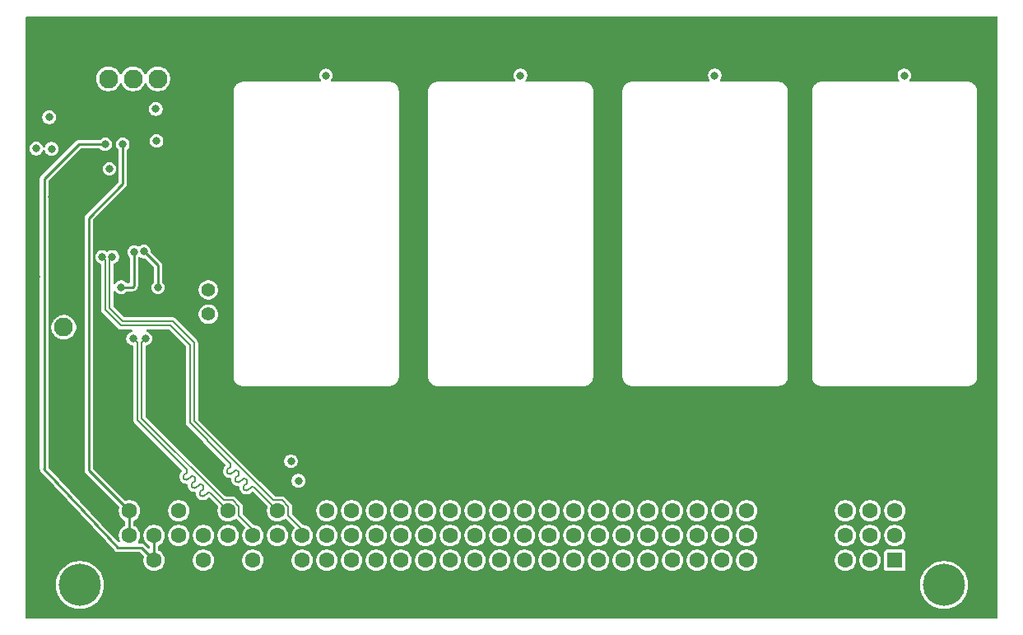
<source format=gbr>
%TF.GenerationSoftware,KiCad,Pcbnew,9.0.0*%
%TF.CreationDate,2025-04-06T17:48:58-04:00*%
%TF.ProjectId,Thruster_Control_Card_COPY,54687275-7374-4657-925f-436f6e74726f,rev?*%
%TF.SameCoordinates,Original*%
%TF.FileFunction,Copper,L3,Inr*%
%TF.FilePolarity,Positive*%
%FSLAX46Y46*%
G04 Gerber Fmt 4.6, Leading zero omitted, Abs format (unit mm)*
G04 Created by KiCad (PCBNEW 9.0.0) date 2025-04-06 17:48:58*
%MOMM*%
%LPD*%
G01*
G04 APERTURE LIST*
%TA.AperFunction,ComponentPad*%
%ADD10C,1.950000*%
%TD*%
%TA.AperFunction,ComponentPad*%
%ADD11C,1.397000*%
%TD*%
%TA.AperFunction,ComponentPad*%
%ADD12R,1.605000X1.605000*%
%TD*%
%TA.AperFunction,ComponentPad*%
%ADD13C,1.605000*%
%TD*%
%TA.AperFunction,ComponentPad*%
%ADD14C,4.335000*%
%TD*%
%TA.AperFunction,ViaPad*%
%ADD15C,0.800000*%
%TD*%
%TA.AperFunction,Conductor*%
%ADD16C,0.200000*%
%TD*%
%TA.AperFunction,Conductor*%
%ADD17C,0.250000*%
%TD*%
G04 APERTURE END LIST*
D10*
%TO.N,3.3v*%
%TO.C,J7*%
X154025000Y-80950000D03*
%TO.N,GND*%
X154025000Y-83490000D03*
%TD*%
D11*
%TO.N,3.3v*%
%TO.C,BOOT*%
X168900000Y-79600000D03*
%TO.N,Net-(R6-Pad2)*%
X168900000Y-77100000D03*
%TO.N,GND*%
X168900000Y-74600000D03*
%TD*%
D12*
%TO.N,+12V*%
%TO.C,J1*%
X239522000Y-104902000D03*
D13*
X236982000Y-104902000D03*
X234442000Y-104902000D03*
%TO.N,GND*%
X231902000Y-104902000D03*
X229362000Y-104902000D03*
X226822000Y-104902000D03*
%TO.N,5V*%
X224282000Y-104902000D03*
%TO.N,/A4*%
X221742000Y-104902000D03*
%TO.N,/B4*%
X219202000Y-104902000D03*
%TO.N,/C4*%
X216662000Y-104902000D03*
%TO.N,/A3*%
X214122000Y-104902000D03*
%TO.N,/B3*%
X211582000Y-104902000D03*
%TO.N,/C3*%
X209042000Y-104902000D03*
%TO.N,/A2*%
X206502000Y-104902000D03*
%TO.N,/B2*%
X203962000Y-104902000D03*
%TO.N,/C2*%
X201422000Y-104902000D03*
%TO.N,/A1*%
X198882000Y-104902000D03*
%TO.N,/B1*%
X196342000Y-104902000D03*
%TO.N,/C1*%
X193802000Y-104902000D03*
%TO.N,3.3v*%
X191262000Y-104902000D03*
%TO.N,unconnected-(J1-PadA21)*%
X188722000Y-104902000D03*
%TO.N,unconnected-(J1-PadA22)*%
X186182000Y-104902000D03*
%TO.N,unconnected-(J1-PadA23)*%
X183642000Y-104902000D03*
%TO.N,unconnected-(J1-PadA24)*%
X181102000Y-104902000D03*
%TO.N,unconnected-(J1-PadA25)*%
X178562000Y-104902000D03*
%TO.N,GND*%
X176022000Y-104902000D03*
%TO.N,unconnected-(J1-PadA27)*%
X173482000Y-104902000D03*
%TO.N,GND*%
X170942000Y-104902000D03*
%TO.N,unconnected-(J1-PadA29)*%
X168402000Y-104902000D03*
%TO.N,GND*%
X165862000Y-104902000D03*
%TO.N,/SDA_IN*%
X163322000Y-104902000D03*
%TO.N,GND*%
X160782000Y-104902000D03*
%TO.N,+12V*%
X239522000Y-102362000D03*
X236982000Y-102362000D03*
X234442000Y-102362000D03*
%TO.N,GND*%
X231902000Y-102362000D03*
X229362000Y-102362000D03*
X226822000Y-102362000D03*
%TO.N,5V*%
X224282000Y-102362000D03*
%TO.N,/A4*%
X221742000Y-102362000D03*
%TO.N,/B4*%
X219202000Y-102362000D03*
%TO.N,/C4*%
X216662000Y-102362000D03*
%TO.N,/A3*%
X214122000Y-102362000D03*
%TO.N,/B3*%
X211582000Y-102362000D03*
%TO.N,/C3*%
X209042000Y-102362000D03*
%TO.N,/A2*%
X206502000Y-102362000D03*
%TO.N,/B2*%
X203962000Y-102362000D03*
%TO.N,/C2*%
X201422000Y-102362000D03*
%TO.N,/A1*%
X198882000Y-102362000D03*
%TO.N,/B1*%
X196342000Y-102362000D03*
%TO.N,/C1*%
X193802000Y-102362000D03*
%TO.N,3.3v*%
X191262000Y-102362000D03*
%TO.N,unconnected-(J1-PadB21)*%
X188722000Y-102362000D03*
%TO.N,unconnected-(J1-PadB22)*%
X186182000Y-102362000D03*
%TO.N,unconnected-(J1-PadB23)*%
X183642000Y-102362000D03*
%TO.N,unconnected-(J1-PadB24)*%
X181102000Y-102362000D03*
%TO.N,USART2-*%
X178562000Y-102362000D03*
%TO.N,unconnected-(J1-PadB26)*%
X176022000Y-102362000D03*
%TO.N,CAN+*%
X173482000Y-102362000D03*
%TO.N,unconnected-(J1-PadB28)*%
X170942000Y-102362000D03*
%TO.N,unconnected-(J1-PadB29)*%
X168402000Y-102362000D03*
%TO.N,unconnected-(J1-PadB30)*%
X165862000Y-102362000D03*
%TO.N,/SDA_IN*%
X163322000Y-102362000D03*
%TO.N,/SCL_IN*%
X160782000Y-102362000D03*
%TO.N,+12V*%
X239522000Y-99822000D03*
X236982000Y-99822000D03*
X234442000Y-99822000D03*
%TO.N,GND*%
X231902000Y-99822000D03*
X229362000Y-99822000D03*
X226822000Y-99822000D03*
%TO.N,5V*%
X224282000Y-99822000D03*
%TO.N,/A4*%
X221742000Y-99822000D03*
%TO.N,/B4*%
X219202000Y-99822000D03*
%TO.N,/C4*%
X216662000Y-99822000D03*
%TO.N,/A3*%
X214122000Y-99822000D03*
%TO.N,/B3*%
X211582000Y-99822000D03*
%TO.N,/C3*%
X209042000Y-99822000D03*
%TO.N,/A2*%
X206502000Y-99822000D03*
%TO.N,/B2*%
X203962000Y-99822000D03*
%TO.N,/C2*%
X201422000Y-99822000D03*
%TO.N,/A1*%
X198882000Y-99822000D03*
%TO.N,/B1*%
X196342000Y-99822000D03*
%TO.N,/C1*%
X193802000Y-99822000D03*
%TO.N,3.3v*%
X191262000Y-99822000D03*
%TO.N,unconnected-(J1-PadC21)*%
X188722000Y-99822000D03*
%TO.N,unconnected-(J1-PadC22)*%
X186182000Y-99822000D03*
%TO.N,unconnected-(J1-PadC23)*%
X183642000Y-99822000D03*
%TO.N,unconnected-(J1-PadC24)*%
X181102000Y-99822000D03*
%TO.N,GND*%
X178562000Y-99822000D03*
%TO.N,USART2+*%
X176022000Y-99822000D03*
%TO.N,GND*%
X173482000Y-99822000D03*
%TO.N,CAN-*%
X170942000Y-99822000D03*
%TO.N,GND*%
X168402000Y-99822000D03*
%TO.N,unconnected-(J1-PadC30)*%
X165862000Y-99822000D03*
%TO.N,GND*%
X163322000Y-99822000D03*
%TO.N,/SCL_IN*%
X160782000Y-99822000D03*
D14*
%TO.N,N/C*%
X244602000Y-107442000D03*
X155702000Y-107442000D03*
%TD*%
D10*
%TO.N,/SWDIO*%
%TO.C,SWCLK NRST SWDIO*%
X163700000Y-55400000D03*
%TO.N,/NRST*%
X161160000Y-55400000D03*
%TO.N,/SWCLK*%
X158620000Y-55400000D03*
%TD*%
D15*
%TO.N,GND*%
X198300000Y-54800000D03*
X197300000Y-54800000D03*
X198300000Y-52800000D03*
X199300000Y-54800000D03*
X234800000Y-52800000D03*
X175300000Y-54800000D03*
X237800000Y-52800000D03*
X233800000Y-54800000D03*
X216300000Y-53800000D03*
X236800000Y-52800000D03*
X179300000Y-53800000D03*
X235800000Y-53800000D03*
X162475000Y-76875000D03*
X177300000Y-54800000D03*
X164250000Y-85975000D03*
X218300000Y-52800000D03*
X212300000Y-54800000D03*
X179300000Y-54800000D03*
X238800000Y-54800000D03*
X151150000Y-69950000D03*
X158825000Y-66250000D03*
X219300000Y-53800000D03*
X237800000Y-53800000D03*
X178300000Y-53800000D03*
X196300000Y-52800000D03*
X172300000Y-53800000D03*
X165575000Y-78875000D03*
X192300000Y-53800000D03*
X234800000Y-54800000D03*
X193300000Y-52800000D03*
X194300000Y-53800000D03*
X232800000Y-53800000D03*
X192300000Y-52800000D03*
X214300000Y-54800000D03*
X178300000Y-54800000D03*
X195300000Y-53800000D03*
X177300000Y-52800000D03*
X217300000Y-53800000D03*
X213300000Y-54800000D03*
X231800000Y-53800000D03*
X151325000Y-60900000D03*
X151625000Y-51700000D03*
X176300000Y-53800000D03*
X234800000Y-53800000D03*
X198300000Y-53800000D03*
X194300000Y-54800000D03*
X212300000Y-53800000D03*
X217300000Y-52800000D03*
X232800000Y-54800000D03*
X214300000Y-53800000D03*
X196300000Y-53800000D03*
X216300000Y-54800000D03*
X173300000Y-52800000D03*
X214300000Y-52800000D03*
X172300000Y-54800000D03*
X237800000Y-54800000D03*
X213300000Y-53800000D03*
X195300000Y-54800000D03*
X195300000Y-52800000D03*
X236800000Y-53800000D03*
X235800000Y-52800000D03*
X233800000Y-52800000D03*
X152775000Y-67500000D03*
X216300000Y-52800000D03*
X215300000Y-52800000D03*
X196300000Y-54800000D03*
X232800000Y-52800000D03*
X174300000Y-54800000D03*
X197300000Y-53800000D03*
X151175000Y-75750000D03*
X173300000Y-54800000D03*
X174300000Y-52800000D03*
X174300000Y-53800000D03*
X155425000Y-71900000D03*
X178300000Y-52800000D03*
X197300000Y-52800000D03*
X218300000Y-53800000D03*
X176300000Y-54800000D03*
X212300000Y-52800000D03*
X238800000Y-53800000D03*
X215300000Y-54800000D03*
X177300000Y-53800000D03*
X175300000Y-53800000D03*
X151125000Y-67300000D03*
X192300000Y-54800000D03*
X176300000Y-52800000D03*
X215300000Y-53800000D03*
X217300000Y-54800000D03*
X231800000Y-54800000D03*
X235800000Y-54800000D03*
X193300000Y-53800000D03*
X219300000Y-54800000D03*
X199300000Y-52800000D03*
X231800000Y-52800000D03*
X218300000Y-54800000D03*
X238800000Y-52800000D03*
X163200000Y-88150000D03*
X194300000Y-52800000D03*
X199300000Y-53800000D03*
X175300000Y-52800000D03*
X179300000Y-52800000D03*
X219300000Y-52800000D03*
X173300000Y-53800000D03*
X236800000Y-54800000D03*
X233800000Y-53800000D03*
X153725000Y-76550000D03*
X193300000Y-54800000D03*
X155425000Y-72900000D03*
X172200000Y-52800000D03*
X213300000Y-52800000D03*
%TO.N,CAN+*%
X162450000Y-82100000D03*
%TO.N,3.3v*%
X152525000Y-59350000D03*
X152775000Y-62600000D03*
X177400000Y-94700000D03*
X151200000Y-62575000D03*
X158725000Y-64662500D03*
X178175000Y-96725000D03*
%TO.N,CAN-*%
X161150000Y-82100000D03*
%TO.N,/SWDIO*%
X163500000Y-58500000D03*
X163570264Y-61792050D03*
%TO.N,TIM1 CH (PWM)*%
X181000000Y-55050000D03*
%TO.N,TIM1 CH2 (PWM)*%
X201000000Y-55050000D03*
%TO.N,TIM1 CH3 (PWM)*%
X221000000Y-55050000D03*
%TO.N,TIM1 CH4 (PWM)*%
X240500000Y-55050000D03*
%TO.N,USART2+*%
X157975000Y-73700000D03*
%TO.N,/SDA_IN*%
X158300000Y-62125000D03*
%TO.N,/SCL_IN*%
X160100000Y-62125000D03*
%TO.N,USART2-*%
X159025000Y-73700000D03*
%TO.N,FDCAN_TX*%
X162273752Y-73149999D03*
X163725000Y-76850000D03*
%TO.N,FDCAN_RX*%
X159925000Y-76825000D03*
X161275000Y-73200000D03*
%TD*%
D16*
%TO.N,CAN+*%
X172045500Y-100289104D02*
X173482000Y-101725604D01*
X170474896Y-98718500D02*
X171399085Y-98718500D01*
X173482000Y-101725604D02*
X173482000Y-102362000D01*
X172045500Y-99364915D02*
X172045500Y-100289104D01*
X162050001Y-90293605D02*
X170474896Y-98718500D01*
X162025001Y-83752793D02*
X162050001Y-83777793D01*
X162050001Y-83777793D02*
X162050001Y-90293605D01*
X162025001Y-82524999D02*
X162025001Y-83752793D01*
X171399085Y-98718500D02*
X172045500Y-99364915D01*
X162450000Y-82100000D02*
X162025001Y-82524999D01*
%TO.N,CAN-*%
X167316798Y-97407320D02*
X167231945Y-97322467D01*
X166468295Y-96558765D02*
X166383442Y-96473912D01*
X165085000Y-93965000D02*
X161599999Y-90479999D01*
X161574999Y-83924999D02*
X161574999Y-82524999D01*
X170942000Y-99822000D02*
X169110000Y-97990000D01*
X161599999Y-90479999D02*
X161599999Y-83949999D01*
X167073530Y-96292942D02*
X166807705Y-96558764D01*
X166564413Y-95444413D02*
X165085000Y-93965000D01*
X161574999Y-82524999D02*
X161150000Y-82100000D01*
X167497794Y-96377794D02*
X167412942Y-96292942D01*
X167231945Y-96983055D02*
X167497793Y-96717204D01*
X168346323Y-97226323D02*
X168261471Y-97141471D01*
X166649265Y-95529265D02*
X166564413Y-95444413D01*
X168080467Y-97831591D02*
X168346322Y-97565733D01*
X168770588Y-97990000D02*
X168504730Y-98255855D01*
X166383442Y-96134500D02*
X166649264Y-95868675D01*
X167922059Y-97141471D02*
X167656208Y-97407319D01*
X161599999Y-83949999D02*
X161574999Y-83924999D01*
X168165320Y-98255856D02*
X168080467Y-98171003D01*
X169110000Y-97990000D02*
G75*
G03*
X168770588Y-97990000I-169706J-169701D01*
G01*
X168346322Y-97565733D02*
G75*
G03*
X168346351Y-97226296I-169722J169733D01*
G01*
X167656208Y-97407319D02*
G75*
G02*
X167316796Y-97407322I-169708J169719D01*
G01*
X166649264Y-95868675D02*
G75*
G03*
X166649235Y-95529296I-169664J169675D01*
G01*
X167412942Y-96292942D02*
G75*
G03*
X167073530Y-96292942I-169706J-169701D01*
G01*
X168080467Y-98171003D02*
G75*
G02*
X168080470Y-97831594I169733J169703D01*
G01*
X167497793Y-96717204D02*
G75*
G03*
X167497793Y-96377796I-169693J169704D01*
G01*
X167231945Y-97322467D02*
G75*
G02*
X167231984Y-96983094I169655J169667D01*
G01*
X166383442Y-96473912D02*
G75*
G02*
X166383436Y-96134494I169658J169712D01*
G01*
X168261471Y-97141471D02*
G75*
G03*
X167922059Y-97141471I-169706J-169701D01*
G01*
X166807705Y-96558764D02*
G75*
G02*
X166468295Y-96558765I-169705J169664D01*
G01*
X168504730Y-98255855D02*
G75*
G02*
X168165295Y-98255881I-169730J169655D01*
G01*
%TO.N,USART2+*%
X172655335Y-97665841D02*
X172570482Y-97580988D01*
X171721953Y-96393047D02*
X171987793Y-96127204D01*
X176022000Y-99822000D02*
X173600000Y-97400000D01*
X165031802Y-80775000D02*
X159928997Y-80775000D01*
X171987794Y-95787794D02*
X171902942Y-95702942D01*
X171806806Y-96817312D02*
X171721953Y-96732459D01*
X167000000Y-82743198D02*
X165031802Y-80775000D01*
X171563530Y-95702942D02*
X171297712Y-95968757D01*
X173260588Y-97400000D02*
X172994745Y-97665840D01*
X171054413Y-94854413D02*
X170337500Y-94137500D01*
X170337500Y-94137500D02*
X168765570Y-92565570D01*
X158274999Y-79121002D02*
X158274999Y-73999999D01*
X172412059Y-96551471D02*
X172146216Y-96817311D01*
X158274999Y-73999999D02*
X157975000Y-73700000D01*
X168765570Y-92565570D02*
X168765570Y-92542110D01*
X170958300Y-95968757D02*
X170873447Y-95883904D01*
X168765570Y-92542110D02*
X167000000Y-90776540D01*
X172836323Y-96636323D02*
X172751471Y-96551471D01*
X167000000Y-90776540D02*
X167000000Y-82743198D01*
X172570482Y-97241576D02*
X172836322Y-96975733D01*
X171139264Y-94939264D02*
X171054413Y-94854413D01*
X159928997Y-80775000D02*
X158274999Y-79121002D01*
X170873447Y-95544492D02*
X171139264Y-95278676D01*
X172994745Y-97665840D02*
G75*
G02*
X172655296Y-97665881I-169745J169740D01*
G01*
X171721953Y-96732459D02*
G75*
G02*
X171722000Y-96393094I169747J169659D01*
G01*
X171139264Y-95278676D02*
G75*
G03*
X171139234Y-94939294I-169664J169676D01*
G01*
X172836322Y-96975733D02*
G75*
G03*
X172836351Y-96636296I-169722J169733D01*
G01*
X172570482Y-97580988D02*
G75*
G02*
X172570500Y-97241594I169718J169688D01*
G01*
X171297712Y-95968757D02*
G75*
G02*
X170958300Y-95968757I-169706J169701D01*
G01*
X170873447Y-95883904D02*
G75*
G02*
X170873449Y-95544494I169753J169704D01*
G01*
X172146216Y-96817311D02*
G75*
G02*
X171806796Y-96817323I-169716J169711D01*
G01*
X171902942Y-95702942D02*
G75*
G03*
X171563530Y-95702942I-169706J-169701D01*
G01*
X171987793Y-96127204D02*
G75*
G03*
X171987793Y-95787796I-169693J169704D01*
G01*
X173600000Y-97400000D02*
G75*
G03*
X173260588Y-97400000I-169706J-169701D01*
G01*
X172751471Y-96551471D02*
G75*
G03*
X172412059Y-96551471I-169706J-169701D01*
G01*
D17*
%TO.N,/SDA_IN*%
X159600000Y-103600000D02*
X162020000Y-103600000D01*
X158309500Y-62134500D02*
X158300000Y-62125000D01*
X158700000Y-102700000D02*
X159600000Y-103600000D01*
X158300000Y-62125000D02*
X155575000Y-62125000D01*
X163322000Y-104902000D02*
X163102000Y-104902000D01*
X162020000Y-103600000D02*
X163322000Y-104902000D01*
X155575000Y-62125000D02*
X152000000Y-65700000D01*
X163322000Y-104902000D02*
X163322000Y-102362000D01*
X152000000Y-65700000D02*
X152000000Y-95514184D01*
X151996454Y-95503546D02*
X158700000Y-102700000D01*
%TO.N,/SCL_IN*%
X160100000Y-62125000D02*
X160100000Y-66200000D01*
X160782000Y-99822000D02*
X160782000Y-102362000D01*
X160100000Y-66200000D02*
X156600000Y-69700000D01*
X156600000Y-95640000D02*
X160782000Y-99822000D01*
X156600000Y-69700000D02*
X156600000Y-95640000D01*
D16*
%TO.N,USART2-*%
X178562000Y-101725604D02*
X177125500Y-100289104D01*
X158725001Y-73999999D02*
X159025000Y-73700000D01*
X178562000Y-102362000D02*
X178562000Y-101725604D01*
X177125500Y-99364915D02*
X176479085Y-98718500D01*
X167450000Y-82556802D02*
X165218198Y-80325000D01*
X175554896Y-98718500D02*
X175554896Y-98695040D01*
X175554896Y-98695040D02*
X167450000Y-90590144D01*
X165218198Y-80325000D02*
X160115393Y-80325000D01*
X160115393Y-80325000D02*
X158725001Y-78934608D01*
X176479085Y-98718500D02*
X175554896Y-98718500D01*
X177125500Y-100289104D02*
X177125500Y-99364915D01*
X158725001Y-78934608D02*
X158725001Y-73999999D01*
X167450000Y-90590144D02*
X167450000Y-82556802D01*
D17*
%TO.N,FDCAN_TX*%
X163725000Y-76850000D02*
X163725000Y-74601247D01*
X162248753Y-73125000D02*
X162273752Y-73149999D01*
X163725000Y-74601247D02*
X162273752Y-73149999D01*
%TO.N,FDCAN_RX*%
X161075000Y-76825000D02*
X161250000Y-76650000D01*
X159925000Y-76825000D02*
X161075000Y-76825000D01*
X161250000Y-73225000D02*
X161275000Y-73200000D01*
X161275000Y-73425000D02*
X161275000Y-73200000D01*
X161250000Y-76650000D02*
X161250000Y-73225000D01*
%TD*%
%TA.AperFunction,Conductor*%
%TO.N,GND*%
G36*
X250042539Y-49020185D02*
G01*
X250088294Y-49072989D01*
X250099500Y-49124500D01*
X250099500Y-110775500D01*
X250079815Y-110842539D01*
X250027011Y-110888294D01*
X249975500Y-110899500D01*
X150224500Y-110899500D01*
X150157461Y-110879815D01*
X150111706Y-110827011D01*
X150100500Y-110775500D01*
X150100500Y-107303393D01*
X153234000Y-107303393D01*
X153234000Y-107580606D01*
X153265033Y-107856042D01*
X153265036Y-107856056D01*
X153326718Y-108126306D01*
X153326722Y-108126318D01*
X153418273Y-108387954D01*
X153538543Y-108637696D01*
X153538545Y-108637699D01*
X153686024Y-108872411D01*
X153858855Y-109089135D01*
X154054865Y-109285145D01*
X154271589Y-109457976D01*
X154506301Y-109605455D01*
X154756049Y-109725728D01*
X154952552Y-109794487D01*
X155017681Y-109817277D01*
X155017693Y-109817281D01*
X155287943Y-109878964D01*
X155287952Y-109878965D01*
X155287957Y-109878966D01*
X155471581Y-109899654D01*
X155563394Y-109909999D01*
X155563397Y-109910000D01*
X155563400Y-109910000D01*
X155840603Y-109910000D01*
X155840604Y-109909999D01*
X155981373Y-109894138D01*
X156116042Y-109878966D01*
X156116045Y-109878965D01*
X156116057Y-109878964D01*
X156386307Y-109817281D01*
X156647951Y-109725728D01*
X156897699Y-109605455D01*
X157132411Y-109457976D01*
X157349135Y-109285145D01*
X157545145Y-109089135D01*
X157717976Y-108872411D01*
X157865455Y-108637699D01*
X157985728Y-108387951D01*
X158077281Y-108126307D01*
X158138964Y-107856057D01*
X158170000Y-107580600D01*
X158170000Y-107303400D01*
X158169999Y-107303393D01*
X242134000Y-107303393D01*
X242134000Y-107580606D01*
X242165033Y-107856042D01*
X242165036Y-107856056D01*
X242226718Y-108126306D01*
X242226722Y-108126318D01*
X242318273Y-108387954D01*
X242438543Y-108637696D01*
X242438545Y-108637699D01*
X242586024Y-108872411D01*
X242758855Y-109089135D01*
X242954865Y-109285145D01*
X243171589Y-109457976D01*
X243406301Y-109605455D01*
X243656049Y-109725728D01*
X243852552Y-109794487D01*
X243917681Y-109817277D01*
X243917693Y-109817281D01*
X244187943Y-109878964D01*
X244187952Y-109878965D01*
X244187957Y-109878966D01*
X244371581Y-109899654D01*
X244463394Y-109909999D01*
X244463397Y-109910000D01*
X244463400Y-109910000D01*
X244740603Y-109910000D01*
X244740604Y-109909999D01*
X244881373Y-109894138D01*
X245016042Y-109878966D01*
X245016045Y-109878965D01*
X245016057Y-109878964D01*
X245286307Y-109817281D01*
X245547951Y-109725728D01*
X245797699Y-109605455D01*
X246032411Y-109457976D01*
X246249135Y-109285145D01*
X246445145Y-109089135D01*
X246617976Y-108872411D01*
X246765455Y-108637699D01*
X246885728Y-108387951D01*
X246977281Y-108126307D01*
X247038964Y-107856057D01*
X247070000Y-107580600D01*
X247070000Y-107303400D01*
X247038964Y-107027943D01*
X246977281Y-106757693D01*
X246885728Y-106496049D01*
X246765455Y-106246301D01*
X246617976Y-106011589D01*
X246445145Y-105794865D01*
X246249135Y-105598855D01*
X246032411Y-105426024D01*
X245797699Y-105278545D01*
X245797696Y-105278543D01*
X245547954Y-105158273D01*
X245286318Y-105066722D01*
X245286306Y-105066718D01*
X245077739Y-105019114D01*
X245016057Y-105005036D01*
X245016054Y-105005035D01*
X245016042Y-105005033D01*
X244740606Y-104974000D01*
X244740600Y-104974000D01*
X244463400Y-104974000D01*
X244463393Y-104974000D01*
X244187957Y-105005033D01*
X244187943Y-105005036D01*
X243917693Y-105066718D01*
X243917681Y-105066722D01*
X243656045Y-105158273D01*
X243406303Y-105278543D01*
X243171590Y-105426023D01*
X242954865Y-105598854D01*
X242758854Y-105794865D01*
X242586023Y-106011590D01*
X242438543Y-106246303D01*
X242318273Y-106496045D01*
X242226722Y-106757681D01*
X242226718Y-106757693D01*
X242165036Y-107027943D01*
X242165033Y-107027957D01*
X242134000Y-107303393D01*
X158169999Y-107303393D01*
X158138964Y-107027943D01*
X158077281Y-106757693D01*
X157985728Y-106496049D01*
X157865455Y-106246301D01*
X157717976Y-106011589D01*
X157545145Y-105794865D01*
X157349135Y-105598855D01*
X157132411Y-105426024D01*
X156897699Y-105278545D01*
X156897696Y-105278543D01*
X156647954Y-105158273D01*
X156386318Y-105066722D01*
X156386306Y-105066718D01*
X156177739Y-105019114D01*
X156116057Y-105005036D01*
X156116054Y-105005035D01*
X156116042Y-105005033D01*
X155840606Y-104974000D01*
X155840600Y-104974000D01*
X155563400Y-104974000D01*
X155563393Y-104974000D01*
X155287957Y-105005033D01*
X155287943Y-105005036D01*
X155017693Y-105066718D01*
X155017681Y-105066722D01*
X154756045Y-105158273D01*
X154506303Y-105278543D01*
X154271590Y-105426023D01*
X154054865Y-105598854D01*
X153858854Y-105794865D01*
X153686023Y-106011590D01*
X153538543Y-106246303D01*
X153418273Y-106496045D01*
X153326722Y-106757681D01*
X153326718Y-106757693D01*
X153265036Y-107027943D01*
X153265033Y-107027957D01*
X153234000Y-107303393D01*
X150100500Y-107303393D01*
X150100500Y-95544450D01*
X151569236Y-95544450D01*
X151573057Y-95561042D01*
X151573650Y-95564488D01*
X151573595Y-95564955D01*
X151574383Y-95569316D01*
X151574499Y-95570201D01*
X151578674Y-95585783D01*
X151579734Y-95590041D01*
X151594378Y-95653623D01*
X151597221Y-95661239D01*
X151596991Y-95661324D01*
X151603020Y-95676642D01*
X151603496Y-95678419D01*
X151603498Y-95678424D01*
X151659512Y-95775443D01*
X151659513Y-95775444D01*
X151659515Y-95775447D01*
X151738737Y-95854669D01*
X151738739Y-95854670D01*
X151742042Y-95857204D01*
X151757296Y-95871067D01*
X158355688Y-102954635D01*
X158359515Y-102961263D01*
X158393785Y-102995533D01*
X158395281Y-102997139D01*
X158426835Y-103031014D01*
X158433105Y-103036188D01*
X158432733Y-103036638D01*
X158443293Y-103045041D01*
X159255174Y-103856921D01*
X159255184Y-103856932D01*
X159259514Y-103861262D01*
X159259515Y-103861263D01*
X159338737Y-103940485D01*
X159435763Y-103996503D01*
X159543981Y-104025500D01*
X159543982Y-104025500D01*
X161792390Y-104025500D01*
X161859429Y-104045185D01*
X161880071Y-104061819D01*
X162245351Y-104427099D01*
X162278836Y-104488422D01*
X162275601Y-104553098D01*
X162246159Y-104643708D01*
X162246159Y-104643711D01*
X162219000Y-104815186D01*
X162219000Y-104988813D01*
X162231340Y-105066722D01*
X162246159Y-105160287D01*
X162284583Y-105278543D01*
X162299811Y-105325409D01*
X162378632Y-105480101D01*
X162480672Y-105620550D01*
X162603449Y-105743327D01*
X162734876Y-105838812D01*
X162743902Y-105845370D01*
X162842470Y-105895593D01*
X162898590Y-105924188D01*
X162898592Y-105924188D01*
X162898595Y-105924190D01*
X163063713Y-105977841D01*
X163149452Y-105991420D01*
X163235187Y-106005000D01*
X163235192Y-106005000D01*
X163408813Y-106005000D01*
X163486753Y-105992655D01*
X163580287Y-105977841D01*
X163745405Y-105924190D01*
X163900098Y-105845370D01*
X163997653Y-105774493D01*
X164040550Y-105743327D01*
X164040552Y-105743324D01*
X164040556Y-105743322D01*
X164163322Y-105620556D01*
X164163324Y-105620552D01*
X164163327Y-105620550D01*
X164208075Y-105558957D01*
X164265370Y-105480098D01*
X164344190Y-105325405D01*
X164397841Y-105160287D01*
X164422430Y-105005036D01*
X164425000Y-104988813D01*
X164425000Y-104815186D01*
X167299000Y-104815186D01*
X167299000Y-104988813D01*
X167311340Y-105066722D01*
X167326159Y-105160287D01*
X167364583Y-105278543D01*
X167379811Y-105325409D01*
X167458632Y-105480101D01*
X167560672Y-105620550D01*
X167683449Y-105743327D01*
X167814876Y-105838812D01*
X167823902Y-105845370D01*
X167922470Y-105895593D01*
X167978590Y-105924188D01*
X167978592Y-105924188D01*
X167978595Y-105924190D01*
X168143713Y-105977841D01*
X168229452Y-105991420D01*
X168315187Y-106005000D01*
X168315192Y-106005000D01*
X168488813Y-106005000D01*
X168566753Y-105992655D01*
X168660287Y-105977841D01*
X168825405Y-105924190D01*
X168980098Y-105845370D01*
X169077653Y-105774493D01*
X169120550Y-105743327D01*
X169120552Y-105743324D01*
X169120556Y-105743322D01*
X169243322Y-105620556D01*
X169243324Y-105620552D01*
X169243327Y-105620550D01*
X169288075Y-105558957D01*
X169345370Y-105480098D01*
X169424190Y-105325405D01*
X169477841Y-105160287D01*
X169502430Y-105005036D01*
X169505000Y-104988813D01*
X169505000Y-104815186D01*
X172379000Y-104815186D01*
X172379000Y-104988813D01*
X172391340Y-105066722D01*
X172406159Y-105160287D01*
X172444583Y-105278543D01*
X172459811Y-105325409D01*
X172538632Y-105480101D01*
X172640672Y-105620550D01*
X172763449Y-105743327D01*
X172894876Y-105838812D01*
X172903902Y-105845370D01*
X173002470Y-105895593D01*
X173058590Y-105924188D01*
X173058592Y-105924188D01*
X173058595Y-105924190D01*
X173223713Y-105977841D01*
X173309452Y-105991420D01*
X173395187Y-106005000D01*
X173395192Y-106005000D01*
X173568813Y-106005000D01*
X173646753Y-105992655D01*
X173740287Y-105977841D01*
X173905405Y-105924190D01*
X174060098Y-105845370D01*
X174157653Y-105774493D01*
X174200550Y-105743327D01*
X174200552Y-105743324D01*
X174200556Y-105743322D01*
X174323322Y-105620556D01*
X174323324Y-105620552D01*
X174323327Y-105620550D01*
X174368075Y-105558957D01*
X174425370Y-105480098D01*
X174504190Y-105325405D01*
X174557841Y-105160287D01*
X174582430Y-105005036D01*
X174585000Y-104988813D01*
X174585000Y-104815186D01*
X177459000Y-104815186D01*
X177459000Y-104988813D01*
X177471340Y-105066722D01*
X177486159Y-105160287D01*
X177524583Y-105278543D01*
X177539811Y-105325409D01*
X177618632Y-105480101D01*
X177720672Y-105620550D01*
X177843449Y-105743327D01*
X177974876Y-105838812D01*
X177983902Y-105845370D01*
X178082470Y-105895593D01*
X178138590Y-105924188D01*
X178138592Y-105924188D01*
X178138595Y-105924190D01*
X178303713Y-105977841D01*
X178389452Y-105991420D01*
X178475187Y-106005000D01*
X178475192Y-106005000D01*
X178648813Y-106005000D01*
X178726753Y-105992655D01*
X178820287Y-105977841D01*
X178985405Y-105924190D01*
X179140098Y-105845370D01*
X179237653Y-105774493D01*
X179280550Y-105743327D01*
X179280552Y-105743324D01*
X179280556Y-105743322D01*
X179403322Y-105620556D01*
X179403324Y-105620552D01*
X179403327Y-105620550D01*
X179448075Y-105558957D01*
X179505370Y-105480098D01*
X179584190Y-105325405D01*
X179637841Y-105160287D01*
X179662430Y-105005036D01*
X179665000Y-104988813D01*
X179665000Y-104815186D01*
X179999000Y-104815186D01*
X179999000Y-104988813D01*
X180011340Y-105066722D01*
X180026159Y-105160287D01*
X180064583Y-105278543D01*
X180079811Y-105325409D01*
X180158632Y-105480101D01*
X180260672Y-105620550D01*
X180383449Y-105743327D01*
X180514876Y-105838812D01*
X180523902Y-105845370D01*
X180622470Y-105895593D01*
X180678590Y-105924188D01*
X180678592Y-105924188D01*
X180678595Y-105924190D01*
X180843713Y-105977841D01*
X180929452Y-105991420D01*
X181015187Y-106005000D01*
X181015192Y-106005000D01*
X181188813Y-106005000D01*
X181266753Y-105992655D01*
X181360287Y-105977841D01*
X181525405Y-105924190D01*
X181680098Y-105845370D01*
X181777653Y-105774493D01*
X181820550Y-105743327D01*
X181820552Y-105743324D01*
X181820556Y-105743322D01*
X181943322Y-105620556D01*
X181943324Y-105620552D01*
X181943327Y-105620550D01*
X181988075Y-105558957D01*
X182045370Y-105480098D01*
X182124190Y-105325405D01*
X182177841Y-105160287D01*
X182202430Y-105005036D01*
X182205000Y-104988813D01*
X182205000Y-104815186D01*
X182539000Y-104815186D01*
X182539000Y-104988813D01*
X182551340Y-105066722D01*
X182566159Y-105160287D01*
X182604583Y-105278543D01*
X182619811Y-105325409D01*
X182698632Y-105480101D01*
X182800672Y-105620550D01*
X182923449Y-105743327D01*
X183054876Y-105838812D01*
X183063902Y-105845370D01*
X183162470Y-105895593D01*
X183218590Y-105924188D01*
X183218592Y-105924188D01*
X183218595Y-105924190D01*
X183383713Y-105977841D01*
X183469452Y-105991420D01*
X183555187Y-106005000D01*
X183555192Y-106005000D01*
X183728813Y-106005000D01*
X183806753Y-105992655D01*
X183900287Y-105977841D01*
X184065405Y-105924190D01*
X184220098Y-105845370D01*
X184317653Y-105774493D01*
X184360550Y-105743327D01*
X184360552Y-105743324D01*
X184360556Y-105743322D01*
X184483322Y-105620556D01*
X184483324Y-105620552D01*
X184483327Y-105620550D01*
X184528075Y-105558957D01*
X184585370Y-105480098D01*
X184664190Y-105325405D01*
X184717841Y-105160287D01*
X184742430Y-105005036D01*
X184745000Y-104988813D01*
X184745000Y-104815186D01*
X185079000Y-104815186D01*
X185079000Y-104988813D01*
X185091340Y-105066722D01*
X185106159Y-105160287D01*
X185144583Y-105278543D01*
X185159811Y-105325409D01*
X185238632Y-105480101D01*
X185340672Y-105620550D01*
X185463449Y-105743327D01*
X185594876Y-105838812D01*
X185603902Y-105845370D01*
X185702470Y-105895593D01*
X185758590Y-105924188D01*
X185758592Y-105924188D01*
X185758595Y-105924190D01*
X185923713Y-105977841D01*
X186009452Y-105991420D01*
X186095187Y-106005000D01*
X186095192Y-106005000D01*
X186268813Y-106005000D01*
X186346753Y-105992655D01*
X186440287Y-105977841D01*
X186605405Y-105924190D01*
X186760098Y-105845370D01*
X186857653Y-105774493D01*
X186900550Y-105743327D01*
X186900552Y-105743324D01*
X186900556Y-105743322D01*
X187023322Y-105620556D01*
X187023324Y-105620552D01*
X187023327Y-105620550D01*
X187068075Y-105558957D01*
X187125370Y-105480098D01*
X187204190Y-105325405D01*
X187257841Y-105160287D01*
X187282430Y-105005036D01*
X187285000Y-104988813D01*
X187285000Y-104815186D01*
X187619000Y-104815186D01*
X187619000Y-104988813D01*
X187631340Y-105066722D01*
X187646159Y-105160287D01*
X187684583Y-105278543D01*
X187699811Y-105325409D01*
X187778632Y-105480101D01*
X187880672Y-105620550D01*
X188003449Y-105743327D01*
X188134876Y-105838812D01*
X188143902Y-105845370D01*
X188242470Y-105895593D01*
X188298590Y-105924188D01*
X188298592Y-105924188D01*
X188298595Y-105924190D01*
X188463713Y-105977841D01*
X188549452Y-105991420D01*
X188635187Y-106005000D01*
X188635192Y-106005000D01*
X188808813Y-106005000D01*
X188886753Y-105992655D01*
X188980287Y-105977841D01*
X189145405Y-105924190D01*
X189300098Y-105845370D01*
X189397653Y-105774493D01*
X189440550Y-105743327D01*
X189440552Y-105743324D01*
X189440556Y-105743322D01*
X189563322Y-105620556D01*
X189563324Y-105620552D01*
X189563327Y-105620550D01*
X189608075Y-105558957D01*
X189665370Y-105480098D01*
X189744190Y-105325405D01*
X189797841Y-105160287D01*
X189822430Y-105005036D01*
X189825000Y-104988813D01*
X189825000Y-104815186D01*
X190159000Y-104815186D01*
X190159000Y-104988813D01*
X190171340Y-105066722D01*
X190186159Y-105160287D01*
X190224583Y-105278543D01*
X190239811Y-105325409D01*
X190318632Y-105480101D01*
X190420672Y-105620550D01*
X190543449Y-105743327D01*
X190674876Y-105838812D01*
X190683902Y-105845370D01*
X190782470Y-105895593D01*
X190838590Y-105924188D01*
X190838592Y-105924188D01*
X190838595Y-105924190D01*
X191003713Y-105977841D01*
X191089452Y-105991420D01*
X191175187Y-106005000D01*
X191175192Y-106005000D01*
X191348813Y-106005000D01*
X191426753Y-105992655D01*
X191520287Y-105977841D01*
X191685405Y-105924190D01*
X191840098Y-105845370D01*
X191937653Y-105774493D01*
X191980550Y-105743327D01*
X191980552Y-105743324D01*
X191980556Y-105743322D01*
X192103322Y-105620556D01*
X192103324Y-105620552D01*
X192103327Y-105620550D01*
X192148075Y-105558957D01*
X192205370Y-105480098D01*
X192284190Y-105325405D01*
X192337841Y-105160287D01*
X192362430Y-105005036D01*
X192365000Y-104988813D01*
X192365000Y-104815186D01*
X192699000Y-104815186D01*
X192699000Y-104988813D01*
X192711340Y-105066722D01*
X192726159Y-105160287D01*
X192764583Y-105278543D01*
X192779811Y-105325409D01*
X192858632Y-105480101D01*
X192960672Y-105620550D01*
X193083449Y-105743327D01*
X193214876Y-105838812D01*
X193223902Y-105845370D01*
X193322470Y-105895593D01*
X193378590Y-105924188D01*
X193378592Y-105924188D01*
X193378595Y-105924190D01*
X193543713Y-105977841D01*
X193629452Y-105991420D01*
X193715187Y-106005000D01*
X193715192Y-106005000D01*
X193888813Y-106005000D01*
X193966753Y-105992655D01*
X194060287Y-105977841D01*
X194225405Y-105924190D01*
X194380098Y-105845370D01*
X194477653Y-105774493D01*
X194520550Y-105743327D01*
X194520552Y-105743324D01*
X194520556Y-105743322D01*
X194643322Y-105620556D01*
X194643324Y-105620552D01*
X194643327Y-105620550D01*
X194688075Y-105558957D01*
X194745370Y-105480098D01*
X194824190Y-105325405D01*
X194877841Y-105160287D01*
X194902430Y-105005036D01*
X194905000Y-104988813D01*
X194905000Y-104815186D01*
X195239000Y-104815186D01*
X195239000Y-104988813D01*
X195251340Y-105066722D01*
X195266159Y-105160287D01*
X195304583Y-105278543D01*
X195319811Y-105325409D01*
X195398632Y-105480101D01*
X195500672Y-105620550D01*
X195623449Y-105743327D01*
X195754876Y-105838812D01*
X195763902Y-105845370D01*
X195862470Y-105895593D01*
X195918590Y-105924188D01*
X195918592Y-105924188D01*
X195918595Y-105924190D01*
X196083713Y-105977841D01*
X196169452Y-105991420D01*
X196255187Y-106005000D01*
X196255192Y-106005000D01*
X196428813Y-106005000D01*
X196506753Y-105992655D01*
X196600287Y-105977841D01*
X196765405Y-105924190D01*
X196920098Y-105845370D01*
X197017653Y-105774493D01*
X197060550Y-105743327D01*
X197060552Y-105743324D01*
X197060556Y-105743322D01*
X197183322Y-105620556D01*
X197183324Y-105620552D01*
X197183327Y-105620550D01*
X197228075Y-105558957D01*
X197285370Y-105480098D01*
X197364190Y-105325405D01*
X197417841Y-105160287D01*
X197442430Y-105005036D01*
X197445000Y-104988813D01*
X197445000Y-104815186D01*
X197779000Y-104815186D01*
X197779000Y-104988813D01*
X197791340Y-105066722D01*
X197806159Y-105160287D01*
X197844583Y-105278543D01*
X197859811Y-105325409D01*
X197938632Y-105480101D01*
X198040672Y-105620550D01*
X198163449Y-105743327D01*
X198294876Y-105838812D01*
X198303902Y-105845370D01*
X198402470Y-105895593D01*
X198458590Y-105924188D01*
X198458592Y-105924188D01*
X198458595Y-105924190D01*
X198623713Y-105977841D01*
X198709452Y-105991420D01*
X198795187Y-106005000D01*
X198795192Y-106005000D01*
X198968813Y-106005000D01*
X199046753Y-105992655D01*
X199140287Y-105977841D01*
X199305405Y-105924190D01*
X199460098Y-105845370D01*
X199557653Y-105774493D01*
X199600550Y-105743327D01*
X199600552Y-105743324D01*
X199600556Y-105743322D01*
X199723322Y-105620556D01*
X199723324Y-105620552D01*
X199723327Y-105620550D01*
X199768075Y-105558957D01*
X199825370Y-105480098D01*
X199904190Y-105325405D01*
X199957841Y-105160287D01*
X199982430Y-105005036D01*
X199985000Y-104988813D01*
X199985000Y-104815186D01*
X200319000Y-104815186D01*
X200319000Y-104988813D01*
X200331340Y-105066722D01*
X200346159Y-105160287D01*
X200384583Y-105278543D01*
X200399811Y-105325409D01*
X200478632Y-105480101D01*
X200580672Y-105620550D01*
X200703449Y-105743327D01*
X200834876Y-105838812D01*
X200843902Y-105845370D01*
X200942470Y-105895593D01*
X200998590Y-105924188D01*
X200998592Y-105924188D01*
X200998595Y-105924190D01*
X201163713Y-105977841D01*
X201249452Y-105991420D01*
X201335187Y-106005000D01*
X201335192Y-106005000D01*
X201508813Y-106005000D01*
X201586753Y-105992655D01*
X201680287Y-105977841D01*
X201845405Y-105924190D01*
X202000098Y-105845370D01*
X202097653Y-105774493D01*
X202140550Y-105743327D01*
X202140552Y-105743324D01*
X202140556Y-105743322D01*
X202263322Y-105620556D01*
X202263324Y-105620552D01*
X202263327Y-105620550D01*
X202308075Y-105558957D01*
X202365370Y-105480098D01*
X202444190Y-105325405D01*
X202497841Y-105160287D01*
X202522430Y-105005036D01*
X202525000Y-104988813D01*
X202525000Y-104815186D01*
X202859000Y-104815186D01*
X202859000Y-104988813D01*
X202871340Y-105066722D01*
X202886159Y-105160287D01*
X202924583Y-105278543D01*
X202939811Y-105325409D01*
X203018632Y-105480101D01*
X203120672Y-105620550D01*
X203243449Y-105743327D01*
X203374876Y-105838812D01*
X203383902Y-105845370D01*
X203482470Y-105895593D01*
X203538590Y-105924188D01*
X203538592Y-105924188D01*
X203538595Y-105924190D01*
X203703713Y-105977841D01*
X203789452Y-105991420D01*
X203875187Y-106005000D01*
X203875192Y-106005000D01*
X204048813Y-106005000D01*
X204126753Y-105992655D01*
X204220287Y-105977841D01*
X204385405Y-105924190D01*
X204540098Y-105845370D01*
X204637653Y-105774493D01*
X204680550Y-105743327D01*
X204680552Y-105743324D01*
X204680556Y-105743322D01*
X204803322Y-105620556D01*
X204803324Y-105620552D01*
X204803327Y-105620550D01*
X204848075Y-105558957D01*
X204905370Y-105480098D01*
X204984190Y-105325405D01*
X205037841Y-105160287D01*
X205062430Y-105005036D01*
X205065000Y-104988813D01*
X205065000Y-104815186D01*
X205399000Y-104815186D01*
X205399000Y-104988813D01*
X205411340Y-105066722D01*
X205426159Y-105160287D01*
X205464583Y-105278543D01*
X205479811Y-105325409D01*
X205558632Y-105480101D01*
X205660672Y-105620550D01*
X205783449Y-105743327D01*
X205914876Y-105838812D01*
X205923902Y-105845370D01*
X206022470Y-105895593D01*
X206078590Y-105924188D01*
X206078592Y-105924188D01*
X206078595Y-105924190D01*
X206243713Y-105977841D01*
X206329452Y-105991420D01*
X206415187Y-106005000D01*
X206415192Y-106005000D01*
X206588813Y-106005000D01*
X206666753Y-105992655D01*
X206760287Y-105977841D01*
X206925405Y-105924190D01*
X207080098Y-105845370D01*
X207177653Y-105774493D01*
X207220550Y-105743327D01*
X207220552Y-105743324D01*
X207220556Y-105743322D01*
X207343322Y-105620556D01*
X207343324Y-105620552D01*
X207343327Y-105620550D01*
X207388075Y-105558957D01*
X207445370Y-105480098D01*
X207524190Y-105325405D01*
X207577841Y-105160287D01*
X207602430Y-105005036D01*
X207605000Y-104988813D01*
X207605000Y-104815186D01*
X207939000Y-104815186D01*
X207939000Y-104988813D01*
X207951340Y-105066722D01*
X207966159Y-105160287D01*
X208004583Y-105278543D01*
X208019811Y-105325409D01*
X208098632Y-105480101D01*
X208200672Y-105620550D01*
X208323449Y-105743327D01*
X208454876Y-105838812D01*
X208463902Y-105845370D01*
X208562470Y-105895593D01*
X208618590Y-105924188D01*
X208618592Y-105924188D01*
X208618595Y-105924190D01*
X208783713Y-105977841D01*
X208869452Y-105991420D01*
X208955187Y-106005000D01*
X208955192Y-106005000D01*
X209128813Y-106005000D01*
X209206753Y-105992655D01*
X209300287Y-105977841D01*
X209465405Y-105924190D01*
X209620098Y-105845370D01*
X209717653Y-105774493D01*
X209760550Y-105743327D01*
X209760552Y-105743324D01*
X209760556Y-105743322D01*
X209883322Y-105620556D01*
X209883324Y-105620552D01*
X209883327Y-105620550D01*
X209928075Y-105558957D01*
X209985370Y-105480098D01*
X210064190Y-105325405D01*
X210117841Y-105160287D01*
X210142430Y-105005036D01*
X210145000Y-104988813D01*
X210145000Y-104815186D01*
X210479000Y-104815186D01*
X210479000Y-104988813D01*
X210491340Y-105066722D01*
X210506159Y-105160287D01*
X210544583Y-105278543D01*
X210559811Y-105325409D01*
X210638632Y-105480101D01*
X210740672Y-105620550D01*
X210863449Y-105743327D01*
X210994876Y-105838812D01*
X211003902Y-105845370D01*
X211102470Y-105895593D01*
X211158590Y-105924188D01*
X211158592Y-105924188D01*
X211158595Y-105924190D01*
X211323713Y-105977841D01*
X211409452Y-105991420D01*
X211495187Y-106005000D01*
X211495192Y-106005000D01*
X211668813Y-106005000D01*
X211746753Y-105992655D01*
X211840287Y-105977841D01*
X212005405Y-105924190D01*
X212160098Y-105845370D01*
X212257653Y-105774493D01*
X212300550Y-105743327D01*
X212300552Y-105743324D01*
X212300556Y-105743322D01*
X212423322Y-105620556D01*
X212423324Y-105620552D01*
X212423327Y-105620550D01*
X212468075Y-105558957D01*
X212525370Y-105480098D01*
X212604190Y-105325405D01*
X212657841Y-105160287D01*
X212682430Y-105005036D01*
X212685000Y-104988813D01*
X212685000Y-104815186D01*
X213019000Y-104815186D01*
X213019000Y-104988813D01*
X213031340Y-105066722D01*
X213046159Y-105160287D01*
X213084583Y-105278543D01*
X213099811Y-105325409D01*
X213178632Y-105480101D01*
X213280672Y-105620550D01*
X213403449Y-105743327D01*
X213534876Y-105838812D01*
X213543902Y-105845370D01*
X213642470Y-105895593D01*
X213698590Y-105924188D01*
X213698592Y-105924188D01*
X213698595Y-105924190D01*
X213863713Y-105977841D01*
X213949452Y-105991420D01*
X214035187Y-106005000D01*
X214035192Y-106005000D01*
X214208813Y-106005000D01*
X214286753Y-105992655D01*
X214380287Y-105977841D01*
X214545405Y-105924190D01*
X214700098Y-105845370D01*
X214797653Y-105774493D01*
X214840550Y-105743327D01*
X214840552Y-105743324D01*
X214840556Y-105743322D01*
X214963322Y-105620556D01*
X214963324Y-105620552D01*
X214963327Y-105620550D01*
X215008075Y-105558957D01*
X215065370Y-105480098D01*
X215144190Y-105325405D01*
X215197841Y-105160287D01*
X215222430Y-105005036D01*
X215225000Y-104988813D01*
X215225000Y-104815186D01*
X215559000Y-104815186D01*
X215559000Y-104988813D01*
X215571340Y-105066722D01*
X215586159Y-105160287D01*
X215624583Y-105278543D01*
X215639811Y-105325409D01*
X215718632Y-105480101D01*
X215820672Y-105620550D01*
X215943449Y-105743327D01*
X216074876Y-105838812D01*
X216083902Y-105845370D01*
X216182470Y-105895593D01*
X216238590Y-105924188D01*
X216238592Y-105924188D01*
X216238595Y-105924190D01*
X216403713Y-105977841D01*
X216489452Y-105991420D01*
X216575187Y-106005000D01*
X216575192Y-106005000D01*
X216748813Y-106005000D01*
X216826753Y-105992655D01*
X216920287Y-105977841D01*
X217085405Y-105924190D01*
X217240098Y-105845370D01*
X217337653Y-105774493D01*
X217380550Y-105743327D01*
X217380552Y-105743324D01*
X217380556Y-105743322D01*
X217503322Y-105620556D01*
X217503324Y-105620552D01*
X217503327Y-105620550D01*
X217548075Y-105558957D01*
X217605370Y-105480098D01*
X217684190Y-105325405D01*
X217737841Y-105160287D01*
X217762430Y-105005036D01*
X217765000Y-104988813D01*
X217765000Y-104815186D01*
X218099000Y-104815186D01*
X218099000Y-104988813D01*
X218111340Y-105066722D01*
X218126159Y-105160287D01*
X218164583Y-105278543D01*
X218179811Y-105325409D01*
X218258632Y-105480101D01*
X218360672Y-105620550D01*
X218483449Y-105743327D01*
X218614876Y-105838812D01*
X218623902Y-105845370D01*
X218722470Y-105895593D01*
X218778590Y-105924188D01*
X218778592Y-105924188D01*
X218778595Y-105924190D01*
X218943713Y-105977841D01*
X219029452Y-105991420D01*
X219115187Y-106005000D01*
X219115192Y-106005000D01*
X219288813Y-106005000D01*
X219366753Y-105992655D01*
X219460287Y-105977841D01*
X219625405Y-105924190D01*
X219780098Y-105845370D01*
X219877653Y-105774493D01*
X219920550Y-105743327D01*
X219920552Y-105743324D01*
X219920556Y-105743322D01*
X220043322Y-105620556D01*
X220043324Y-105620552D01*
X220043327Y-105620550D01*
X220088075Y-105558957D01*
X220145370Y-105480098D01*
X220224190Y-105325405D01*
X220277841Y-105160287D01*
X220302430Y-105005036D01*
X220305000Y-104988813D01*
X220305000Y-104815186D01*
X220639000Y-104815186D01*
X220639000Y-104988813D01*
X220651340Y-105066722D01*
X220666159Y-105160287D01*
X220704583Y-105278543D01*
X220719811Y-105325409D01*
X220798632Y-105480101D01*
X220900672Y-105620550D01*
X221023449Y-105743327D01*
X221154876Y-105838812D01*
X221163902Y-105845370D01*
X221262470Y-105895593D01*
X221318590Y-105924188D01*
X221318592Y-105924188D01*
X221318595Y-105924190D01*
X221483713Y-105977841D01*
X221569452Y-105991420D01*
X221655187Y-106005000D01*
X221655192Y-106005000D01*
X221828813Y-106005000D01*
X221906753Y-105992655D01*
X222000287Y-105977841D01*
X222165405Y-105924190D01*
X222320098Y-105845370D01*
X222417653Y-105774493D01*
X222460550Y-105743327D01*
X222460552Y-105743324D01*
X222460556Y-105743322D01*
X222583322Y-105620556D01*
X222583324Y-105620552D01*
X222583327Y-105620550D01*
X222628075Y-105558957D01*
X222685370Y-105480098D01*
X222764190Y-105325405D01*
X222817841Y-105160287D01*
X222842430Y-105005036D01*
X222845000Y-104988813D01*
X222845000Y-104815186D01*
X223179000Y-104815186D01*
X223179000Y-104988813D01*
X223191340Y-105066722D01*
X223206159Y-105160287D01*
X223244583Y-105278543D01*
X223259811Y-105325409D01*
X223338632Y-105480101D01*
X223440672Y-105620550D01*
X223563449Y-105743327D01*
X223694876Y-105838812D01*
X223703902Y-105845370D01*
X223802470Y-105895593D01*
X223858590Y-105924188D01*
X223858592Y-105924188D01*
X223858595Y-105924190D01*
X224023713Y-105977841D01*
X224109452Y-105991420D01*
X224195187Y-106005000D01*
X224195192Y-106005000D01*
X224368813Y-106005000D01*
X224446753Y-105992655D01*
X224540287Y-105977841D01*
X224705405Y-105924190D01*
X224860098Y-105845370D01*
X224957653Y-105774493D01*
X225000550Y-105743327D01*
X225000552Y-105743324D01*
X225000556Y-105743322D01*
X225123322Y-105620556D01*
X225123324Y-105620552D01*
X225123327Y-105620550D01*
X225168075Y-105558957D01*
X225225370Y-105480098D01*
X225304190Y-105325405D01*
X225357841Y-105160287D01*
X225382430Y-105005036D01*
X225385000Y-104988813D01*
X225385000Y-104815186D01*
X233339000Y-104815186D01*
X233339000Y-104988813D01*
X233351340Y-105066722D01*
X233366159Y-105160287D01*
X233404583Y-105278543D01*
X233419811Y-105325409D01*
X233498632Y-105480101D01*
X233600672Y-105620550D01*
X233723449Y-105743327D01*
X233854876Y-105838812D01*
X233863902Y-105845370D01*
X233962470Y-105895593D01*
X234018590Y-105924188D01*
X234018592Y-105924188D01*
X234018595Y-105924190D01*
X234183713Y-105977841D01*
X234269452Y-105991420D01*
X234355187Y-106005000D01*
X234355192Y-106005000D01*
X234528813Y-106005000D01*
X234606753Y-105992655D01*
X234700287Y-105977841D01*
X234865405Y-105924190D01*
X235020098Y-105845370D01*
X235117653Y-105774493D01*
X235160550Y-105743327D01*
X235160552Y-105743324D01*
X235160556Y-105743322D01*
X235283322Y-105620556D01*
X235283324Y-105620552D01*
X235283327Y-105620550D01*
X235328075Y-105558957D01*
X235385370Y-105480098D01*
X235464190Y-105325405D01*
X235517841Y-105160287D01*
X235542430Y-105005036D01*
X235545000Y-104988813D01*
X235545000Y-104815186D01*
X235879000Y-104815186D01*
X235879000Y-104988813D01*
X235891340Y-105066722D01*
X235906159Y-105160287D01*
X235944583Y-105278543D01*
X235959811Y-105325409D01*
X236038632Y-105480101D01*
X236140672Y-105620550D01*
X236263449Y-105743327D01*
X236394876Y-105838812D01*
X236403902Y-105845370D01*
X236502470Y-105895593D01*
X236558590Y-105924188D01*
X236558592Y-105924188D01*
X236558595Y-105924190D01*
X236723713Y-105977841D01*
X236809452Y-105991420D01*
X236895187Y-106005000D01*
X236895192Y-106005000D01*
X237068813Y-106005000D01*
X237146753Y-105992655D01*
X237240287Y-105977841D01*
X237405405Y-105924190D01*
X237560098Y-105845370D01*
X237657653Y-105774493D01*
X237700550Y-105743327D01*
X237700552Y-105743324D01*
X237700556Y-105743322D01*
X237823322Y-105620556D01*
X237823324Y-105620552D01*
X237823327Y-105620550D01*
X237868075Y-105558957D01*
X237925370Y-105480098D01*
X238004190Y-105325405D01*
X238057841Y-105160287D01*
X238082430Y-105005036D01*
X238085000Y-104988813D01*
X238085000Y-104815186D01*
X238070186Y-104721658D01*
X238057841Y-104643713D01*
X238004190Y-104478595D01*
X238004188Y-104478592D01*
X238004188Y-104478590D01*
X237975593Y-104422470D01*
X237925370Y-104323902D01*
X237918812Y-104314876D01*
X237823327Y-104183449D01*
X237700550Y-104060672D01*
X237692235Y-104054631D01*
X238419000Y-104054631D01*
X238419000Y-105749356D01*
X238419002Y-105749382D01*
X238421913Y-105774487D01*
X238421915Y-105774491D01*
X238467293Y-105877264D01*
X238467294Y-105877265D01*
X238546735Y-105956706D01*
X238649509Y-106002085D01*
X238674635Y-106005000D01*
X240369364Y-106004999D01*
X240369379Y-106004997D01*
X240369382Y-106004997D01*
X240394487Y-106002086D01*
X240394488Y-106002085D01*
X240394491Y-106002085D01*
X240497265Y-105956706D01*
X240576706Y-105877265D01*
X240622085Y-105774491D01*
X240625000Y-105749365D01*
X240624999Y-104054636D01*
X240623903Y-104045185D01*
X240622086Y-104029512D01*
X240622085Y-104029510D01*
X240622085Y-104029509D01*
X240576706Y-103926735D01*
X240497265Y-103847294D01*
X240449399Y-103826159D01*
X240394492Y-103801915D01*
X240369365Y-103799000D01*
X238674643Y-103799000D01*
X238674617Y-103799002D01*
X238649512Y-103801913D01*
X238649508Y-103801915D01*
X238546735Y-103847293D01*
X238467294Y-103926734D01*
X238421915Y-104029506D01*
X238421915Y-104029508D01*
X238419000Y-104054631D01*
X237692235Y-104054631D01*
X237560101Y-103958632D01*
X237560100Y-103958631D01*
X237560098Y-103958630D01*
X237497499Y-103926734D01*
X237405409Y-103879811D01*
X237348315Y-103861260D01*
X237240287Y-103826159D01*
X237240281Y-103826158D01*
X237068813Y-103799000D01*
X237068808Y-103799000D01*
X236895192Y-103799000D01*
X236895187Y-103799000D01*
X236723718Y-103826158D01*
X236723716Y-103826158D01*
X236723713Y-103826159D01*
X236641154Y-103852984D01*
X236558590Y-103879811D01*
X236403898Y-103958632D01*
X236263449Y-104060672D01*
X236140672Y-104183449D01*
X236038632Y-104323898D01*
X235959811Y-104478590D01*
X235935602Y-104553098D01*
X235906159Y-104643713D01*
X235906158Y-104643716D01*
X235906158Y-104643718D01*
X235879000Y-104815186D01*
X235545000Y-104815186D01*
X235530186Y-104721658D01*
X235517841Y-104643713D01*
X235464190Y-104478595D01*
X235464188Y-104478592D01*
X235464188Y-104478590D01*
X235435593Y-104422470D01*
X235385370Y-104323902D01*
X235378812Y-104314876D01*
X235283327Y-104183449D01*
X235160550Y-104060672D01*
X235020101Y-103958632D01*
X235020100Y-103958631D01*
X235020098Y-103958630D01*
X234957499Y-103926734D01*
X234865409Y-103879811D01*
X234808315Y-103861260D01*
X234700287Y-103826159D01*
X234700281Y-103826158D01*
X234528813Y-103799000D01*
X234528808Y-103799000D01*
X234355192Y-103799000D01*
X234355187Y-103799000D01*
X234183718Y-103826158D01*
X234183716Y-103826158D01*
X234183713Y-103826159D01*
X234101154Y-103852984D01*
X234018590Y-103879811D01*
X233863898Y-103958632D01*
X233723449Y-104060672D01*
X233600672Y-104183449D01*
X233498632Y-104323898D01*
X233419811Y-104478590D01*
X233395602Y-104553098D01*
X233366159Y-104643713D01*
X233366158Y-104643716D01*
X233366158Y-104643718D01*
X233339000Y-104815186D01*
X225385000Y-104815186D01*
X225370186Y-104721658D01*
X225357841Y-104643713D01*
X225304190Y-104478595D01*
X225304188Y-104478592D01*
X225304188Y-104478590D01*
X225275593Y-104422470D01*
X225225370Y-104323902D01*
X225218812Y-104314876D01*
X225123327Y-104183449D01*
X225000550Y-104060672D01*
X224860101Y-103958632D01*
X224860100Y-103958631D01*
X224860098Y-103958630D01*
X224797499Y-103926734D01*
X224705409Y-103879811D01*
X224648315Y-103861260D01*
X224540287Y-103826159D01*
X224540281Y-103826158D01*
X224368813Y-103799000D01*
X224368808Y-103799000D01*
X224195192Y-103799000D01*
X224195187Y-103799000D01*
X224023718Y-103826158D01*
X224023716Y-103826158D01*
X224023713Y-103826159D01*
X223941154Y-103852984D01*
X223858590Y-103879811D01*
X223703898Y-103958632D01*
X223563449Y-104060672D01*
X223440672Y-104183449D01*
X223338632Y-104323898D01*
X223259811Y-104478590D01*
X223235602Y-104553098D01*
X223206159Y-104643713D01*
X223206158Y-104643716D01*
X223206158Y-104643718D01*
X223179000Y-104815186D01*
X222845000Y-104815186D01*
X222830186Y-104721658D01*
X222817841Y-104643713D01*
X222764190Y-104478595D01*
X222764188Y-104478592D01*
X222764188Y-104478590D01*
X222735593Y-104422470D01*
X222685370Y-104323902D01*
X222678812Y-104314876D01*
X222583327Y-104183449D01*
X222460550Y-104060672D01*
X222320101Y-103958632D01*
X222320100Y-103958631D01*
X222320098Y-103958630D01*
X222257499Y-103926734D01*
X222165409Y-103879811D01*
X222108315Y-103861260D01*
X222000287Y-103826159D01*
X222000281Y-103826158D01*
X221828813Y-103799000D01*
X221828808Y-103799000D01*
X221655192Y-103799000D01*
X221655187Y-103799000D01*
X221483718Y-103826158D01*
X221483716Y-103826158D01*
X221483713Y-103826159D01*
X221401154Y-103852984D01*
X221318590Y-103879811D01*
X221163898Y-103958632D01*
X221023449Y-104060672D01*
X220900672Y-104183449D01*
X220798632Y-104323898D01*
X220719811Y-104478590D01*
X220695602Y-104553098D01*
X220666159Y-104643713D01*
X220666158Y-104643716D01*
X220666158Y-104643718D01*
X220639000Y-104815186D01*
X220305000Y-104815186D01*
X220290186Y-104721658D01*
X220277841Y-104643713D01*
X220224190Y-104478595D01*
X220224188Y-104478592D01*
X220224188Y-104478590D01*
X220195593Y-104422470D01*
X220145370Y-104323902D01*
X220138812Y-104314876D01*
X220043327Y-104183449D01*
X219920550Y-104060672D01*
X219780101Y-103958632D01*
X219780100Y-103958631D01*
X219780098Y-103958630D01*
X219717499Y-103926734D01*
X219625409Y-103879811D01*
X219568315Y-103861260D01*
X219460287Y-103826159D01*
X219460281Y-103826158D01*
X219288813Y-103799000D01*
X219288808Y-103799000D01*
X219115192Y-103799000D01*
X219115187Y-103799000D01*
X218943718Y-103826158D01*
X218943716Y-103826158D01*
X218943713Y-103826159D01*
X218861154Y-103852984D01*
X218778590Y-103879811D01*
X218623898Y-103958632D01*
X218483449Y-104060672D01*
X218360672Y-104183449D01*
X218258632Y-104323898D01*
X218179811Y-104478590D01*
X218155602Y-104553098D01*
X218126159Y-104643713D01*
X218126158Y-104643716D01*
X218126158Y-104643718D01*
X218099000Y-104815186D01*
X217765000Y-104815186D01*
X217750186Y-104721658D01*
X217737841Y-104643713D01*
X217684190Y-104478595D01*
X217684188Y-104478592D01*
X217684188Y-104478590D01*
X217655593Y-104422470D01*
X217605370Y-104323902D01*
X217598812Y-104314876D01*
X217503327Y-104183449D01*
X217380550Y-104060672D01*
X217240101Y-103958632D01*
X217240100Y-103958631D01*
X217240098Y-103958630D01*
X217177499Y-103926734D01*
X217085409Y-103879811D01*
X217028315Y-103861260D01*
X216920287Y-103826159D01*
X216920281Y-103826158D01*
X216748813Y-103799000D01*
X216748808Y-103799000D01*
X216575192Y-103799000D01*
X216575187Y-103799000D01*
X216403718Y-103826158D01*
X216403716Y-103826158D01*
X216403713Y-103826159D01*
X216321154Y-103852984D01*
X216238590Y-103879811D01*
X216083898Y-103958632D01*
X215943449Y-104060672D01*
X215820672Y-104183449D01*
X215718632Y-104323898D01*
X215639811Y-104478590D01*
X215615602Y-104553098D01*
X215586159Y-104643713D01*
X215586158Y-104643716D01*
X215586158Y-104643718D01*
X215559000Y-104815186D01*
X215225000Y-104815186D01*
X215210186Y-104721658D01*
X215197841Y-104643713D01*
X215144190Y-104478595D01*
X215144188Y-104478592D01*
X215144188Y-104478590D01*
X215115593Y-104422470D01*
X215065370Y-104323902D01*
X215058812Y-104314876D01*
X214963327Y-104183449D01*
X214840550Y-104060672D01*
X214700101Y-103958632D01*
X214700100Y-103958631D01*
X214700098Y-103958630D01*
X214637499Y-103926734D01*
X214545409Y-103879811D01*
X214488315Y-103861260D01*
X214380287Y-103826159D01*
X214380281Y-103826158D01*
X214208813Y-103799000D01*
X214208808Y-103799000D01*
X214035192Y-103799000D01*
X214035187Y-103799000D01*
X213863718Y-103826158D01*
X213863716Y-103826158D01*
X213863713Y-103826159D01*
X213781154Y-103852984D01*
X213698590Y-103879811D01*
X213543898Y-103958632D01*
X213403449Y-104060672D01*
X213280672Y-104183449D01*
X213178632Y-104323898D01*
X213099811Y-104478590D01*
X213075602Y-104553098D01*
X213046159Y-104643713D01*
X213046158Y-104643716D01*
X213046158Y-104643718D01*
X213019000Y-104815186D01*
X212685000Y-104815186D01*
X212670186Y-104721658D01*
X212657841Y-104643713D01*
X212604190Y-104478595D01*
X212604188Y-104478592D01*
X212604188Y-104478590D01*
X212575593Y-104422470D01*
X212525370Y-104323902D01*
X212518812Y-104314876D01*
X212423327Y-104183449D01*
X212300550Y-104060672D01*
X212160101Y-103958632D01*
X212160100Y-103958631D01*
X212160098Y-103958630D01*
X212097499Y-103926734D01*
X212005409Y-103879811D01*
X211948315Y-103861260D01*
X211840287Y-103826159D01*
X211840281Y-103826158D01*
X211668813Y-103799000D01*
X211668808Y-103799000D01*
X211495192Y-103799000D01*
X211495187Y-103799000D01*
X211323718Y-103826158D01*
X211323716Y-103826158D01*
X211323713Y-103826159D01*
X211241154Y-103852984D01*
X211158590Y-103879811D01*
X211003898Y-103958632D01*
X210863449Y-104060672D01*
X210740672Y-104183449D01*
X210638632Y-104323898D01*
X210559811Y-104478590D01*
X210535602Y-104553098D01*
X210506159Y-104643713D01*
X210506158Y-104643716D01*
X210506158Y-104643718D01*
X210479000Y-104815186D01*
X210145000Y-104815186D01*
X210130186Y-104721658D01*
X210117841Y-104643713D01*
X210064190Y-104478595D01*
X210064188Y-104478592D01*
X210064188Y-104478590D01*
X210035593Y-104422470D01*
X209985370Y-104323902D01*
X209978812Y-104314876D01*
X209883327Y-104183449D01*
X209760550Y-104060672D01*
X209620101Y-103958632D01*
X209620100Y-103958631D01*
X209620098Y-103958630D01*
X209557499Y-103926734D01*
X209465409Y-103879811D01*
X209408315Y-103861260D01*
X209300287Y-103826159D01*
X209300281Y-103826158D01*
X209128813Y-103799000D01*
X209128808Y-103799000D01*
X208955192Y-103799000D01*
X208955187Y-103799000D01*
X208783718Y-103826158D01*
X208783716Y-103826158D01*
X208783713Y-103826159D01*
X208701154Y-103852984D01*
X208618590Y-103879811D01*
X208463898Y-103958632D01*
X208323449Y-104060672D01*
X208200672Y-104183449D01*
X208098632Y-104323898D01*
X208019811Y-104478590D01*
X207995602Y-104553098D01*
X207966159Y-104643713D01*
X207966158Y-104643716D01*
X207966158Y-104643718D01*
X207939000Y-104815186D01*
X207605000Y-104815186D01*
X207590186Y-104721658D01*
X207577841Y-104643713D01*
X207524190Y-104478595D01*
X207524188Y-104478592D01*
X207524188Y-104478590D01*
X207495593Y-104422470D01*
X207445370Y-104323902D01*
X207438812Y-104314876D01*
X207343327Y-104183449D01*
X207220550Y-104060672D01*
X207080101Y-103958632D01*
X207080100Y-103958631D01*
X207080098Y-103958630D01*
X207017499Y-103926734D01*
X206925409Y-103879811D01*
X206868315Y-103861260D01*
X206760287Y-103826159D01*
X206760281Y-103826158D01*
X206588813Y-103799000D01*
X206588808Y-103799000D01*
X206415192Y-103799000D01*
X206415187Y-103799000D01*
X206243718Y-103826158D01*
X206243716Y-103826158D01*
X206243713Y-103826159D01*
X206161154Y-103852984D01*
X206078590Y-103879811D01*
X205923898Y-103958632D01*
X205783449Y-104060672D01*
X205660672Y-104183449D01*
X205558632Y-104323898D01*
X205479811Y-104478590D01*
X205455602Y-104553098D01*
X205426159Y-104643713D01*
X205426158Y-104643716D01*
X205426158Y-104643718D01*
X205399000Y-104815186D01*
X205065000Y-104815186D01*
X205050186Y-104721658D01*
X205037841Y-104643713D01*
X204984190Y-104478595D01*
X204984188Y-104478592D01*
X204984188Y-104478590D01*
X204955593Y-104422470D01*
X204905370Y-104323902D01*
X204898812Y-104314876D01*
X204803327Y-104183449D01*
X204680550Y-104060672D01*
X204540101Y-103958632D01*
X204540100Y-103958631D01*
X204540098Y-103958630D01*
X204477499Y-103926734D01*
X204385409Y-103879811D01*
X204328315Y-103861260D01*
X204220287Y-103826159D01*
X204220281Y-103826158D01*
X204048813Y-103799000D01*
X204048808Y-103799000D01*
X203875192Y-103799000D01*
X203875187Y-103799000D01*
X203703718Y-103826158D01*
X203703716Y-103826158D01*
X203703713Y-103826159D01*
X203621154Y-103852984D01*
X203538590Y-103879811D01*
X203383898Y-103958632D01*
X203243449Y-104060672D01*
X203120672Y-104183449D01*
X203018632Y-104323898D01*
X202939811Y-104478590D01*
X202915602Y-104553098D01*
X202886159Y-104643713D01*
X202886158Y-104643716D01*
X202886158Y-104643718D01*
X202859000Y-104815186D01*
X202525000Y-104815186D01*
X202510186Y-104721658D01*
X202497841Y-104643713D01*
X202444190Y-104478595D01*
X202444188Y-104478592D01*
X202444188Y-104478590D01*
X202415593Y-104422470D01*
X202365370Y-104323902D01*
X202358812Y-104314876D01*
X202263327Y-104183449D01*
X202140550Y-104060672D01*
X202000101Y-103958632D01*
X202000100Y-103958631D01*
X202000098Y-103958630D01*
X201937499Y-103926734D01*
X201845409Y-103879811D01*
X201788315Y-103861260D01*
X201680287Y-103826159D01*
X201680281Y-103826158D01*
X201508813Y-103799000D01*
X201508808Y-103799000D01*
X201335192Y-103799000D01*
X201335187Y-103799000D01*
X201163718Y-103826158D01*
X201163716Y-103826158D01*
X201163713Y-103826159D01*
X201081154Y-103852984D01*
X200998590Y-103879811D01*
X200843898Y-103958632D01*
X200703449Y-104060672D01*
X200580672Y-104183449D01*
X200478632Y-104323898D01*
X200399811Y-104478590D01*
X200375602Y-104553098D01*
X200346159Y-104643713D01*
X200346158Y-104643716D01*
X200346158Y-104643718D01*
X200319000Y-104815186D01*
X199985000Y-104815186D01*
X199970186Y-104721658D01*
X199957841Y-104643713D01*
X199904190Y-104478595D01*
X199904188Y-104478592D01*
X199904188Y-104478590D01*
X199875593Y-104422470D01*
X199825370Y-104323902D01*
X199818812Y-104314876D01*
X199723327Y-104183449D01*
X199600550Y-104060672D01*
X199460101Y-103958632D01*
X199460100Y-103958631D01*
X199460098Y-103958630D01*
X199397499Y-103926734D01*
X199305409Y-103879811D01*
X199248315Y-103861260D01*
X199140287Y-103826159D01*
X199140281Y-103826158D01*
X198968813Y-103799000D01*
X198968808Y-103799000D01*
X198795192Y-103799000D01*
X198795187Y-103799000D01*
X198623718Y-103826158D01*
X198623716Y-103826158D01*
X198623713Y-103826159D01*
X198541154Y-103852984D01*
X198458590Y-103879811D01*
X198303898Y-103958632D01*
X198163449Y-104060672D01*
X198040672Y-104183449D01*
X197938632Y-104323898D01*
X197859811Y-104478590D01*
X197835602Y-104553098D01*
X197806159Y-104643713D01*
X197806158Y-104643716D01*
X197806158Y-104643718D01*
X197779000Y-104815186D01*
X197445000Y-104815186D01*
X197430186Y-104721658D01*
X197417841Y-104643713D01*
X197364190Y-104478595D01*
X197364188Y-104478592D01*
X197364188Y-104478590D01*
X197335593Y-104422470D01*
X197285370Y-104323902D01*
X197278812Y-104314876D01*
X197183327Y-104183449D01*
X197060550Y-104060672D01*
X196920101Y-103958632D01*
X196920100Y-103958631D01*
X196920098Y-103958630D01*
X196857499Y-103926734D01*
X196765409Y-103879811D01*
X196708315Y-103861260D01*
X196600287Y-103826159D01*
X196600281Y-103826158D01*
X196428813Y-103799000D01*
X196428808Y-103799000D01*
X196255192Y-103799000D01*
X196255187Y-103799000D01*
X196083718Y-103826158D01*
X196083716Y-103826158D01*
X196083713Y-103826159D01*
X196001154Y-103852984D01*
X195918590Y-103879811D01*
X195763898Y-103958632D01*
X195623449Y-104060672D01*
X195500672Y-104183449D01*
X195398632Y-104323898D01*
X195319811Y-104478590D01*
X195295602Y-104553098D01*
X195266159Y-104643713D01*
X195266158Y-104643716D01*
X195266158Y-104643718D01*
X195239000Y-104815186D01*
X194905000Y-104815186D01*
X194890186Y-104721658D01*
X194877841Y-104643713D01*
X194824190Y-104478595D01*
X194824188Y-104478592D01*
X194824188Y-104478590D01*
X194795593Y-104422470D01*
X194745370Y-104323902D01*
X194738812Y-104314876D01*
X194643327Y-104183449D01*
X194520550Y-104060672D01*
X194380101Y-103958632D01*
X194380100Y-103958631D01*
X194380098Y-103958630D01*
X194317499Y-103926734D01*
X194225409Y-103879811D01*
X194168315Y-103861260D01*
X194060287Y-103826159D01*
X194060281Y-103826158D01*
X193888813Y-103799000D01*
X193888808Y-103799000D01*
X193715192Y-103799000D01*
X193715187Y-103799000D01*
X193543718Y-103826158D01*
X193543716Y-103826158D01*
X193543713Y-103826159D01*
X193461154Y-103852984D01*
X193378590Y-103879811D01*
X193223898Y-103958632D01*
X193083449Y-104060672D01*
X192960672Y-104183449D01*
X192858632Y-104323898D01*
X192779811Y-104478590D01*
X192755602Y-104553098D01*
X192726159Y-104643713D01*
X192726158Y-104643716D01*
X192726158Y-104643718D01*
X192699000Y-104815186D01*
X192365000Y-104815186D01*
X192350186Y-104721658D01*
X192337841Y-104643713D01*
X192284190Y-104478595D01*
X192284188Y-104478592D01*
X192284188Y-104478590D01*
X192255593Y-104422470D01*
X192205370Y-104323902D01*
X192198812Y-104314876D01*
X192103327Y-104183449D01*
X191980550Y-104060672D01*
X191840101Y-103958632D01*
X191840100Y-103958631D01*
X191840098Y-103958630D01*
X191777499Y-103926734D01*
X191685409Y-103879811D01*
X191628315Y-103861260D01*
X191520287Y-103826159D01*
X191520281Y-103826158D01*
X191348813Y-103799000D01*
X191348808Y-103799000D01*
X191175192Y-103799000D01*
X191175187Y-103799000D01*
X191003718Y-103826158D01*
X191003716Y-103826158D01*
X191003713Y-103826159D01*
X190921154Y-103852984D01*
X190838590Y-103879811D01*
X190683898Y-103958632D01*
X190543449Y-104060672D01*
X190420672Y-104183449D01*
X190318632Y-104323898D01*
X190239811Y-104478590D01*
X190215602Y-104553098D01*
X190186159Y-104643713D01*
X190186158Y-104643716D01*
X190186158Y-104643718D01*
X190159000Y-104815186D01*
X189825000Y-104815186D01*
X189810186Y-104721658D01*
X189797841Y-104643713D01*
X189744190Y-104478595D01*
X189744188Y-104478592D01*
X189744188Y-104478590D01*
X189715593Y-104422470D01*
X189665370Y-104323902D01*
X189658812Y-104314876D01*
X189563327Y-104183449D01*
X189440550Y-104060672D01*
X189300101Y-103958632D01*
X189300100Y-103958631D01*
X189300098Y-103958630D01*
X189237499Y-103926734D01*
X189145409Y-103879811D01*
X189088315Y-103861260D01*
X188980287Y-103826159D01*
X188980281Y-103826158D01*
X188808813Y-103799000D01*
X188808808Y-103799000D01*
X188635192Y-103799000D01*
X188635187Y-103799000D01*
X188463718Y-103826158D01*
X188463716Y-103826158D01*
X188463713Y-103826159D01*
X188381154Y-103852984D01*
X188298590Y-103879811D01*
X188143898Y-103958632D01*
X188003449Y-104060672D01*
X187880672Y-104183449D01*
X187778632Y-104323898D01*
X187699811Y-104478590D01*
X187675602Y-104553098D01*
X187646159Y-104643713D01*
X187646158Y-104643716D01*
X187646158Y-104643718D01*
X187619000Y-104815186D01*
X187285000Y-104815186D01*
X187270186Y-104721658D01*
X187257841Y-104643713D01*
X187204190Y-104478595D01*
X187204188Y-104478592D01*
X187204188Y-104478590D01*
X187175593Y-104422470D01*
X187125370Y-104323902D01*
X187118812Y-104314876D01*
X187023327Y-104183449D01*
X186900550Y-104060672D01*
X186760101Y-103958632D01*
X186760100Y-103958631D01*
X186760098Y-103958630D01*
X186697499Y-103926734D01*
X186605409Y-103879811D01*
X186548315Y-103861260D01*
X186440287Y-103826159D01*
X186440281Y-103826158D01*
X186268813Y-103799000D01*
X186268808Y-103799000D01*
X186095192Y-103799000D01*
X186095187Y-103799000D01*
X185923718Y-103826158D01*
X185923716Y-103826158D01*
X185923713Y-103826159D01*
X185841154Y-103852984D01*
X185758590Y-103879811D01*
X185603898Y-103958632D01*
X185463449Y-104060672D01*
X185340672Y-104183449D01*
X185238632Y-104323898D01*
X185159811Y-104478590D01*
X185135602Y-104553098D01*
X185106159Y-104643713D01*
X185106158Y-104643716D01*
X185106158Y-104643718D01*
X185079000Y-104815186D01*
X184745000Y-104815186D01*
X184730186Y-104721658D01*
X184717841Y-104643713D01*
X184664190Y-104478595D01*
X184664188Y-104478592D01*
X184664188Y-104478590D01*
X184635593Y-104422470D01*
X184585370Y-104323902D01*
X184578812Y-104314876D01*
X184483327Y-104183449D01*
X184360550Y-104060672D01*
X184220101Y-103958632D01*
X184220100Y-103958631D01*
X184220098Y-103958630D01*
X184157499Y-103926734D01*
X184065409Y-103879811D01*
X184008315Y-103861260D01*
X183900287Y-103826159D01*
X183900281Y-103826158D01*
X183728813Y-103799000D01*
X183728808Y-103799000D01*
X183555192Y-103799000D01*
X183555187Y-103799000D01*
X183383718Y-103826158D01*
X183383716Y-103826158D01*
X183383713Y-103826159D01*
X183301154Y-103852984D01*
X183218590Y-103879811D01*
X183063898Y-103958632D01*
X182923449Y-104060672D01*
X182800672Y-104183449D01*
X182698632Y-104323898D01*
X182619811Y-104478590D01*
X182595602Y-104553098D01*
X182566159Y-104643713D01*
X182566158Y-104643716D01*
X182566158Y-104643718D01*
X182539000Y-104815186D01*
X182205000Y-104815186D01*
X182190186Y-104721658D01*
X182177841Y-104643713D01*
X182124190Y-104478595D01*
X182124188Y-104478592D01*
X182124188Y-104478590D01*
X182095593Y-104422470D01*
X182045370Y-104323902D01*
X182038812Y-104314876D01*
X181943327Y-104183449D01*
X181820550Y-104060672D01*
X181680101Y-103958632D01*
X181680100Y-103958631D01*
X181680098Y-103958630D01*
X181617499Y-103926734D01*
X181525409Y-103879811D01*
X181468315Y-103861260D01*
X181360287Y-103826159D01*
X181360281Y-103826158D01*
X181188813Y-103799000D01*
X181188808Y-103799000D01*
X181015192Y-103799000D01*
X181015187Y-103799000D01*
X180843718Y-103826158D01*
X180843716Y-103826158D01*
X180843713Y-103826159D01*
X180761154Y-103852984D01*
X180678590Y-103879811D01*
X180523898Y-103958632D01*
X180383449Y-104060672D01*
X180260672Y-104183449D01*
X180158632Y-104323898D01*
X180079811Y-104478590D01*
X180055602Y-104553098D01*
X180026159Y-104643713D01*
X180026158Y-104643716D01*
X180026158Y-104643718D01*
X179999000Y-104815186D01*
X179665000Y-104815186D01*
X179650186Y-104721658D01*
X179637841Y-104643713D01*
X179584190Y-104478595D01*
X179584188Y-104478592D01*
X179584188Y-104478590D01*
X179555593Y-104422470D01*
X179505370Y-104323902D01*
X179498812Y-104314876D01*
X179403327Y-104183449D01*
X179280550Y-104060672D01*
X179140101Y-103958632D01*
X179140100Y-103958631D01*
X179140098Y-103958630D01*
X179077499Y-103926734D01*
X178985409Y-103879811D01*
X178928315Y-103861260D01*
X178820287Y-103826159D01*
X178820281Y-103826158D01*
X178648813Y-103799000D01*
X178648808Y-103799000D01*
X178475192Y-103799000D01*
X178475187Y-103799000D01*
X178303718Y-103826158D01*
X178303716Y-103826158D01*
X178303713Y-103826159D01*
X178221154Y-103852984D01*
X178138590Y-103879811D01*
X177983898Y-103958632D01*
X177843449Y-104060672D01*
X177720672Y-104183449D01*
X177618632Y-104323898D01*
X177539811Y-104478590D01*
X177515602Y-104553098D01*
X177486159Y-104643713D01*
X177486158Y-104643716D01*
X177486158Y-104643718D01*
X177459000Y-104815186D01*
X174585000Y-104815186D01*
X174570186Y-104721658D01*
X174557841Y-104643713D01*
X174504190Y-104478595D01*
X174504188Y-104478592D01*
X174504188Y-104478590D01*
X174475593Y-104422470D01*
X174425370Y-104323902D01*
X174418812Y-104314876D01*
X174323327Y-104183449D01*
X174200550Y-104060672D01*
X174060101Y-103958632D01*
X174060100Y-103958631D01*
X174060098Y-103958630D01*
X173997499Y-103926734D01*
X173905409Y-103879811D01*
X173848315Y-103861260D01*
X173740287Y-103826159D01*
X173740281Y-103826158D01*
X173568813Y-103799000D01*
X173568808Y-103799000D01*
X173395192Y-103799000D01*
X173395187Y-103799000D01*
X173223718Y-103826158D01*
X173223716Y-103826158D01*
X173223713Y-103826159D01*
X173141154Y-103852984D01*
X173058590Y-103879811D01*
X172903898Y-103958632D01*
X172763449Y-104060672D01*
X172640672Y-104183449D01*
X172538632Y-104323898D01*
X172459811Y-104478590D01*
X172435602Y-104553098D01*
X172406159Y-104643713D01*
X172406158Y-104643716D01*
X172406158Y-104643718D01*
X172379000Y-104815186D01*
X169505000Y-104815186D01*
X169490186Y-104721658D01*
X169477841Y-104643713D01*
X169424190Y-104478595D01*
X169424188Y-104478592D01*
X169424188Y-104478590D01*
X169395593Y-104422470D01*
X169345370Y-104323902D01*
X169338812Y-104314876D01*
X169243327Y-104183449D01*
X169120550Y-104060672D01*
X168980101Y-103958632D01*
X168980100Y-103958631D01*
X168980098Y-103958630D01*
X168917499Y-103926734D01*
X168825409Y-103879811D01*
X168768315Y-103861260D01*
X168660287Y-103826159D01*
X168660281Y-103826158D01*
X168488813Y-103799000D01*
X168488808Y-103799000D01*
X168315192Y-103799000D01*
X168315187Y-103799000D01*
X168143718Y-103826158D01*
X168143716Y-103826158D01*
X168143713Y-103826159D01*
X168061154Y-103852984D01*
X167978590Y-103879811D01*
X167823898Y-103958632D01*
X167683449Y-104060672D01*
X167560672Y-104183449D01*
X167458632Y-104323898D01*
X167379811Y-104478590D01*
X167355602Y-104553098D01*
X167326159Y-104643713D01*
X167326158Y-104643716D01*
X167326158Y-104643718D01*
X167299000Y-104815186D01*
X164425000Y-104815186D01*
X164410186Y-104721658D01*
X164397841Y-104643713D01*
X164344190Y-104478595D01*
X164344188Y-104478592D01*
X164344188Y-104478590D01*
X164315593Y-104422470D01*
X164265370Y-104323902D01*
X164258812Y-104314876D01*
X164163327Y-104183449D01*
X164040550Y-104060672D01*
X163900099Y-103958630D01*
X163815204Y-103915373D01*
X163764409Y-103867398D01*
X163747500Y-103804889D01*
X163747500Y-103459109D01*
X163767185Y-103392070D01*
X163815205Y-103348624D01*
X163900098Y-103305370D01*
X163975120Y-103250863D01*
X164040550Y-103203327D01*
X164040552Y-103203324D01*
X164040556Y-103203322D01*
X164163322Y-103080556D01*
X164163324Y-103080552D01*
X164163327Y-103080550D01*
X164208075Y-103018957D01*
X164265370Y-102940098D01*
X164344190Y-102785405D01*
X164397841Y-102620287D01*
X164412655Y-102526753D01*
X164425000Y-102448813D01*
X164425000Y-102275186D01*
X164759000Y-102275186D01*
X164759000Y-102448813D01*
X164786158Y-102620281D01*
X164786159Y-102620287D01*
X164826939Y-102745794D01*
X164839811Y-102785409D01*
X164918632Y-102940101D01*
X165020672Y-103080550D01*
X165143449Y-103203327D01*
X165220790Y-103259517D01*
X165283902Y-103305370D01*
X165368793Y-103348624D01*
X165438590Y-103384188D01*
X165438592Y-103384188D01*
X165438595Y-103384190D01*
X165603713Y-103437841D01*
X165689452Y-103451420D01*
X165775187Y-103465000D01*
X165775192Y-103465000D01*
X165948813Y-103465000D01*
X166026753Y-103452655D01*
X166120287Y-103437841D01*
X166285405Y-103384190D01*
X166440098Y-103305370D01*
X166518957Y-103248075D01*
X166580550Y-103203327D01*
X166580552Y-103203324D01*
X166580556Y-103203322D01*
X166703322Y-103080556D01*
X166703324Y-103080552D01*
X166703327Y-103080550D01*
X166748075Y-103018957D01*
X166805370Y-102940098D01*
X166884190Y-102785405D01*
X166937841Y-102620287D01*
X166952655Y-102526753D01*
X166965000Y-102448813D01*
X166965000Y-102275186D01*
X167299000Y-102275186D01*
X167299000Y-102448813D01*
X167326158Y-102620281D01*
X167326159Y-102620287D01*
X167366939Y-102745794D01*
X167379811Y-102785409D01*
X167458632Y-102940101D01*
X167560672Y-103080550D01*
X167683449Y-103203327D01*
X167760790Y-103259517D01*
X167823902Y-103305370D01*
X167908793Y-103348624D01*
X167978590Y-103384188D01*
X167978592Y-103384188D01*
X167978595Y-103384190D01*
X168143713Y-103437841D01*
X168229452Y-103451420D01*
X168315187Y-103465000D01*
X168315192Y-103465000D01*
X168488813Y-103465000D01*
X168566753Y-103452655D01*
X168660287Y-103437841D01*
X168825405Y-103384190D01*
X168980098Y-103305370D01*
X169058957Y-103248075D01*
X169120550Y-103203327D01*
X169120552Y-103203324D01*
X169120556Y-103203322D01*
X169243322Y-103080556D01*
X169243324Y-103080552D01*
X169243327Y-103080550D01*
X169288075Y-103018957D01*
X169345370Y-102940098D01*
X169424190Y-102785405D01*
X169477841Y-102620287D01*
X169492655Y-102526753D01*
X169505000Y-102448813D01*
X169505000Y-102275186D01*
X169839000Y-102275186D01*
X169839000Y-102448813D01*
X169866158Y-102620281D01*
X169866159Y-102620287D01*
X169906939Y-102745794D01*
X169919811Y-102785409D01*
X169998632Y-102940101D01*
X170100672Y-103080550D01*
X170223449Y-103203327D01*
X170300790Y-103259517D01*
X170363902Y-103305370D01*
X170448793Y-103348624D01*
X170518590Y-103384188D01*
X170518592Y-103384188D01*
X170518595Y-103384190D01*
X170683713Y-103437841D01*
X170769452Y-103451420D01*
X170855187Y-103465000D01*
X170855192Y-103465000D01*
X171028813Y-103465000D01*
X171106753Y-103452655D01*
X171200287Y-103437841D01*
X171365405Y-103384190D01*
X171520098Y-103305370D01*
X171598957Y-103248075D01*
X171660550Y-103203327D01*
X171660552Y-103203324D01*
X171660556Y-103203322D01*
X171783322Y-103080556D01*
X171783324Y-103080552D01*
X171783327Y-103080550D01*
X171828075Y-103018957D01*
X171885370Y-102940098D01*
X171964190Y-102785405D01*
X172017841Y-102620287D01*
X172032655Y-102526753D01*
X172045000Y-102448813D01*
X172045000Y-102275186D01*
X172030186Y-102181658D01*
X172017841Y-102103713D01*
X171964190Y-101938595D01*
X171964188Y-101938592D01*
X171964188Y-101938590D01*
X171935593Y-101882470D01*
X171885370Y-101783902D01*
X171878812Y-101774876D01*
X171783327Y-101643449D01*
X171660550Y-101520672D01*
X171520101Y-101418632D01*
X171520100Y-101418631D01*
X171520098Y-101418630D01*
X171471790Y-101394016D01*
X171365409Y-101339811D01*
X171325794Y-101326939D01*
X171200287Y-101286159D01*
X171200281Y-101286158D01*
X171028813Y-101259000D01*
X171028808Y-101259000D01*
X170855192Y-101259000D01*
X170855187Y-101259000D01*
X170683718Y-101286158D01*
X170683716Y-101286158D01*
X170683713Y-101286159D01*
X170601154Y-101312984D01*
X170518590Y-101339811D01*
X170363898Y-101418632D01*
X170223449Y-101520672D01*
X170100672Y-101643449D01*
X169998632Y-101783898D01*
X169919811Y-101938590D01*
X169892984Y-102021154D01*
X169866159Y-102103713D01*
X169866158Y-102103716D01*
X169866158Y-102103718D01*
X169839000Y-102275186D01*
X169505000Y-102275186D01*
X169490186Y-102181658D01*
X169477841Y-102103713D01*
X169424190Y-101938595D01*
X169424188Y-101938592D01*
X169424188Y-101938590D01*
X169395593Y-101882470D01*
X169345370Y-101783902D01*
X169338812Y-101774876D01*
X169243327Y-101643449D01*
X169120550Y-101520672D01*
X168980101Y-101418632D01*
X168980100Y-101418631D01*
X168980098Y-101418630D01*
X168931790Y-101394016D01*
X168825409Y-101339811D01*
X168785794Y-101326939D01*
X168660287Y-101286159D01*
X168660281Y-101286158D01*
X168488813Y-101259000D01*
X168488808Y-101259000D01*
X168315192Y-101259000D01*
X168315187Y-101259000D01*
X168143718Y-101286158D01*
X168143716Y-101286158D01*
X168143713Y-101286159D01*
X168061154Y-101312984D01*
X167978590Y-101339811D01*
X167823898Y-101418632D01*
X167683449Y-101520672D01*
X167560672Y-101643449D01*
X167458632Y-101783898D01*
X167379811Y-101938590D01*
X167352984Y-102021154D01*
X167326159Y-102103713D01*
X167326158Y-102103716D01*
X167326158Y-102103718D01*
X167299000Y-102275186D01*
X166965000Y-102275186D01*
X166950186Y-102181658D01*
X166937841Y-102103713D01*
X166884190Y-101938595D01*
X166884188Y-101938592D01*
X166884188Y-101938590D01*
X166855593Y-101882470D01*
X166805370Y-101783902D01*
X166798812Y-101774876D01*
X166703327Y-101643449D01*
X166580550Y-101520672D01*
X166440101Y-101418632D01*
X166440100Y-101418631D01*
X166440098Y-101418630D01*
X166391790Y-101394016D01*
X166285409Y-101339811D01*
X166245794Y-101326939D01*
X166120287Y-101286159D01*
X166120281Y-101286158D01*
X165948813Y-101259000D01*
X165948808Y-101259000D01*
X165775192Y-101259000D01*
X165775187Y-101259000D01*
X165603718Y-101286158D01*
X165603716Y-101286158D01*
X165603713Y-101286159D01*
X165521154Y-101312984D01*
X165438590Y-101339811D01*
X165283898Y-101418632D01*
X165143449Y-101520672D01*
X165020672Y-101643449D01*
X164918632Y-101783898D01*
X164839811Y-101938590D01*
X164812984Y-102021154D01*
X164786159Y-102103713D01*
X164786158Y-102103716D01*
X164786158Y-102103718D01*
X164759000Y-102275186D01*
X164425000Y-102275186D01*
X164410186Y-102181658D01*
X164397841Y-102103713D01*
X164344190Y-101938595D01*
X164344188Y-101938592D01*
X164344188Y-101938590D01*
X164315593Y-101882470D01*
X164265370Y-101783902D01*
X164258812Y-101774876D01*
X164163327Y-101643449D01*
X164040550Y-101520672D01*
X163900101Y-101418632D01*
X163900100Y-101418631D01*
X163900098Y-101418630D01*
X163851790Y-101394016D01*
X163745409Y-101339811D01*
X163705794Y-101326939D01*
X163580287Y-101286159D01*
X163580281Y-101286158D01*
X163408813Y-101259000D01*
X163408808Y-101259000D01*
X163235192Y-101259000D01*
X163235187Y-101259000D01*
X163063718Y-101286158D01*
X163063716Y-101286158D01*
X163063713Y-101286159D01*
X162981154Y-101312984D01*
X162898590Y-101339811D01*
X162743898Y-101418632D01*
X162603449Y-101520672D01*
X162480672Y-101643449D01*
X162378632Y-101783898D01*
X162299811Y-101938590D01*
X162272984Y-102021154D01*
X162246159Y-102103713D01*
X162246158Y-102103716D01*
X162246158Y-102103718D01*
X162219000Y-102275186D01*
X162219000Y-102448813D01*
X162246158Y-102620281D01*
X162246159Y-102620287D01*
X162286939Y-102745794D01*
X162299811Y-102785409D01*
X162378632Y-102940101D01*
X162480672Y-103080550D01*
X162603449Y-103203327D01*
X162743065Y-103304761D01*
X162743902Y-103305370D01*
X162828794Y-103348624D01*
X162879591Y-103396598D01*
X162896500Y-103459109D01*
X162896500Y-103575390D01*
X162876815Y-103642429D01*
X162824011Y-103688184D01*
X162754853Y-103698128D01*
X162691297Y-103669103D01*
X162684819Y-103663071D01*
X162281265Y-103259517D01*
X162281263Y-103259515D01*
X162184237Y-103203497D01*
X162076018Y-103174500D01*
X162076017Y-103174500D01*
X161798431Y-103174500D01*
X161731392Y-103154815D01*
X161685637Y-103102011D01*
X161675693Y-103032853D01*
X161698113Y-102977615D01*
X161714808Y-102954635D01*
X161725370Y-102940098D01*
X161804190Y-102785405D01*
X161857841Y-102620287D01*
X161872655Y-102526753D01*
X161885000Y-102448813D01*
X161885000Y-102275186D01*
X161870186Y-102181658D01*
X161857841Y-102103713D01*
X161804190Y-101938595D01*
X161804188Y-101938592D01*
X161804188Y-101938590D01*
X161775593Y-101882470D01*
X161725370Y-101783902D01*
X161718812Y-101774876D01*
X161623327Y-101643449D01*
X161500550Y-101520672D01*
X161360099Y-101418630D01*
X161275204Y-101375373D01*
X161224409Y-101327398D01*
X161207500Y-101264889D01*
X161207500Y-100919109D01*
X161227185Y-100852070D01*
X161275205Y-100808624D01*
X161360098Y-100765370D01*
X161435120Y-100710863D01*
X161500550Y-100663327D01*
X161500552Y-100663324D01*
X161500556Y-100663322D01*
X161623322Y-100540556D01*
X161623324Y-100540552D01*
X161623327Y-100540550D01*
X161668075Y-100478957D01*
X161725370Y-100400098D01*
X161804190Y-100245405D01*
X161857841Y-100080287D01*
X161872655Y-99986753D01*
X161885000Y-99908813D01*
X161885000Y-99735186D01*
X164759000Y-99735186D01*
X164759000Y-99908813D01*
X164786158Y-100080281D01*
X164786159Y-100080287D01*
X164811907Y-100159530D01*
X164839811Y-100245409D01*
X164918632Y-100400101D01*
X165020672Y-100540550D01*
X165143449Y-100663327D01*
X165274876Y-100758812D01*
X165283902Y-100765370D01*
X165368793Y-100808624D01*
X165438590Y-100844188D01*
X165438592Y-100844188D01*
X165438595Y-100844190D01*
X165603713Y-100897841D01*
X165689452Y-100911420D01*
X165775187Y-100925000D01*
X165775192Y-100925000D01*
X165948813Y-100925000D01*
X166026753Y-100912655D01*
X166120287Y-100897841D01*
X166285405Y-100844190D01*
X166440098Y-100765370D01*
X166518957Y-100708075D01*
X166580550Y-100663327D01*
X166580552Y-100663324D01*
X166580556Y-100663322D01*
X166703322Y-100540556D01*
X166703324Y-100540552D01*
X166703327Y-100540550D01*
X166748075Y-100478957D01*
X166805370Y-100400098D01*
X166884190Y-100245405D01*
X166937841Y-100080287D01*
X166952655Y-99986753D01*
X166965000Y-99908813D01*
X166965000Y-99735186D01*
X166950186Y-99641658D01*
X166937841Y-99563713D01*
X166884190Y-99398595D01*
X166884188Y-99398592D01*
X166884188Y-99398590D01*
X166840163Y-99312188D01*
X166805370Y-99243902D01*
X166780977Y-99210327D01*
X166703327Y-99103449D01*
X166580550Y-98980672D01*
X166440101Y-98878632D01*
X166440100Y-98878631D01*
X166440098Y-98878630D01*
X166391790Y-98854016D01*
X166285409Y-98799811D01*
X166217038Y-98777596D01*
X166120287Y-98746159D01*
X166120281Y-98746158D01*
X165948813Y-98719000D01*
X165948808Y-98719000D01*
X165775192Y-98719000D01*
X165775187Y-98719000D01*
X165603718Y-98746158D01*
X165603716Y-98746158D01*
X165603713Y-98746159D01*
X165521154Y-98772984D01*
X165438590Y-98799811D01*
X165283898Y-98878632D01*
X165143449Y-98980672D01*
X165020672Y-99103449D01*
X164918632Y-99243898D01*
X164839811Y-99398590D01*
X164824272Y-99446414D01*
X164786159Y-99563713D01*
X164786159Y-99563715D01*
X164786158Y-99563718D01*
X164759000Y-99735186D01*
X161885000Y-99735186D01*
X161870186Y-99641658D01*
X161857841Y-99563713D01*
X161804190Y-99398595D01*
X161804188Y-99398592D01*
X161804188Y-99398590D01*
X161760163Y-99312188D01*
X161725370Y-99243902D01*
X161700977Y-99210327D01*
X161623327Y-99103449D01*
X161500550Y-98980672D01*
X161360101Y-98878632D01*
X161360100Y-98878631D01*
X161360098Y-98878630D01*
X161311790Y-98854016D01*
X161205409Y-98799811D01*
X161137038Y-98777596D01*
X161040287Y-98746159D01*
X161040281Y-98746158D01*
X160868813Y-98719000D01*
X160868808Y-98719000D01*
X160695192Y-98719000D01*
X160695187Y-98719000D01*
X160523711Y-98746159D01*
X160523708Y-98746159D01*
X160433098Y-98775601D01*
X160363257Y-98777596D01*
X160307099Y-98745351D01*
X157061819Y-95500071D01*
X157028334Y-95438748D01*
X157025500Y-95412390D01*
X157025500Y-73768995D01*
X157274499Y-73768995D01*
X157301418Y-73904322D01*
X157301421Y-73904332D01*
X157354221Y-74031804D01*
X157354228Y-74031817D01*
X157430885Y-74146541D01*
X157430888Y-74146545D01*
X157528454Y-74244111D01*
X157528458Y-74244114D01*
X157643182Y-74320771D01*
X157643195Y-74320778D01*
X157689571Y-74339987D01*
X157770672Y-74373580D01*
X157774687Y-74374378D01*
X157836597Y-74406759D01*
X157871174Y-74467473D01*
X157874499Y-74495996D01*
X157874499Y-79173728D01*
X157901792Y-79275591D01*
X157920852Y-79308602D01*
X157954519Y-79366915D01*
X159608516Y-81020912D01*
X159608517Y-81020913D01*
X159683084Y-81095480D01*
X159774410Y-81148207D01*
X159876270Y-81175500D01*
X159981724Y-81175500D01*
X160948138Y-81175500D01*
X161015177Y-81195185D01*
X161060932Y-81247989D01*
X161070876Y-81317147D01*
X161041851Y-81380703D01*
X160983073Y-81418477D01*
X160972330Y-81421117D01*
X160945677Y-81426418D01*
X160945667Y-81426421D01*
X160818195Y-81479221D01*
X160818182Y-81479228D01*
X160703458Y-81555885D01*
X160703454Y-81555888D01*
X160605888Y-81653454D01*
X160605885Y-81653458D01*
X160529228Y-81768182D01*
X160529221Y-81768195D01*
X160476421Y-81895667D01*
X160476418Y-81895677D01*
X160449500Y-82031004D01*
X160449500Y-82031007D01*
X160449500Y-82168993D01*
X160449500Y-82168995D01*
X160449499Y-82168995D01*
X160476418Y-82304322D01*
X160476421Y-82304332D01*
X160529221Y-82431804D01*
X160529228Y-82431817D01*
X160605885Y-82546541D01*
X160605888Y-82546545D01*
X160703454Y-82644111D01*
X160703458Y-82644114D01*
X160818182Y-82720771D01*
X160818195Y-82720778D01*
X160945667Y-82773578D01*
X160945672Y-82773580D01*
X161000059Y-82784398D01*
X161074690Y-82799244D01*
X161136601Y-82831629D01*
X161171175Y-82892345D01*
X161174499Y-82920861D01*
X161174499Y-83977725D01*
X161195274Y-84055260D01*
X161199499Y-84087353D01*
X161199499Y-90532725D01*
X161226792Y-90634588D01*
X161253155Y-90680249D01*
X161279519Y-90725912D01*
X161279520Y-90725913D01*
X161279521Y-90725914D01*
X164760179Y-94206571D01*
X164760200Y-94206594D01*
X166164896Y-95611289D01*
X166169233Y-95619232D01*
X166176479Y-95624656D01*
X166185715Y-95649417D01*
X166198381Y-95672612D01*
X166197735Y-95681639D01*
X166200899Y-95690120D01*
X166195282Y-95715943D01*
X166193397Y-95742304D01*
X166187579Y-95751356D01*
X166186049Y-95758393D01*
X166164899Y-95786648D01*
X166136611Y-95814938D01*
X166136592Y-95814948D01*
X166136595Y-95814951D01*
X166049233Y-95902293D01*
X166049232Y-95902295D01*
X165972424Y-96024512D01*
X165972423Y-96024514D01*
X165972423Y-96024515D01*
X165924740Y-96160766D01*
X165924739Y-96160769D01*
X165924739Y-96160772D01*
X165908577Y-96304209D01*
X165908577Y-96304210D01*
X165924744Y-96447652D01*
X165924744Y-96447654D01*
X165972431Y-96583904D01*
X166049244Y-96706119D01*
X166049247Y-96706124D01*
X166096888Y-96753751D01*
X166096901Y-96753764D01*
X166194334Y-96851197D01*
X166194341Y-96851209D01*
X166194344Y-96851207D01*
X166236096Y-96892968D01*
X166358313Y-96969776D01*
X166494560Y-97017459D01*
X166619854Y-97031578D01*
X166644922Y-97034403D01*
X166644628Y-97037005D01*
X166700150Y-97053308D01*
X166745905Y-97106112D01*
X166754582Y-97146002D01*
X166756333Y-97145805D01*
X166757112Y-97152725D01*
X166757112Y-97152726D01*
X166773189Y-97295540D01*
X166773261Y-97296173D01*
X166811108Y-97404347D01*
X166820928Y-97432416D01*
X166897725Y-97554639D01*
X166911463Y-97568377D01*
X166911465Y-97568380D01*
X166986780Y-97643695D01*
X166986808Y-97643727D01*
X166992896Y-97649814D01*
X166992897Y-97649816D01*
X167002263Y-97659181D01*
X167002271Y-97659195D01*
X167033614Y-97690534D01*
X167084645Y-97741559D01*
X167084647Y-97741560D01*
X167198558Y-97813130D01*
X167206854Y-97818342D01*
X167343085Y-97866007D01*
X167486507Y-97882164D01*
X167486509Y-97882163D01*
X167493426Y-97882943D01*
X167493133Y-97885541D01*
X167548669Y-97901849D01*
X167594424Y-97954653D01*
X167603108Y-97994571D01*
X167604851Y-97994375D01*
X167621786Y-98144713D01*
X167621787Y-98144717D01*
X167669445Y-98280934D01*
X167746221Y-98403141D01*
X167746224Y-98403144D01*
X167759977Y-98416899D01*
X167759987Y-98416916D01*
X167800207Y-98457136D01*
X167800215Y-98457144D01*
X167844326Y-98501263D01*
X167844385Y-98501314D01*
X167846303Y-98503232D01*
X167846353Y-98503324D01*
X167882080Y-98539055D01*
X167882080Y-98539056D01*
X167933114Y-98590097D01*
X168055342Y-98666903D01*
X168055345Y-98666904D01*
X168055344Y-98666904D01*
X168191533Y-98714556D01*
X168191599Y-98714579D01*
X168191604Y-98714579D01*
X168191606Y-98714580D01*
X168230855Y-98719000D01*
X168335048Y-98730734D01*
X168478496Y-98714557D01*
X168614745Y-98666861D01*
X168736961Y-98590037D01*
X168787989Y-98538988D01*
X168787989Y-98538989D01*
X168789161Y-98537815D01*
X168852613Y-98474363D01*
X168913935Y-98440881D01*
X168983626Y-98445866D01*
X169027973Y-98474366D01*
X169874022Y-99320415D01*
X169907507Y-99381738D01*
X169904272Y-99446414D01*
X169866158Y-99563715D01*
X169866158Y-99563716D01*
X169839000Y-99735186D01*
X169839000Y-99908813D01*
X169866158Y-100080281D01*
X169866159Y-100080287D01*
X169891907Y-100159530D01*
X169919811Y-100245409D01*
X169998632Y-100400101D01*
X170100672Y-100540550D01*
X170223449Y-100663327D01*
X170354876Y-100758812D01*
X170363902Y-100765370D01*
X170448793Y-100808624D01*
X170518590Y-100844188D01*
X170518592Y-100844188D01*
X170518595Y-100844190D01*
X170683713Y-100897841D01*
X170769452Y-100911420D01*
X170855187Y-100925000D01*
X170855192Y-100925000D01*
X171028813Y-100925000D01*
X171106753Y-100912655D01*
X171200287Y-100897841D01*
X171365405Y-100844190D01*
X171520098Y-100765370D01*
X171590327Y-100714346D01*
X171660553Y-100663325D01*
X171660553Y-100663323D01*
X171660556Y-100663322D01*
X171669254Y-100654623D01*
X171730572Y-100621135D01*
X171800264Y-100626114D01*
X171844621Y-100654618D01*
X172649380Y-101459377D01*
X172682865Y-101520700D01*
X172677881Y-101590392D01*
X172649387Y-101634732D01*
X172640683Y-101643437D01*
X172640674Y-101643447D01*
X172538632Y-101783898D01*
X172459811Y-101938590D01*
X172432984Y-102021154D01*
X172406159Y-102103713D01*
X172406158Y-102103716D01*
X172406158Y-102103718D01*
X172379000Y-102275186D01*
X172379000Y-102448813D01*
X172406158Y-102620281D01*
X172406159Y-102620287D01*
X172446939Y-102745794D01*
X172459811Y-102785409D01*
X172538632Y-102940101D01*
X172640672Y-103080550D01*
X172763449Y-103203327D01*
X172840790Y-103259517D01*
X172903902Y-103305370D01*
X172988793Y-103348624D01*
X173058590Y-103384188D01*
X173058592Y-103384188D01*
X173058595Y-103384190D01*
X173223713Y-103437841D01*
X173309452Y-103451420D01*
X173395187Y-103465000D01*
X173395192Y-103465000D01*
X173568813Y-103465000D01*
X173646753Y-103452655D01*
X173740287Y-103437841D01*
X173905405Y-103384190D01*
X174060098Y-103305370D01*
X174138957Y-103248075D01*
X174200550Y-103203327D01*
X174200552Y-103203324D01*
X174200556Y-103203322D01*
X174323322Y-103080556D01*
X174323324Y-103080552D01*
X174323327Y-103080550D01*
X174368075Y-103018957D01*
X174425370Y-102940098D01*
X174504190Y-102785405D01*
X174557841Y-102620287D01*
X174572655Y-102526753D01*
X174585000Y-102448813D01*
X174585000Y-102275186D01*
X174919000Y-102275186D01*
X174919000Y-102448813D01*
X174946158Y-102620281D01*
X174946159Y-102620287D01*
X174986939Y-102745794D01*
X174999811Y-102785409D01*
X175078632Y-102940101D01*
X175180672Y-103080550D01*
X175303449Y-103203327D01*
X175380790Y-103259517D01*
X175443902Y-103305370D01*
X175528793Y-103348624D01*
X175598590Y-103384188D01*
X175598592Y-103384188D01*
X175598595Y-103384190D01*
X175763713Y-103437841D01*
X175849452Y-103451420D01*
X175935187Y-103465000D01*
X175935192Y-103465000D01*
X176108813Y-103465000D01*
X176186753Y-103452655D01*
X176280287Y-103437841D01*
X176445405Y-103384190D01*
X176600098Y-103305370D01*
X176678957Y-103248075D01*
X176740550Y-103203327D01*
X176740552Y-103203324D01*
X176740556Y-103203322D01*
X176863322Y-103080556D01*
X176863324Y-103080552D01*
X176863327Y-103080550D01*
X176908075Y-103018957D01*
X176965370Y-102940098D01*
X177044190Y-102785405D01*
X177097841Y-102620287D01*
X177112655Y-102526753D01*
X177125000Y-102448813D01*
X177125000Y-102275186D01*
X177110186Y-102181658D01*
X177097841Y-102103713D01*
X177044190Y-101938595D01*
X177044188Y-101938592D01*
X177044188Y-101938590D01*
X177015593Y-101882470D01*
X176965370Y-101783902D01*
X176958812Y-101774876D01*
X176863327Y-101643449D01*
X176740550Y-101520672D01*
X176600101Y-101418632D01*
X176600100Y-101418631D01*
X176600098Y-101418630D01*
X176551790Y-101394016D01*
X176445409Y-101339811D01*
X176405794Y-101326939D01*
X176280287Y-101286159D01*
X176280281Y-101286158D01*
X176108813Y-101259000D01*
X176108808Y-101259000D01*
X175935192Y-101259000D01*
X175935187Y-101259000D01*
X175763718Y-101286158D01*
X175763716Y-101286158D01*
X175763713Y-101286159D01*
X175681154Y-101312984D01*
X175598590Y-101339811D01*
X175443898Y-101418632D01*
X175303449Y-101520672D01*
X175180672Y-101643449D01*
X175078632Y-101783898D01*
X174999811Y-101938590D01*
X174972984Y-102021154D01*
X174946159Y-102103713D01*
X174946158Y-102103716D01*
X174946158Y-102103718D01*
X174919000Y-102275186D01*
X174585000Y-102275186D01*
X174570186Y-102181658D01*
X174557841Y-102103713D01*
X174504190Y-101938595D01*
X174504188Y-101938592D01*
X174504188Y-101938590D01*
X174475593Y-101882470D01*
X174425370Y-101783902D01*
X174418812Y-101774876D01*
X174323327Y-101643449D01*
X174200550Y-101520672D01*
X174060101Y-101418632D01*
X174060100Y-101418631D01*
X174060098Y-101418630D01*
X174011790Y-101394016D01*
X173905409Y-101339811D01*
X173865794Y-101326939D01*
X173740287Y-101286159D01*
X173740281Y-101286158D01*
X173624023Y-101267744D01*
X173560888Y-101237815D01*
X173555740Y-101232952D01*
X172482319Y-100159530D01*
X172448834Y-100098207D01*
X172446000Y-100071849D01*
X172446000Y-99312190D01*
X172446000Y-99312188D01*
X172418707Y-99210328D01*
X172418707Y-99210327D01*
X172365980Y-99119002D01*
X171644998Y-98398020D01*
X171599335Y-98371656D01*
X171553674Y-98345293D01*
X171502742Y-98331646D01*
X171451812Y-98318000D01*
X171451811Y-98318000D01*
X170692150Y-98318000D01*
X170625111Y-98298315D01*
X170604469Y-98281681D01*
X162486820Y-90164031D01*
X162453335Y-90102708D01*
X162450501Y-90076350D01*
X162450501Y-83725068D01*
X162450500Y-83725064D01*
X162429726Y-83647530D01*
X162425501Y-83615438D01*
X162425501Y-82920861D01*
X162445186Y-82853822D01*
X162497990Y-82808067D01*
X162525310Y-82799244D01*
X162586800Y-82787012D01*
X162654328Y-82773580D01*
X162781811Y-82720775D01*
X162896542Y-82644114D01*
X162994114Y-82546542D01*
X163070775Y-82431811D01*
X163123580Y-82304328D01*
X163139260Y-82225500D01*
X163150500Y-82168995D01*
X163150500Y-82031004D01*
X163123581Y-81895677D01*
X163123580Y-81895676D01*
X163123580Y-81895672D01*
X163100000Y-81838744D01*
X163070778Y-81768195D01*
X163070771Y-81768182D01*
X162994114Y-81653458D01*
X162994111Y-81653454D01*
X162896545Y-81555888D01*
X162896541Y-81555885D01*
X162781817Y-81479228D01*
X162781804Y-81479221D01*
X162654332Y-81426421D01*
X162654322Y-81426418D01*
X162627670Y-81421117D01*
X162565760Y-81388732D01*
X162531185Y-81328016D01*
X162534925Y-81258247D01*
X162575792Y-81201575D01*
X162640810Y-81175994D01*
X162651862Y-81175500D01*
X164814547Y-81175500D01*
X164881586Y-81195185D01*
X164902228Y-81211819D01*
X166563181Y-82872772D01*
X166596666Y-82934095D01*
X166599500Y-82960453D01*
X166599500Y-90829266D01*
X166626793Y-90931129D01*
X166653156Y-90976790D01*
X166679520Y-91022453D01*
X166679522Y-91022455D01*
X168401497Y-92744430D01*
X168421202Y-92770110D01*
X168445085Y-92811476D01*
X168445092Y-92811485D01*
X170012679Y-94379071D01*
X170012700Y-94379094D01*
X170654895Y-95021288D01*
X170659233Y-95029233D01*
X170666483Y-95034661D01*
X170675716Y-95059420D01*
X170688380Y-95082611D01*
X170687734Y-95091642D01*
X170690898Y-95100126D01*
X170685280Y-95125945D01*
X170683396Y-95152302D01*
X170677577Y-95161356D01*
X170676045Y-95168399D01*
X170654893Y-95196653D01*
X170636484Y-95215061D01*
X170636400Y-95215135D01*
X170590213Y-95261333D01*
X170590204Y-95261341D01*
X170547674Y-95303871D01*
X170547555Y-95304005D01*
X170539196Y-95312366D01*
X170462431Y-95434562D01*
X170462427Y-95434571D01*
X170414772Y-95570782D01*
X170414771Y-95570786D01*
X170414771Y-95570788D01*
X170398615Y-95714196D01*
X170414770Y-95857605D01*
X170414770Y-95857607D01*
X170414771Y-95857608D01*
X170462422Y-95993819D01*
X170462423Y-95993822D01*
X170462425Y-95993826D01*
X170531778Y-96104225D01*
X170539194Y-96116030D01*
X170547555Y-96124394D01*
X170547556Y-96124394D01*
X170552952Y-96129792D01*
X170552967Y-96129817D01*
X170593203Y-96170053D01*
X170593204Y-96170055D01*
X170637151Y-96214013D01*
X170637240Y-96214090D01*
X170721718Y-96298568D01*
X170726130Y-96302980D01*
X170726131Y-96302980D01*
X170726131Y-96302981D01*
X170728089Y-96304211D01*
X170848342Y-96379772D01*
X170984578Y-96427444D01*
X170984581Y-96427445D01*
X171134926Y-96444385D01*
X171134633Y-96446977D01*
X171190189Y-96463290D01*
X171235944Y-96516094D01*
X171244622Y-96555988D01*
X171246373Y-96555792D01*
X171247151Y-96562709D01*
X171247151Y-96562711D01*
X171249536Y-96583905D01*
X171263286Y-96706119D01*
X171263287Y-96706124D01*
X171310920Y-96842332D01*
X171310925Y-96842344D01*
X171365557Y-96929332D01*
X171387674Y-96964548D01*
X171401447Y-96978328D01*
X171401473Y-96978372D01*
X171438683Y-97015582D01*
X171441592Y-97018493D01*
X171485619Y-97062542D01*
X171485765Y-97062668D01*
X171488511Y-97065413D01*
X171488536Y-97065459D01*
X171523614Y-97100533D01*
X171523614Y-97100534D01*
X171574646Y-97151561D01*
X171647637Y-97197419D01*
X171696854Y-97228342D01*
X171696858Y-97228343D01*
X171696860Y-97228345D01*
X171696863Y-97228346D01*
X171833089Y-97276007D01*
X171833091Y-97276007D01*
X171833096Y-97276009D01*
X171976522Y-97292164D01*
X171976524Y-97292163D01*
X171983442Y-97292943D01*
X171983149Y-97295540D01*
X172038690Y-97311849D01*
X172084445Y-97364653D01*
X172093123Y-97404543D01*
X172094872Y-97404347D01*
X172111801Y-97554686D01*
X172159459Y-97690912D01*
X172159460Y-97690915D01*
X172236238Y-97813128D01*
X172236239Y-97813130D01*
X172244415Y-97821307D01*
X172244416Y-97821307D01*
X172249992Y-97826884D01*
X172250002Y-97826901D01*
X172290222Y-97867121D01*
X172325298Y-97902203D01*
X172325386Y-97902304D01*
X172335833Y-97912747D01*
X172335926Y-97912918D01*
X172372163Y-97949139D01*
X172372163Y-97949140D01*
X172423201Y-98000156D01*
X172473959Y-98032036D01*
X172545417Y-98076918D01*
X172545422Y-98076920D01*
X172681559Y-98124531D01*
X172681656Y-98124565D01*
X172681659Y-98124565D01*
X172681662Y-98124566D01*
X172734915Y-98130558D01*
X172825077Y-98140705D01*
X172968494Y-98124531D01*
X173104718Y-98076852D01*
X173226920Y-98000061D01*
X173277945Y-97949032D01*
X173282133Y-97944844D01*
X173342614Y-97884363D01*
X173403933Y-97850881D01*
X173473625Y-97855865D01*
X173517973Y-97884366D01*
X174954022Y-99320415D01*
X174987507Y-99381738D01*
X174984272Y-99446414D01*
X174946158Y-99563715D01*
X174946158Y-99563716D01*
X174919000Y-99735186D01*
X174919000Y-99908813D01*
X174946158Y-100080281D01*
X174946159Y-100080287D01*
X174971907Y-100159530D01*
X174999811Y-100245409D01*
X175078632Y-100400101D01*
X175180672Y-100540550D01*
X175303449Y-100663327D01*
X175434876Y-100758812D01*
X175443902Y-100765370D01*
X175528793Y-100808624D01*
X175598590Y-100844188D01*
X175598592Y-100844188D01*
X175598595Y-100844190D01*
X175763713Y-100897841D01*
X175849452Y-100911420D01*
X175935187Y-100925000D01*
X175935192Y-100925000D01*
X176108813Y-100925000D01*
X176186753Y-100912655D01*
X176280287Y-100897841D01*
X176445405Y-100844190D01*
X176600098Y-100765370D01*
X176670327Y-100714346D01*
X176740553Y-100663325D01*
X176740553Y-100663323D01*
X176740556Y-100663322D01*
X176749254Y-100654623D01*
X176810572Y-100621135D01*
X176880264Y-100626114D01*
X176924621Y-100654618D01*
X177729380Y-101459377D01*
X177762865Y-101520700D01*
X177757881Y-101590392D01*
X177729387Y-101634732D01*
X177720683Y-101643437D01*
X177720674Y-101643447D01*
X177618632Y-101783898D01*
X177539811Y-101938590D01*
X177512984Y-102021154D01*
X177486159Y-102103713D01*
X177486158Y-102103716D01*
X177486158Y-102103718D01*
X177459000Y-102275186D01*
X177459000Y-102448813D01*
X177486158Y-102620281D01*
X177486159Y-102620287D01*
X177526939Y-102745794D01*
X177539811Y-102785409D01*
X177618632Y-102940101D01*
X177720672Y-103080550D01*
X177843449Y-103203327D01*
X177920790Y-103259517D01*
X177983902Y-103305370D01*
X178068793Y-103348624D01*
X178138590Y-103384188D01*
X178138592Y-103384188D01*
X178138595Y-103384190D01*
X178303713Y-103437841D01*
X178389452Y-103451420D01*
X178475187Y-103465000D01*
X178475192Y-103465000D01*
X178648813Y-103465000D01*
X178726753Y-103452655D01*
X178820287Y-103437841D01*
X178985405Y-103384190D01*
X179140098Y-103305370D01*
X179218957Y-103248075D01*
X179280550Y-103203327D01*
X179280552Y-103203324D01*
X179280556Y-103203322D01*
X179403322Y-103080556D01*
X179403324Y-103080552D01*
X179403327Y-103080550D01*
X179448075Y-103018957D01*
X179505370Y-102940098D01*
X179584190Y-102785405D01*
X179637841Y-102620287D01*
X179652655Y-102526753D01*
X179665000Y-102448813D01*
X179665000Y-102275186D01*
X179999000Y-102275186D01*
X179999000Y-102448813D01*
X180026158Y-102620281D01*
X180026159Y-102620287D01*
X180066939Y-102745794D01*
X180079811Y-102785409D01*
X180158632Y-102940101D01*
X180260672Y-103080550D01*
X180383449Y-103203327D01*
X180460790Y-103259517D01*
X180523902Y-103305370D01*
X180608793Y-103348624D01*
X180678590Y-103384188D01*
X180678592Y-103384188D01*
X180678595Y-103384190D01*
X180843713Y-103437841D01*
X180929452Y-103451420D01*
X181015187Y-103465000D01*
X181015192Y-103465000D01*
X181188813Y-103465000D01*
X181266753Y-103452655D01*
X181360287Y-103437841D01*
X181525405Y-103384190D01*
X181680098Y-103305370D01*
X181758957Y-103248075D01*
X181820550Y-103203327D01*
X181820552Y-103203324D01*
X181820556Y-103203322D01*
X181943322Y-103080556D01*
X181943324Y-103080552D01*
X181943327Y-103080550D01*
X181988075Y-103018957D01*
X182045370Y-102940098D01*
X182124190Y-102785405D01*
X182177841Y-102620287D01*
X182192655Y-102526753D01*
X182205000Y-102448813D01*
X182205000Y-102275186D01*
X182539000Y-102275186D01*
X182539000Y-102448813D01*
X182566158Y-102620281D01*
X182566159Y-102620287D01*
X182606939Y-102745794D01*
X182619811Y-102785409D01*
X182698632Y-102940101D01*
X182800672Y-103080550D01*
X182923449Y-103203327D01*
X183000790Y-103259517D01*
X183063902Y-103305370D01*
X183148793Y-103348624D01*
X183218590Y-103384188D01*
X183218592Y-103384188D01*
X183218595Y-103384190D01*
X183383713Y-103437841D01*
X183469452Y-103451420D01*
X183555187Y-103465000D01*
X183555192Y-103465000D01*
X183728813Y-103465000D01*
X183806753Y-103452655D01*
X183900287Y-103437841D01*
X184065405Y-103384190D01*
X184220098Y-103305370D01*
X184298957Y-103248075D01*
X184360550Y-103203327D01*
X184360552Y-103203324D01*
X184360556Y-103203322D01*
X184483322Y-103080556D01*
X184483324Y-103080552D01*
X184483327Y-103080550D01*
X184528075Y-103018957D01*
X184585370Y-102940098D01*
X184664190Y-102785405D01*
X184717841Y-102620287D01*
X184732655Y-102526753D01*
X184745000Y-102448813D01*
X184745000Y-102275186D01*
X185079000Y-102275186D01*
X185079000Y-102448813D01*
X185106158Y-102620281D01*
X185106159Y-102620287D01*
X185146939Y-102745794D01*
X185159811Y-102785409D01*
X185238632Y-102940101D01*
X185340672Y-103080550D01*
X185463449Y-103203327D01*
X185540790Y-103259517D01*
X185603902Y-103305370D01*
X185688793Y-103348624D01*
X185758590Y-103384188D01*
X185758592Y-103384188D01*
X185758595Y-103384190D01*
X185923713Y-103437841D01*
X186009452Y-103451420D01*
X186095187Y-103465000D01*
X186095192Y-103465000D01*
X186268813Y-103465000D01*
X186346753Y-103452655D01*
X186440287Y-103437841D01*
X186605405Y-103384190D01*
X186760098Y-103305370D01*
X186838957Y-103248075D01*
X186900550Y-103203327D01*
X186900552Y-103203324D01*
X186900556Y-103203322D01*
X187023322Y-103080556D01*
X187023324Y-103080552D01*
X187023327Y-103080550D01*
X187068075Y-103018957D01*
X187125370Y-102940098D01*
X187204190Y-102785405D01*
X187257841Y-102620287D01*
X187272655Y-102526753D01*
X187285000Y-102448813D01*
X187285000Y-102275186D01*
X187619000Y-102275186D01*
X187619000Y-102448813D01*
X187646158Y-102620281D01*
X187646159Y-102620287D01*
X187686939Y-102745794D01*
X187699811Y-102785409D01*
X187778632Y-102940101D01*
X187880672Y-103080550D01*
X188003449Y-103203327D01*
X188080790Y-103259517D01*
X188143902Y-103305370D01*
X188228793Y-103348624D01*
X188298590Y-103384188D01*
X188298592Y-103384188D01*
X188298595Y-103384190D01*
X188463713Y-103437841D01*
X188549452Y-103451420D01*
X188635187Y-103465000D01*
X188635192Y-103465000D01*
X188808813Y-103465000D01*
X188886753Y-103452655D01*
X188980287Y-103437841D01*
X189145405Y-103384190D01*
X189300098Y-103305370D01*
X189378957Y-103248075D01*
X189440550Y-103203327D01*
X189440552Y-103203324D01*
X189440556Y-103203322D01*
X189563322Y-103080556D01*
X189563324Y-103080552D01*
X189563327Y-103080550D01*
X189608075Y-103018957D01*
X189665370Y-102940098D01*
X189744190Y-102785405D01*
X189797841Y-102620287D01*
X189812655Y-102526753D01*
X189825000Y-102448813D01*
X189825000Y-102275186D01*
X190159000Y-102275186D01*
X190159000Y-102448813D01*
X190186158Y-102620281D01*
X190186159Y-102620287D01*
X190226939Y-102745794D01*
X190239811Y-102785409D01*
X190318632Y-102940101D01*
X190420672Y-103080550D01*
X190543449Y-103203327D01*
X190620790Y-103259517D01*
X190683902Y-103305370D01*
X190768793Y-103348624D01*
X190838590Y-103384188D01*
X190838592Y-103384188D01*
X190838595Y-103384190D01*
X191003713Y-103437841D01*
X191089452Y-103451420D01*
X191175187Y-103465000D01*
X191175192Y-103465000D01*
X191348813Y-103465000D01*
X191426753Y-103452655D01*
X191520287Y-103437841D01*
X191685405Y-103384190D01*
X191840098Y-103305370D01*
X191918957Y-103248075D01*
X191980550Y-103203327D01*
X191980552Y-103203324D01*
X191980556Y-103203322D01*
X192103322Y-103080556D01*
X192103324Y-103080552D01*
X192103327Y-103080550D01*
X192148075Y-103018957D01*
X192205370Y-102940098D01*
X192284190Y-102785405D01*
X192337841Y-102620287D01*
X192352655Y-102526753D01*
X192365000Y-102448813D01*
X192365000Y-102275186D01*
X192699000Y-102275186D01*
X192699000Y-102448813D01*
X192726158Y-102620281D01*
X192726159Y-102620287D01*
X192766939Y-102745794D01*
X192779811Y-102785409D01*
X192858632Y-102940101D01*
X192960672Y-103080550D01*
X193083449Y-103203327D01*
X193160790Y-103259517D01*
X193223902Y-103305370D01*
X193308793Y-103348624D01*
X193378590Y-103384188D01*
X193378592Y-103384188D01*
X193378595Y-103384190D01*
X193543713Y-103437841D01*
X193629452Y-103451420D01*
X193715187Y-103465000D01*
X193715192Y-103465000D01*
X193888813Y-103465000D01*
X193966753Y-103452655D01*
X194060287Y-103437841D01*
X194225405Y-103384190D01*
X194380098Y-103305370D01*
X194458957Y-103248075D01*
X194520550Y-103203327D01*
X194520552Y-103203324D01*
X194520556Y-103203322D01*
X194643322Y-103080556D01*
X194643324Y-103080552D01*
X194643327Y-103080550D01*
X194688075Y-103018957D01*
X194745370Y-102940098D01*
X194824190Y-102785405D01*
X194877841Y-102620287D01*
X194892655Y-102526753D01*
X194905000Y-102448813D01*
X194905000Y-102275186D01*
X195239000Y-102275186D01*
X195239000Y-102448813D01*
X195266158Y-102620281D01*
X195266159Y-102620287D01*
X195306939Y-102745794D01*
X195319811Y-102785409D01*
X195398632Y-102940101D01*
X195500672Y-103080550D01*
X195623449Y-103203327D01*
X195700790Y-103259517D01*
X195763902Y-103305370D01*
X195848793Y-103348624D01*
X195918590Y-103384188D01*
X195918592Y-103384188D01*
X195918595Y-103384190D01*
X196083713Y-103437841D01*
X196169452Y-103451420D01*
X196255187Y-103465000D01*
X196255192Y-103465000D01*
X196428813Y-103465000D01*
X196506753Y-103452655D01*
X196600287Y-103437841D01*
X196765405Y-103384190D01*
X196920098Y-103305370D01*
X196998957Y-103248075D01*
X197060550Y-103203327D01*
X197060552Y-103203324D01*
X197060556Y-103203322D01*
X197183322Y-103080556D01*
X197183324Y-103080552D01*
X197183327Y-103080550D01*
X197228075Y-103018957D01*
X197285370Y-102940098D01*
X197364190Y-102785405D01*
X197417841Y-102620287D01*
X197432655Y-102526753D01*
X197445000Y-102448813D01*
X197445000Y-102275186D01*
X197779000Y-102275186D01*
X197779000Y-102448813D01*
X197806158Y-102620281D01*
X197806159Y-102620287D01*
X197846939Y-102745794D01*
X197859811Y-102785409D01*
X197938632Y-102940101D01*
X198040672Y-103080550D01*
X198163449Y-103203327D01*
X198240790Y-103259517D01*
X198303902Y-103305370D01*
X198388793Y-103348624D01*
X198458590Y-103384188D01*
X198458592Y-103384188D01*
X198458595Y-103384190D01*
X198623713Y-103437841D01*
X198709452Y-103451420D01*
X198795187Y-103465000D01*
X198795192Y-103465000D01*
X198968813Y-103465000D01*
X199046753Y-103452655D01*
X199140287Y-103437841D01*
X199305405Y-103384190D01*
X199460098Y-103305370D01*
X199538957Y-103248075D01*
X199600550Y-103203327D01*
X199600552Y-103203324D01*
X199600556Y-103203322D01*
X199723322Y-103080556D01*
X199723324Y-103080552D01*
X199723327Y-103080550D01*
X199768075Y-103018957D01*
X199825370Y-102940098D01*
X199904190Y-102785405D01*
X199957841Y-102620287D01*
X199972655Y-102526753D01*
X199985000Y-102448813D01*
X199985000Y-102275186D01*
X200319000Y-102275186D01*
X200319000Y-102448813D01*
X200346158Y-102620281D01*
X200346159Y-102620287D01*
X200386939Y-102745794D01*
X200399811Y-102785409D01*
X200478632Y-102940101D01*
X200580672Y-103080550D01*
X200703449Y-103203327D01*
X200780790Y-103259517D01*
X200843902Y-103305370D01*
X200928793Y-103348624D01*
X200998590Y-103384188D01*
X200998592Y-103384188D01*
X200998595Y-103384190D01*
X201163713Y-103437841D01*
X201249452Y-103451420D01*
X201335187Y-103465000D01*
X201335192Y-103465000D01*
X201508813Y-103465000D01*
X201586753Y-103452655D01*
X201680287Y-103437841D01*
X201845405Y-103384190D01*
X202000098Y-103305370D01*
X202078957Y-103248075D01*
X202140550Y-103203327D01*
X202140552Y-103203324D01*
X202140556Y-103203322D01*
X202263322Y-103080556D01*
X202263324Y-103080552D01*
X202263327Y-103080550D01*
X202308075Y-103018957D01*
X202365370Y-102940098D01*
X202444190Y-102785405D01*
X202497841Y-102620287D01*
X202512655Y-102526753D01*
X202525000Y-102448813D01*
X202525000Y-102275186D01*
X202859000Y-102275186D01*
X202859000Y-102448813D01*
X202886158Y-102620281D01*
X202886159Y-102620287D01*
X202926939Y-102745794D01*
X202939811Y-102785409D01*
X203018632Y-102940101D01*
X203120672Y-103080550D01*
X203243449Y-103203327D01*
X203320790Y-103259517D01*
X203383902Y-103305370D01*
X203468793Y-103348624D01*
X203538590Y-103384188D01*
X203538592Y-103384188D01*
X203538595Y-103384190D01*
X203703713Y-103437841D01*
X203789452Y-103451420D01*
X203875187Y-103465000D01*
X203875192Y-103465000D01*
X204048813Y-103465000D01*
X204126753Y-103452655D01*
X204220287Y-103437841D01*
X204385405Y-103384190D01*
X204540098Y-103305370D01*
X204618957Y-103248075D01*
X204680550Y-103203327D01*
X204680552Y-103203324D01*
X204680556Y-103203322D01*
X204803322Y-103080556D01*
X204803324Y-103080552D01*
X204803327Y-103080550D01*
X204848075Y-103018957D01*
X204905370Y-102940098D01*
X204984190Y-102785405D01*
X205037841Y-102620287D01*
X205052655Y-102526753D01*
X205065000Y-102448813D01*
X205065000Y-102275186D01*
X205399000Y-102275186D01*
X205399000Y-102448813D01*
X205426158Y-102620281D01*
X205426159Y-102620287D01*
X205466939Y-102745794D01*
X205479811Y-102785409D01*
X205558632Y-102940101D01*
X205660672Y-103080550D01*
X205783449Y-103203327D01*
X205860790Y-103259517D01*
X205923902Y-103305370D01*
X206008793Y-103348624D01*
X206078590Y-103384188D01*
X206078592Y-103384188D01*
X206078595Y-103384190D01*
X206243713Y-103437841D01*
X206329452Y-103451420D01*
X206415187Y-103465000D01*
X206415192Y-103465000D01*
X206588813Y-103465000D01*
X206666753Y-103452655D01*
X206760287Y-103437841D01*
X206925405Y-103384190D01*
X207080098Y-103305370D01*
X207158957Y-103248075D01*
X207220550Y-103203327D01*
X207220552Y-103203324D01*
X207220556Y-103203322D01*
X207343322Y-103080556D01*
X207343324Y-103080552D01*
X207343327Y-103080550D01*
X207388075Y-103018957D01*
X207445370Y-102940098D01*
X207524190Y-102785405D01*
X207577841Y-102620287D01*
X207592655Y-102526753D01*
X207605000Y-102448813D01*
X207605000Y-102275186D01*
X207939000Y-102275186D01*
X207939000Y-102448813D01*
X207966158Y-102620281D01*
X207966159Y-102620287D01*
X208006939Y-102745794D01*
X208019811Y-102785409D01*
X208098632Y-102940101D01*
X208200672Y-103080550D01*
X208323449Y-103203327D01*
X208400790Y-103259517D01*
X208463902Y-103305370D01*
X208548793Y-103348624D01*
X208618590Y-103384188D01*
X208618592Y-103384188D01*
X208618595Y-103384190D01*
X208783713Y-103437841D01*
X208869452Y-103451420D01*
X208955187Y-103465000D01*
X208955192Y-103465000D01*
X209128813Y-103465000D01*
X209206753Y-103452655D01*
X209300287Y-103437841D01*
X209465405Y-103384190D01*
X209620098Y-103305370D01*
X209698957Y-103248075D01*
X209760550Y-103203327D01*
X209760552Y-103203324D01*
X209760556Y-103203322D01*
X209883322Y-103080556D01*
X209883324Y-103080552D01*
X209883327Y-103080550D01*
X209928075Y-103018957D01*
X209985370Y-102940098D01*
X210064190Y-102785405D01*
X210117841Y-102620287D01*
X210132655Y-102526753D01*
X210145000Y-102448813D01*
X210145000Y-102275186D01*
X210479000Y-102275186D01*
X210479000Y-102448813D01*
X210506158Y-102620281D01*
X210506159Y-102620287D01*
X210546939Y-102745794D01*
X210559811Y-102785409D01*
X210638632Y-102940101D01*
X210740672Y-103080550D01*
X210863449Y-103203327D01*
X210940790Y-103259517D01*
X211003902Y-103305370D01*
X211088793Y-103348624D01*
X211158590Y-103384188D01*
X211158592Y-103384188D01*
X211158595Y-103384190D01*
X211323713Y-103437841D01*
X211409452Y-103451420D01*
X211495187Y-103465000D01*
X211495192Y-103465000D01*
X211668813Y-103465000D01*
X211746753Y-103452655D01*
X211840287Y-103437841D01*
X212005405Y-103384190D01*
X212160098Y-103305370D01*
X212238957Y-103248075D01*
X212300550Y-103203327D01*
X212300552Y-103203324D01*
X212300556Y-103203322D01*
X212423322Y-103080556D01*
X212423324Y-103080552D01*
X212423327Y-103080550D01*
X212468075Y-103018957D01*
X212525370Y-102940098D01*
X212604190Y-102785405D01*
X212657841Y-102620287D01*
X212672655Y-102526753D01*
X212685000Y-102448813D01*
X212685000Y-102275186D01*
X213019000Y-102275186D01*
X213019000Y-102448813D01*
X213046158Y-102620281D01*
X213046159Y-102620287D01*
X213086939Y-102745794D01*
X213099811Y-102785409D01*
X213178632Y-102940101D01*
X213280672Y-103080550D01*
X213403449Y-103203327D01*
X213480790Y-103259517D01*
X213543902Y-103305370D01*
X213628793Y-103348624D01*
X213698590Y-103384188D01*
X213698592Y-103384188D01*
X213698595Y-103384190D01*
X213863713Y-103437841D01*
X213949452Y-103451420D01*
X214035187Y-103465000D01*
X214035192Y-103465000D01*
X214208813Y-103465000D01*
X214286753Y-103452655D01*
X214380287Y-103437841D01*
X214545405Y-103384190D01*
X214700098Y-103305370D01*
X214778957Y-103248075D01*
X214840550Y-103203327D01*
X214840552Y-103203324D01*
X214840556Y-103203322D01*
X214963322Y-103080556D01*
X214963324Y-103080552D01*
X214963327Y-103080550D01*
X215008075Y-103018957D01*
X215065370Y-102940098D01*
X215144190Y-102785405D01*
X215197841Y-102620287D01*
X215212655Y-102526753D01*
X215225000Y-102448813D01*
X215225000Y-102275186D01*
X215559000Y-102275186D01*
X215559000Y-102448813D01*
X215586158Y-102620281D01*
X215586159Y-102620287D01*
X215626939Y-102745794D01*
X215639811Y-102785409D01*
X215718632Y-102940101D01*
X215820672Y-103080550D01*
X215943449Y-103203327D01*
X216020790Y-103259517D01*
X216083902Y-103305370D01*
X216168793Y-103348624D01*
X216238590Y-103384188D01*
X216238592Y-103384188D01*
X216238595Y-103384190D01*
X216403713Y-103437841D01*
X216489452Y-103451420D01*
X216575187Y-103465000D01*
X216575192Y-103465000D01*
X216748813Y-103465000D01*
X216826753Y-103452655D01*
X216920287Y-103437841D01*
X217085405Y-103384190D01*
X217240098Y-103305370D01*
X217318957Y-103248075D01*
X217380550Y-103203327D01*
X217380552Y-103203324D01*
X217380556Y-103203322D01*
X217503322Y-103080556D01*
X217503324Y-103080552D01*
X217503327Y-103080550D01*
X217548075Y-103018957D01*
X217605370Y-102940098D01*
X217684190Y-102785405D01*
X217737841Y-102620287D01*
X217752655Y-102526753D01*
X217765000Y-102448813D01*
X217765000Y-102275186D01*
X218099000Y-102275186D01*
X218099000Y-102448813D01*
X218126158Y-102620281D01*
X218126159Y-102620287D01*
X218166939Y-102745794D01*
X218179811Y-102785409D01*
X218258632Y-102940101D01*
X218360672Y-103080550D01*
X218483449Y-103203327D01*
X218560790Y-103259517D01*
X218623902Y-103305370D01*
X218708793Y-103348624D01*
X218778590Y-103384188D01*
X218778592Y-103384188D01*
X218778595Y-103384190D01*
X218943713Y-103437841D01*
X219029452Y-103451420D01*
X219115187Y-103465000D01*
X219115192Y-103465000D01*
X219288813Y-103465000D01*
X219366753Y-103452655D01*
X219460287Y-103437841D01*
X219625405Y-103384190D01*
X219780098Y-103305370D01*
X219858957Y-103248075D01*
X219920550Y-103203327D01*
X219920552Y-103203324D01*
X219920556Y-103203322D01*
X220043322Y-103080556D01*
X220043324Y-103080552D01*
X220043327Y-103080550D01*
X220088075Y-103018957D01*
X220145370Y-102940098D01*
X220224190Y-102785405D01*
X220277841Y-102620287D01*
X220292655Y-102526753D01*
X220305000Y-102448813D01*
X220305000Y-102275186D01*
X220639000Y-102275186D01*
X220639000Y-102448813D01*
X220666158Y-102620281D01*
X220666159Y-102620287D01*
X220706939Y-102745794D01*
X220719811Y-102785409D01*
X220798632Y-102940101D01*
X220900672Y-103080550D01*
X221023449Y-103203327D01*
X221100790Y-103259517D01*
X221163902Y-103305370D01*
X221248793Y-103348624D01*
X221318590Y-103384188D01*
X221318592Y-103384188D01*
X221318595Y-103384190D01*
X221483713Y-103437841D01*
X221569452Y-103451420D01*
X221655187Y-103465000D01*
X221655192Y-103465000D01*
X221828813Y-103465000D01*
X221906753Y-103452655D01*
X222000287Y-103437841D01*
X222165405Y-103384190D01*
X222320098Y-103305370D01*
X222398957Y-103248075D01*
X222460550Y-103203327D01*
X222460552Y-103203324D01*
X222460556Y-103203322D01*
X222583322Y-103080556D01*
X222583324Y-103080552D01*
X222583327Y-103080550D01*
X222628075Y-103018957D01*
X222685370Y-102940098D01*
X222764190Y-102785405D01*
X222817841Y-102620287D01*
X222832655Y-102526753D01*
X222845000Y-102448813D01*
X222845000Y-102275186D01*
X223179000Y-102275186D01*
X223179000Y-102448813D01*
X223206158Y-102620281D01*
X223206159Y-102620287D01*
X223246939Y-102745794D01*
X223259811Y-102785409D01*
X223338632Y-102940101D01*
X223440672Y-103080550D01*
X223563449Y-103203327D01*
X223640790Y-103259517D01*
X223703902Y-103305370D01*
X223788793Y-103348624D01*
X223858590Y-103384188D01*
X223858592Y-103384188D01*
X223858595Y-103384190D01*
X224023713Y-103437841D01*
X224109452Y-103451420D01*
X224195187Y-103465000D01*
X224195192Y-103465000D01*
X224368813Y-103465000D01*
X224446753Y-103452655D01*
X224540287Y-103437841D01*
X224705405Y-103384190D01*
X224860098Y-103305370D01*
X224938957Y-103248075D01*
X225000550Y-103203327D01*
X225000552Y-103203324D01*
X225000556Y-103203322D01*
X225123322Y-103080556D01*
X225123324Y-103080552D01*
X225123327Y-103080550D01*
X225168075Y-103018957D01*
X225225370Y-102940098D01*
X225304190Y-102785405D01*
X225357841Y-102620287D01*
X225372655Y-102526753D01*
X225385000Y-102448813D01*
X225385000Y-102275186D01*
X233339000Y-102275186D01*
X233339000Y-102448813D01*
X233366158Y-102620281D01*
X233366159Y-102620287D01*
X233406939Y-102745794D01*
X233419811Y-102785409D01*
X233498632Y-102940101D01*
X233600672Y-103080550D01*
X233723449Y-103203327D01*
X233800790Y-103259517D01*
X233863902Y-103305370D01*
X233948793Y-103348624D01*
X234018590Y-103384188D01*
X234018592Y-103384188D01*
X234018595Y-103384190D01*
X234183713Y-103437841D01*
X234269452Y-103451420D01*
X234355187Y-103465000D01*
X234355192Y-103465000D01*
X234528813Y-103465000D01*
X234606753Y-103452655D01*
X234700287Y-103437841D01*
X234865405Y-103384190D01*
X235020098Y-103305370D01*
X235098957Y-103248075D01*
X235160550Y-103203327D01*
X235160552Y-103203324D01*
X235160556Y-103203322D01*
X235283322Y-103080556D01*
X235283324Y-103080552D01*
X235283327Y-103080550D01*
X235328075Y-103018957D01*
X235385370Y-102940098D01*
X235464190Y-102785405D01*
X235517841Y-102620287D01*
X235532655Y-102526753D01*
X235545000Y-102448813D01*
X235545000Y-102275186D01*
X235879000Y-102275186D01*
X235879000Y-102448813D01*
X235906158Y-102620281D01*
X235906159Y-102620287D01*
X235946939Y-102745794D01*
X235959811Y-102785409D01*
X236038632Y-102940101D01*
X236140672Y-103080550D01*
X236263449Y-103203327D01*
X236340790Y-103259517D01*
X236403902Y-103305370D01*
X236488793Y-103348624D01*
X236558590Y-103384188D01*
X236558592Y-103384188D01*
X236558595Y-103384190D01*
X236723713Y-103437841D01*
X236809452Y-103451420D01*
X236895187Y-103465000D01*
X236895192Y-103465000D01*
X237068813Y-103465000D01*
X237146753Y-103452655D01*
X237240287Y-103437841D01*
X237405405Y-103384190D01*
X237560098Y-103305370D01*
X237638957Y-103248075D01*
X237700550Y-103203327D01*
X237700552Y-103203324D01*
X237700556Y-103203322D01*
X237823322Y-103080556D01*
X237823324Y-103080552D01*
X237823327Y-103080550D01*
X237868075Y-103018957D01*
X237925370Y-102940098D01*
X238004190Y-102785405D01*
X238057841Y-102620287D01*
X238072655Y-102526753D01*
X238085000Y-102448813D01*
X238085000Y-102275186D01*
X238419000Y-102275186D01*
X238419000Y-102448813D01*
X238446158Y-102620281D01*
X238446159Y-102620287D01*
X238486939Y-102745794D01*
X238499811Y-102785409D01*
X238578632Y-102940101D01*
X238680672Y-103080550D01*
X238803449Y-103203327D01*
X238880790Y-103259517D01*
X238943902Y-103305370D01*
X239028793Y-103348624D01*
X239098590Y-103384188D01*
X239098592Y-103384188D01*
X239098595Y-103384190D01*
X239263713Y-103437841D01*
X239349452Y-103451420D01*
X239435187Y-103465000D01*
X239435192Y-103465000D01*
X239608813Y-103465000D01*
X239686753Y-103452655D01*
X239780287Y-103437841D01*
X239945405Y-103384190D01*
X240100098Y-103305370D01*
X240178957Y-103248075D01*
X240240550Y-103203327D01*
X240240552Y-103203324D01*
X240240556Y-103203322D01*
X240363322Y-103080556D01*
X240363324Y-103080552D01*
X240363327Y-103080550D01*
X240408075Y-103018957D01*
X240465370Y-102940098D01*
X240544190Y-102785405D01*
X240597841Y-102620287D01*
X240612655Y-102526753D01*
X240625000Y-102448813D01*
X240625000Y-102275186D01*
X240610186Y-102181658D01*
X240597841Y-102103713D01*
X240544190Y-101938595D01*
X240544188Y-101938592D01*
X240544188Y-101938590D01*
X240515593Y-101882470D01*
X240465370Y-101783902D01*
X240458812Y-101774876D01*
X240363327Y-101643449D01*
X240240550Y-101520672D01*
X240100101Y-101418632D01*
X240100100Y-101418631D01*
X240100098Y-101418630D01*
X240051790Y-101394016D01*
X239945409Y-101339811D01*
X239905794Y-101326939D01*
X239780287Y-101286159D01*
X239780281Y-101286158D01*
X239608813Y-101259000D01*
X239608808Y-101259000D01*
X239435192Y-101259000D01*
X239435187Y-101259000D01*
X239263718Y-101286158D01*
X239263716Y-101286158D01*
X239263713Y-101286159D01*
X239181154Y-101312984D01*
X239098590Y-101339811D01*
X238943898Y-101418632D01*
X238803449Y-101520672D01*
X238680672Y-101643449D01*
X238578632Y-101783898D01*
X238499811Y-101938590D01*
X238472984Y-102021154D01*
X238446159Y-102103713D01*
X238446158Y-102103716D01*
X238446158Y-102103718D01*
X238419000Y-102275186D01*
X238085000Y-102275186D01*
X238070186Y-102181658D01*
X238057841Y-102103713D01*
X238004190Y-101938595D01*
X238004188Y-101938592D01*
X238004188Y-101938590D01*
X237975593Y-101882470D01*
X237925370Y-101783902D01*
X237918812Y-101774876D01*
X237823327Y-101643449D01*
X237700550Y-101520672D01*
X237560101Y-101418632D01*
X237560100Y-101418631D01*
X237560098Y-101418630D01*
X237511790Y-101394016D01*
X237405409Y-101339811D01*
X237365794Y-101326939D01*
X237240287Y-101286159D01*
X237240281Y-101286158D01*
X237068813Y-101259000D01*
X237068808Y-101259000D01*
X236895192Y-101259000D01*
X236895187Y-101259000D01*
X236723718Y-101286158D01*
X236723716Y-101286158D01*
X236723713Y-101286159D01*
X236641154Y-101312984D01*
X236558590Y-101339811D01*
X236403898Y-101418632D01*
X236263449Y-101520672D01*
X236140672Y-101643449D01*
X236038632Y-101783898D01*
X235959811Y-101938590D01*
X235932984Y-102021154D01*
X235906159Y-102103713D01*
X235906158Y-102103716D01*
X235906158Y-102103718D01*
X235879000Y-102275186D01*
X235545000Y-102275186D01*
X235530186Y-102181658D01*
X235517841Y-102103713D01*
X235464190Y-101938595D01*
X235464188Y-101938592D01*
X235464188Y-101938590D01*
X235435593Y-101882470D01*
X235385370Y-101783902D01*
X235378812Y-101774876D01*
X235283327Y-101643449D01*
X235160550Y-101520672D01*
X235020101Y-101418632D01*
X235020100Y-101418631D01*
X235020098Y-101418630D01*
X234971790Y-101394016D01*
X234865409Y-101339811D01*
X234825794Y-101326939D01*
X234700287Y-101286159D01*
X234700281Y-101286158D01*
X234528813Y-101259000D01*
X234528808Y-101259000D01*
X234355192Y-101259000D01*
X234355187Y-101259000D01*
X234183718Y-101286158D01*
X234183716Y-101286158D01*
X234183713Y-101286159D01*
X234101154Y-101312984D01*
X234018590Y-101339811D01*
X233863898Y-101418632D01*
X233723449Y-101520672D01*
X233600672Y-101643449D01*
X233498632Y-101783898D01*
X233419811Y-101938590D01*
X233392984Y-102021154D01*
X233366159Y-102103713D01*
X233366158Y-102103716D01*
X233366158Y-102103718D01*
X233339000Y-102275186D01*
X225385000Y-102275186D01*
X225370186Y-102181658D01*
X225357841Y-102103713D01*
X225304190Y-101938595D01*
X225304188Y-101938592D01*
X225304188Y-101938590D01*
X225275593Y-101882470D01*
X225225370Y-101783902D01*
X225218812Y-101774876D01*
X225123327Y-101643449D01*
X225000550Y-101520672D01*
X224860101Y-101418632D01*
X224860100Y-101418631D01*
X224860098Y-101418630D01*
X224811790Y-101394016D01*
X224705409Y-101339811D01*
X224665794Y-101326939D01*
X224540287Y-101286159D01*
X224540281Y-101286158D01*
X224368813Y-101259000D01*
X224368808Y-101259000D01*
X224195192Y-101259000D01*
X224195187Y-101259000D01*
X224023718Y-101286158D01*
X224023716Y-101286158D01*
X224023713Y-101286159D01*
X223941154Y-101312984D01*
X223858590Y-101339811D01*
X223703898Y-101418632D01*
X223563449Y-101520672D01*
X223440672Y-101643449D01*
X223338632Y-101783898D01*
X223259811Y-101938590D01*
X223232984Y-102021154D01*
X223206159Y-102103713D01*
X223206158Y-102103716D01*
X223206158Y-102103718D01*
X223179000Y-102275186D01*
X222845000Y-102275186D01*
X222830186Y-102181658D01*
X222817841Y-102103713D01*
X222764190Y-101938595D01*
X222764188Y-101938592D01*
X222764188Y-101938590D01*
X222735593Y-101882470D01*
X222685370Y-101783902D01*
X222678812Y-101774876D01*
X222583327Y-101643449D01*
X222460550Y-101520672D01*
X222320101Y-101418632D01*
X222320100Y-101418631D01*
X222320098Y-101418630D01*
X222271790Y-101394016D01*
X222165409Y-101339811D01*
X222125794Y-101326939D01*
X222000287Y-101286159D01*
X222000281Y-101286158D01*
X221828813Y-101259000D01*
X221828808Y-101259000D01*
X221655192Y-101259000D01*
X221655187Y-101259000D01*
X221483718Y-101286158D01*
X221483716Y-101286158D01*
X221483713Y-101286159D01*
X221401154Y-101312984D01*
X221318590Y-101339811D01*
X221163898Y-101418632D01*
X221023449Y-101520672D01*
X220900672Y-101643449D01*
X220798632Y-101783898D01*
X220719811Y-101938590D01*
X220692984Y-102021154D01*
X220666159Y-102103713D01*
X220666158Y-102103716D01*
X220666158Y-102103718D01*
X220639000Y-102275186D01*
X220305000Y-102275186D01*
X220290186Y-102181658D01*
X220277841Y-102103713D01*
X220224190Y-101938595D01*
X220224188Y-101938592D01*
X220224188Y-101938590D01*
X220195593Y-101882470D01*
X220145370Y-101783902D01*
X220138812Y-101774876D01*
X220043327Y-101643449D01*
X219920550Y-101520672D01*
X219780101Y-101418632D01*
X219780100Y-101418631D01*
X219780098Y-101418630D01*
X219731790Y-101394016D01*
X219625409Y-101339811D01*
X219585794Y-101326939D01*
X219460287Y-101286159D01*
X219460281Y-101286158D01*
X219288813Y-101259000D01*
X219288808Y-101259000D01*
X219115192Y-101259000D01*
X219115187Y-101259000D01*
X218943718Y-101286158D01*
X218943716Y-101286158D01*
X218943713Y-101286159D01*
X218861154Y-101312984D01*
X218778590Y-101339811D01*
X218623898Y-101418632D01*
X218483449Y-101520672D01*
X218360672Y-101643449D01*
X218258632Y-101783898D01*
X218179811Y-101938590D01*
X218152984Y-102021154D01*
X218126159Y-102103713D01*
X218126158Y-102103716D01*
X218126158Y-102103718D01*
X218099000Y-102275186D01*
X217765000Y-102275186D01*
X217750186Y-102181658D01*
X217737841Y-102103713D01*
X217684190Y-101938595D01*
X217684188Y-101938592D01*
X217684188Y-101938590D01*
X217655593Y-101882470D01*
X217605370Y-101783902D01*
X217598812Y-101774876D01*
X217503327Y-101643449D01*
X217380550Y-101520672D01*
X217240101Y-101418632D01*
X217240100Y-101418631D01*
X217240098Y-101418630D01*
X217191790Y-101394016D01*
X217085409Y-101339811D01*
X217045794Y-101326939D01*
X216920287Y-101286159D01*
X216920281Y-101286158D01*
X216748813Y-101259000D01*
X216748808Y-101259000D01*
X216575192Y-101259000D01*
X216575187Y-101259000D01*
X216403718Y-101286158D01*
X216403716Y-101286158D01*
X216403713Y-101286159D01*
X216321154Y-101312984D01*
X216238590Y-101339811D01*
X216083898Y-101418632D01*
X215943449Y-101520672D01*
X215820672Y-101643449D01*
X215718632Y-101783898D01*
X215639811Y-101938590D01*
X215612984Y-102021154D01*
X215586159Y-102103713D01*
X215586158Y-102103716D01*
X215586158Y-102103718D01*
X215559000Y-102275186D01*
X215225000Y-102275186D01*
X215210186Y-102181658D01*
X215197841Y-102103713D01*
X215144190Y-101938595D01*
X215144188Y-101938592D01*
X215144188Y-101938590D01*
X215115593Y-101882470D01*
X215065370Y-101783902D01*
X215058812Y-101774876D01*
X214963327Y-101643449D01*
X214840550Y-101520672D01*
X214700101Y-101418632D01*
X214700100Y-101418631D01*
X214700098Y-101418630D01*
X214651790Y-101394016D01*
X214545409Y-101339811D01*
X214505794Y-101326939D01*
X214380287Y-101286159D01*
X214380281Y-101286158D01*
X214208813Y-101259000D01*
X214208808Y-101259000D01*
X214035192Y-101259000D01*
X214035187Y-101259000D01*
X213863718Y-101286158D01*
X213863716Y-101286158D01*
X213863713Y-101286159D01*
X213781154Y-101312984D01*
X213698590Y-101339811D01*
X213543898Y-101418632D01*
X213403449Y-101520672D01*
X213280672Y-101643449D01*
X213178632Y-101783898D01*
X213099811Y-101938590D01*
X213072984Y-102021154D01*
X213046159Y-102103713D01*
X213046158Y-102103716D01*
X213046158Y-102103718D01*
X213019000Y-102275186D01*
X212685000Y-102275186D01*
X212670186Y-102181658D01*
X212657841Y-102103713D01*
X212604190Y-101938595D01*
X212604188Y-101938592D01*
X212604188Y-101938590D01*
X212575593Y-101882470D01*
X212525370Y-101783902D01*
X212518812Y-101774876D01*
X212423327Y-101643449D01*
X212300550Y-101520672D01*
X212160101Y-101418632D01*
X212160100Y-101418631D01*
X212160098Y-101418630D01*
X212111790Y-101394016D01*
X212005409Y-101339811D01*
X211965794Y-101326939D01*
X211840287Y-101286159D01*
X211840281Y-101286158D01*
X211668813Y-101259000D01*
X211668808Y-101259000D01*
X211495192Y-101259000D01*
X211495187Y-101259000D01*
X211323718Y-101286158D01*
X211323716Y-101286158D01*
X211323713Y-101286159D01*
X211241154Y-101312984D01*
X211158590Y-101339811D01*
X211003898Y-101418632D01*
X210863449Y-101520672D01*
X210740672Y-101643449D01*
X210638632Y-101783898D01*
X210559811Y-101938590D01*
X210532984Y-102021154D01*
X210506159Y-102103713D01*
X210506158Y-102103716D01*
X210506158Y-102103718D01*
X210479000Y-102275186D01*
X210145000Y-102275186D01*
X210130186Y-102181658D01*
X210117841Y-102103713D01*
X210064190Y-101938595D01*
X210064188Y-101938592D01*
X210064188Y-101938590D01*
X210035593Y-101882470D01*
X209985370Y-101783902D01*
X209978812Y-101774876D01*
X209883327Y-101643449D01*
X209760550Y-101520672D01*
X209620101Y-101418632D01*
X209620100Y-101418631D01*
X209620098Y-101418630D01*
X209571790Y-101394016D01*
X209465409Y-101339811D01*
X209425794Y-101326939D01*
X209300287Y-101286159D01*
X209300281Y-101286158D01*
X209128813Y-101259000D01*
X209128808Y-101259000D01*
X208955192Y-101259000D01*
X208955187Y-101259000D01*
X208783718Y-101286158D01*
X208783716Y-101286158D01*
X208783713Y-101286159D01*
X208701154Y-101312984D01*
X208618590Y-101339811D01*
X208463898Y-101418632D01*
X208323449Y-101520672D01*
X208200672Y-101643449D01*
X208098632Y-101783898D01*
X208019811Y-101938590D01*
X207992984Y-102021154D01*
X207966159Y-102103713D01*
X207966158Y-102103716D01*
X207966158Y-102103718D01*
X207939000Y-102275186D01*
X207605000Y-102275186D01*
X207590186Y-102181658D01*
X207577841Y-102103713D01*
X207524190Y-101938595D01*
X207524188Y-101938592D01*
X207524188Y-101938590D01*
X207495593Y-101882470D01*
X207445370Y-101783902D01*
X207438812Y-101774876D01*
X207343327Y-101643449D01*
X207220550Y-101520672D01*
X207080101Y-101418632D01*
X207080100Y-101418631D01*
X207080098Y-101418630D01*
X207031790Y-101394016D01*
X206925409Y-101339811D01*
X206885794Y-101326939D01*
X206760287Y-101286159D01*
X206760281Y-101286158D01*
X206588813Y-101259000D01*
X206588808Y-101259000D01*
X206415192Y-101259000D01*
X206415187Y-101259000D01*
X206243718Y-101286158D01*
X206243716Y-101286158D01*
X206243713Y-101286159D01*
X206161154Y-101312984D01*
X206078590Y-101339811D01*
X205923898Y-101418632D01*
X205783449Y-101520672D01*
X205660672Y-101643449D01*
X205558632Y-101783898D01*
X205479811Y-101938590D01*
X205452984Y-102021154D01*
X205426159Y-102103713D01*
X205426158Y-102103716D01*
X205426158Y-102103718D01*
X205399000Y-102275186D01*
X205065000Y-102275186D01*
X205050186Y-102181658D01*
X205037841Y-102103713D01*
X204984190Y-101938595D01*
X204984188Y-101938592D01*
X204984188Y-101938590D01*
X204955593Y-101882470D01*
X204905370Y-101783902D01*
X204898812Y-101774876D01*
X204803327Y-101643449D01*
X204680550Y-101520672D01*
X204540101Y-101418632D01*
X204540100Y-101418631D01*
X204540098Y-101418630D01*
X204491790Y-101394016D01*
X204385409Y-101339811D01*
X204345794Y-101326939D01*
X204220287Y-101286159D01*
X204220281Y-101286158D01*
X204048813Y-101259000D01*
X204048808Y-101259000D01*
X203875192Y-101259000D01*
X203875187Y-101259000D01*
X203703718Y-101286158D01*
X203703716Y-101286158D01*
X203703713Y-101286159D01*
X203621154Y-101312984D01*
X203538590Y-101339811D01*
X203383898Y-101418632D01*
X203243449Y-101520672D01*
X203120672Y-101643449D01*
X203018632Y-101783898D01*
X202939811Y-101938590D01*
X202912984Y-102021154D01*
X202886159Y-102103713D01*
X202886158Y-102103716D01*
X202886158Y-102103718D01*
X202859000Y-102275186D01*
X202525000Y-102275186D01*
X202510186Y-102181658D01*
X202497841Y-102103713D01*
X202444190Y-101938595D01*
X202444188Y-101938592D01*
X202444188Y-101938590D01*
X202415593Y-101882470D01*
X202365370Y-101783902D01*
X202358812Y-101774876D01*
X202263327Y-101643449D01*
X202140550Y-101520672D01*
X202000101Y-101418632D01*
X202000100Y-101418631D01*
X202000098Y-101418630D01*
X201951790Y-101394016D01*
X201845409Y-101339811D01*
X201805794Y-101326939D01*
X201680287Y-101286159D01*
X201680281Y-101286158D01*
X201508813Y-101259000D01*
X201508808Y-101259000D01*
X201335192Y-101259000D01*
X201335187Y-101259000D01*
X201163718Y-101286158D01*
X201163716Y-101286158D01*
X201163713Y-101286159D01*
X201081154Y-101312984D01*
X200998590Y-101339811D01*
X200843898Y-101418632D01*
X200703449Y-101520672D01*
X200580672Y-101643449D01*
X200478632Y-101783898D01*
X200399811Y-101938590D01*
X200372984Y-102021154D01*
X200346159Y-102103713D01*
X200346158Y-102103716D01*
X200346158Y-102103718D01*
X200319000Y-102275186D01*
X199985000Y-102275186D01*
X199970186Y-102181658D01*
X199957841Y-102103713D01*
X199904190Y-101938595D01*
X199904188Y-101938592D01*
X199904188Y-101938590D01*
X199875593Y-101882470D01*
X199825370Y-101783902D01*
X199818812Y-101774876D01*
X199723327Y-101643449D01*
X199600550Y-101520672D01*
X199460101Y-101418632D01*
X199460100Y-101418631D01*
X199460098Y-101418630D01*
X199411790Y-101394016D01*
X199305409Y-101339811D01*
X199265794Y-101326939D01*
X199140287Y-101286159D01*
X199140281Y-101286158D01*
X198968813Y-101259000D01*
X198968808Y-101259000D01*
X198795192Y-101259000D01*
X198795187Y-101259000D01*
X198623718Y-101286158D01*
X198623716Y-101286158D01*
X198623713Y-101286159D01*
X198541154Y-101312984D01*
X198458590Y-101339811D01*
X198303898Y-101418632D01*
X198163449Y-101520672D01*
X198040672Y-101643449D01*
X197938632Y-101783898D01*
X197859811Y-101938590D01*
X197832984Y-102021154D01*
X197806159Y-102103713D01*
X197806158Y-102103716D01*
X197806158Y-102103718D01*
X197779000Y-102275186D01*
X197445000Y-102275186D01*
X197430186Y-102181658D01*
X197417841Y-102103713D01*
X197364190Y-101938595D01*
X197364188Y-101938592D01*
X197364188Y-101938590D01*
X197335593Y-101882470D01*
X197285370Y-101783902D01*
X197278812Y-101774876D01*
X197183327Y-101643449D01*
X197060550Y-101520672D01*
X196920101Y-101418632D01*
X196920100Y-101418631D01*
X196920098Y-101418630D01*
X196871790Y-101394016D01*
X196765409Y-101339811D01*
X196725794Y-101326939D01*
X196600287Y-101286159D01*
X196600281Y-101286158D01*
X196428813Y-101259000D01*
X196428808Y-101259000D01*
X196255192Y-101259000D01*
X196255187Y-101259000D01*
X196083718Y-101286158D01*
X196083716Y-101286158D01*
X196083713Y-101286159D01*
X196001154Y-101312984D01*
X195918590Y-101339811D01*
X195763898Y-101418632D01*
X195623449Y-101520672D01*
X195500672Y-101643449D01*
X195398632Y-101783898D01*
X195319811Y-101938590D01*
X195292984Y-102021154D01*
X195266159Y-102103713D01*
X195266158Y-102103716D01*
X195266158Y-102103718D01*
X195239000Y-102275186D01*
X194905000Y-102275186D01*
X194890186Y-102181658D01*
X194877841Y-102103713D01*
X194824190Y-101938595D01*
X194824188Y-101938592D01*
X194824188Y-101938590D01*
X194795593Y-101882470D01*
X194745370Y-101783902D01*
X194738812Y-101774876D01*
X194643327Y-101643449D01*
X194520550Y-101520672D01*
X194380101Y-101418632D01*
X194380100Y-101418631D01*
X194380098Y-101418630D01*
X194331790Y-101394016D01*
X194225409Y-101339811D01*
X194185794Y-101326939D01*
X194060287Y-101286159D01*
X194060281Y-101286158D01*
X193888813Y-101259000D01*
X193888808Y-101259000D01*
X193715192Y-101259000D01*
X193715187Y-101259000D01*
X193543718Y-101286158D01*
X193543716Y-101286158D01*
X193543713Y-101286159D01*
X193461154Y-101312984D01*
X193378590Y-101339811D01*
X193223898Y-101418632D01*
X193083449Y-101520672D01*
X192960672Y-101643449D01*
X192858632Y-101783898D01*
X192779811Y-101938590D01*
X192752984Y-102021154D01*
X192726159Y-102103713D01*
X192726158Y-102103716D01*
X192726158Y-102103718D01*
X192699000Y-102275186D01*
X192365000Y-102275186D01*
X192350186Y-102181658D01*
X192337841Y-102103713D01*
X192284190Y-101938595D01*
X192284188Y-101938592D01*
X192284188Y-101938590D01*
X192255593Y-101882470D01*
X192205370Y-101783902D01*
X192198812Y-101774876D01*
X192103327Y-101643449D01*
X191980550Y-101520672D01*
X191840101Y-101418632D01*
X191840100Y-101418631D01*
X191840098Y-101418630D01*
X191791790Y-101394016D01*
X191685409Y-101339811D01*
X191645794Y-101326939D01*
X191520287Y-101286159D01*
X191520281Y-101286158D01*
X191348813Y-101259000D01*
X191348808Y-101259000D01*
X191175192Y-101259000D01*
X191175187Y-101259000D01*
X191003718Y-101286158D01*
X191003716Y-101286158D01*
X191003713Y-101286159D01*
X190921154Y-101312984D01*
X190838590Y-101339811D01*
X190683898Y-101418632D01*
X190543449Y-101520672D01*
X190420672Y-101643449D01*
X190318632Y-101783898D01*
X190239811Y-101938590D01*
X190212984Y-102021154D01*
X190186159Y-102103713D01*
X190186158Y-102103716D01*
X190186158Y-102103718D01*
X190159000Y-102275186D01*
X189825000Y-102275186D01*
X189810186Y-102181658D01*
X189797841Y-102103713D01*
X189744190Y-101938595D01*
X189744188Y-101938592D01*
X189744188Y-101938590D01*
X189715593Y-101882470D01*
X189665370Y-101783902D01*
X189658812Y-101774876D01*
X189563327Y-101643449D01*
X189440550Y-101520672D01*
X189300101Y-101418632D01*
X189300100Y-101418631D01*
X189300098Y-101418630D01*
X189251790Y-101394016D01*
X189145409Y-101339811D01*
X189105794Y-101326939D01*
X188980287Y-101286159D01*
X188980281Y-101286158D01*
X188808813Y-101259000D01*
X188808808Y-101259000D01*
X188635192Y-101259000D01*
X188635187Y-101259000D01*
X188463718Y-101286158D01*
X188463716Y-101286158D01*
X188463713Y-101286159D01*
X188381154Y-101312984D01*
X188298590Y-101339811D01*
X188143898Y-101418632D01*
X188003449Y-101520672D01*
X187880672Y-101643449D01*
X187778632Y-101783898D01*
X187699811Y-101938590D01*
X187672984Y-102021154D01*
X187646159Y-102103713D01*
X187646158Y-102103716D01*
X187646158Y-102103718D01*
X187619000Y-102275186D01*
X187285000Y-102275186D01*
X187270186Y-102181658D01*
X187257841Y-102103713D01*
X187204190Y-101938595D01*
X187204188Y-101938592D01*
X187204188Y-101938590D01*
X187175593Y-101882470D01*
X187125370Y-101783902D01*
X187118812Y-101774876D01*
X187023327Y-101643449D01*
X186900550Y-101520672D01*
X186760101Y-101418632D01*
X186760100Y-101418631D01*
X186760098Y-101418630D01*
X186711790Y-101394016D01*
X186605409Y-101339811D01*
X186565794Y-101326939D01*
X186440287Y-101286159D01*
X186440281Y-101286158D01*
X186268813Y-101259000D01*
X186268808Y-101259000D01*
X186095192Y-101259000D01*
X186095187Y-101259000D01*
X185923718Y-101286158D01*
X185923716Y-101286158D01*
X185923713Y-101286159D01*
X185841154Y-101312984D01*
X185758590Y-101339811D01*
X185603898Y-101418632D01*
X185463449Y-101520672D01*
X185340672Y-101643449D01*
X185238632Y-101783898D01*
X185159811Y-101938590D01*
X185132984Y-102021154D01*
X185106159Y-102103713D01*
X185106158Y-102103716D01*
X185106158Y-102103718D01*
X185079000Y-102275186D01*
X184745000Y-102275186D01*
X184730186Y-102181658D01*
X184717841Y-102103713D01*
X184664190Y-101938595D01*
X184664188Y-101938592D01*
X184664188Y-101938590D01*
X184635593Y-101882470D01*
X184585370Y-101783902D01*
X184578812Y-101774876D01*
X184483327Y-101643449D01*
X184360550Y-101520672D01*
X184220101Y-101418632D01*
X184220100Y-101418631D01*
X184220098Y-101418630D01*
X184171790Y-101394016D01*
X184065409Y-101339811D01*
X184025794Y-101326939D01*
X183900287Y-101286159D01*
X183900281Y-101286158D01*
X183728813Y-101259000D01*
X183728808Y-101259000D01*
X183555192Y-101259000D01*
X183555187Y-101259000D01*
X183383718Y-101286158D01*
X183383716Y-101286158D01*
X183383713Y-101286159D01*
X183301154Y-101312984D01*
X183218590Y-101339811D01*
X183063898Y-101418632D01*
X182923449Y-101520672D01*
X182800672Y-101643449D01*
X182698632Y-101783898D01*
X182619811Y-101938590D01*
X182592984Y-102021154D01*
X182566159Y-102103713D01*
X182566158Y-102103716D01*
X182566158Y-102103718D01*
X182539000Y-102275186D01*
X182205000Y-102275186D01*
X182190186Y-102181658D01*
X182177841Y-102103713D01*
X182124190Y-101938595D01*
X182124188Y-101938592D01*
X182124188Y-101938590D01*
X182095593Y-101882470D01*
X182045370Y-101783902D01*
X182038812Y-101774876D01*
X181943327Y-101643449D01*
X181820550Y-101520672D01*
X181680101Y-101418632D01*
X181680100Y-101418631D01*
X181680098Y-101418630D01*
X181631790Y-101394016D01*
X181525409Y-101339811D01*
X181485794Y-101326939D01*
X181360287Y-101286159D01*
X181360281Y-101286158D01*
X181188813Y-101259000D01*
X181188808Y-101259000D01*
X181015192Y-101259000D01*
X181015187Y-101259000D01*
X180843718Y-101286158D01*
X180843716Y-101286158D01*
X180843713Y-101286159D01*
X180761154Y-101312984D01*
X180678590Y-101339811D01*
X180523898Y-101418632D01*
X180383449Y-101520672D01*
X180260672Y-101643449D01*
X180158632Y-101783898D01*
X180079811Y-101938590D01*
X180052984Y-102021154D01*
X180026159Y-102103713D01*
X180026158Y-102103716D01*
X180026158Y-102103718D01*
X179999000Y-102275186D01*
X179665000Y-102275186D01*
X179650186Y-102181658D01*
X179637841Y-102103713D01*
X179584190Y-101938595D01*
X179584188Y-101938592D01*
X179584188Y-101938590D01*
X179555593Y-101882470D01*
X179505370Y-101783902D01*
X179498812Y-101774876D01*
X179403327Y-101643449D01*
X179280550Y-101520672D01*
X179140101Y-101418632D01*
X179140100Y-101418631D01*
X179140098Y-101418630D01*
X179091790Y-101394016D01*
X178985409Y-101339811D01*
X178945794Y-101326939D01*
X178820287Y-101286159D01*
X178820281Y-101286158D01*
X178704023Y-101267744D01*
X178640888Y-101237815D01*
X178635740Y-101232952D01*
X177562319Y-100159530D01*
X177528834Y-100098207D01*
X177526000Y-100071849D01*
X177526000Y-99735186D01*
X179999000Y-99735186D01*
X179999000Y-99908813D01*
X180026158Y-100080281D01*
X180026159Y-100080287D01*
X180051907Y-100159530D01*
X180079811Y-100245409D01*
X180158632Y-100400101D01*
X180260672Y-100540550D01*
X180383449Y-100663327D01*
X180514876Y-100758812D01*
X180523902Y-100765370D01*
X180608793Y-100808624D01*
X180678590Y-100844188D01*
X180678592Y-100844188D01*
X180678595Y-100844190D01*
X180843713Y-100897841D01*
X180929452Y-100911420D01*
X181015187Y-100925000D01*
X181015192Y-100925000D01*
X181188813Y-100925000D01*
X181266753Y-100912655D01*
X181360287Y-100897841D01*
X181525405Y-100844190D01*
X181680098Y-100765370D01*
X181758957Y-100708075D01*
X181820550Y-100663327D01*
X181820552Y-100663324D01*
X181820556Y-100663322D01*
X181943322Y-100540556D01*
X181943324Y-100540552D01*
X181943327Y-100540550D01*
X181988075Y-100478957D01*
X182045370Y-100400098D01*
X182124190Y-100245405D01*
X182177841Y-100080287D01*
X182192655Y-99986753D01*
X182205000Y-99908813D01*
X182205000Y-99735186D01*
X182539000Y-99735186D01*
X182539000Y-99908813D01*
X182566158Y-100080281D01*
X182566159Y-100080287D01*
X182591907Y-100159530D01*
X182619811Y-100245409D01*
X182698632Y-100400101D01*
X182800672Y-100540550D01*
X182923449Y-100663327D01*
X183054876Y-100758812D01*
X183063902Y-100765370D01*
X183148793Y-100808624D01*
X183218590Y-100844188D01*
X183218592Y-100844188D01*
X183218595Y-100844190D01*
X183383713Y-100897841D01*
X183469452Y-100911420D01*
X183555187Y-100925000D01*
X183555192Y-100925000D01*
X183728813Y-100925000D01*
X183806753Y-100912655D01*
X183900287Y-100897841D01*
X184065405Y-100844190D01*
X184220098Y-100765370D01*
X184298957Y-100708075D01*
X184360550Y-100663327D01*
X184360552Y-100663324D01*
X184360556Y-100663322D01*
X184483322Y-100540556D01*
X184483324Y-100540552D01*
X184483327Y-100540550D01*
X184528075Y-100478957D01*
X184585370Y-100400098D01*
X184664190Y-100245405D01*
X184717841Y-100080287D01*
X184732655Y-99986753D01*
X184745000Y-99908813D01*
X184745000Y-99735186D01*
X185079000Y-99735186D01*
X185079000Y-99908813D01*
X185106158Y-100080281D01*
X185106159Y-100080287D01*
X185131907Y-100159530D01*
X185159811Y-100245409D01*
X185238632Y-100400101D01*
X185340672Y-100540550D01*
X185463449Y-100663327D01*
X185594876Y-100758812D01*
X185603902Y-100765370D01*
X185688793Y-100808624D01*
X185758590Y-100844188D01*
X185758592Y-100844188D01*
X185758595Y-100844190D01*
X185923713Y-100897841D01*
X186009452Y-100911420D01*
X186095187Y-100925000D01*
X186095192Y-100925000D01*
X186268813Y-100925000D01*
X186346753Y-100912655D01*
X186440287Y-100897841D01*
X186605405Y-100844190D01*
X186760098Y-100765370D01*
X186838957Y-100708075D01*
X186900550Y-100663327D01*
X186900552Y-100663324D01*
X186900556Y-100663322D01*
X187023322Y-100540556D01*
X187023324Y-100540552D01*
X187023327Y-100540550D01*
X187068075Y-100478957D01*
X187125370Y-100400098D01*
X187204190Y-100245405D01*
X187257841Y-100080287D01*
X187272655Y-99986753D01*
X187285000Y-99908813D01*
X187285000Y-99735186D01*
X187619000Y-99735186D01*
X187619000Y-99908813D01*
X187646158Y-100080281D01*
X187646159Y-100080287D01*
X187671907Y-100159530D01*
X187699811Y-100245409D01*
X187778632Y-100400101D01*
X187880672Y-100540550D01*
X188003449Y-100663327D01*
X188134876Y-100758812D01*
X188143902Y-100765370D01*
X188228793Y-100808624D01*
X188298590Y-100844188D01*
X188298592Y-100844188D01*
X188298595Y-100844190D01*
X188463713Y-100897841D01*
X188549452Y-100911420D01*
X188635187Y-100925000D01*
X188635192Y-100925000D01*
X188808813Y-100925000D01*
X188886753Y-100912655D01*
X188980287Y-100897841D01*
X189145405Y-100844190D01*
X189300098Y-100765370D01*
X189378957Y-100708075D01*
X189440550Y-100663327D01*
X189440552Y-100663324D01*
X189440556Y-100663322D01*
X189563322Y-100540556D01*
X189563324Y-100540552D01*
X189563327Y-100540550D01*
X189608075Y-100478957D01*
X189665370Y-100400098D01*
X189744190Y-100245405D01*
X189797841Y-100080287D01*
X189812655Y-99986753D01*
X189825000Y-99908813D01*
X189825000Y-99735186D01*
X190159000Y-99735186D01*
X190159000Y-99908813D01*
X190186158Y-100080281D01*
X190186159Y-100080287D01*
X190211907Y-100159530D01*
X190239811Y-100245409D01*
X190318632Y-100400101D01*
X190420672Y-100540550D01*
X190543449Y-100663327D01*
X190674876Y-100758812D01*
X190683902Y-100765370D01*
X190768793Y-100808624D01*
X190838590Y-100844188D01*
X190838592Y-100844188D01*
X190838595Y-100844190D01*
X191003713Y-100897841D01*
X191089452Y-100911420D01*
X191175187Y-100925000D01*
X191175192Y-100925000D01*
X191348813Y-100925000D01*
X191426753Y-100912655D01*
X191520287Y-100897841D01*
X191685405Y-100844190D01*
X191840098Y-100765370D01*
X191918957Y-100708075D01*
X191980550Y-100663327D01*
X191980552Y-100663324D01*
X191980556Y-100663322D01*
X192103322Y-100540556D01*
X192103324Y-100540552D01*
X192103327Y-100540550D01*
X192148075Y-100478957D01*
X192205370Y-100400098D01*
X192284190Y-100245405D01*
X192337841Y-100080287D01*
X192352655Y-99986753D01*
X192365000Y-99908813D01*
X192365000Y-99735186D01*
X192699000Y-99735186D01*
X192699000Y-99908813D01*
X192726158Y-100080281D01*
X192726159Y-100080287D01*
X192751907Y-100159530D01*
X192779811Y-100245409D01*
X192858632Y-100400101D01*
X192960672Y-100540550D01*
X193083449Y-100663327D01*
X193214876Y-100758812D01*
X193223902Y-100765370D01*
X193308793Y-100808624D01*
X193378590Y-100844188D01*
X193378592Y-100844188D01*
X193378595Y-100844190D01*
X193543713Y-100897841D01*
X193629452Y-100911420D01*
X193715187Y-100925000D01*
X193715192Y-100925000D01*
X193888813Y-100925000D01*
X193966753Y-100912655D01*
X194060287Y-100897841D01*
X194225405Y-100844190D01*
X194380098Y-100765370D01*
X194458957Y-100708075D01*
X194520550Y-100663327D01*
X194520552Y-100663324D01*
X194520556Y-100663322D01*
X194643322Y-100540556D01*
X194643324Y-100540552D01*
X194643327Y-100540550D01*
X194688075Y-100478957D01*
X194745370Y-100400098D01*
X194824190Y-100245405D01*
X194877841Y-100080287D01*
X194892655Y-99986753D01*
X194905000Y-99908813D01*
X194905000Y-99735186D01*
X195239000Y-99735186D01*
X195239000Y-99908813D01*
X195266158Y-100080281D01*
X195266159Y-100080287D01*
X195291907Y-100159530D01*
X195319811Y-100245409D01*
X195398632Y-100400101D01*
X195500672Y-100540550D01*
X195623449Y-100663327D01*
X195754876Y-100758812D01*
X195763902Y-100765370D01*
X195848793Y-100808624D01*
X195918590Y-100844188D01*
X195918592Y-100844188D01*
X195918595Y-100844190D01*
X196083713Y-100897841D01*
X196169452Y-100911420D01*
X196255187Y-100925000D01*
X196255192Y-100925000D01*
X196428813Y-100925000D01*
X196506753Y-100912655D01*
X196600287Y-100897841D01*
X196765405Y-100844190D01*
X196920098Y-100765370D01*
X196998957Y-100708075D01*
X197060550Y-100663327D01*
X197060552Y-100663324D01*
X197060556Y-100663322D01*
X197183322Y-100540556D01*
X197183324Y-100540552D01*
X197183327Y-100540550D01*
X197228075Y-100478957D01*
X197285370Y-100400098D01*
X197364190Y-100245405D01*
X197417841Y-100080287D01*
X197432655Y-99986753D01*
X197445000Y-99908813D01*
X197445000Y-99735186D01*
X197779000Y-99735186D01*
X197779000Y-99908813D01*
X197806158Y-100080281D01*
X197806159Y-100080287D01*
X197831907Y-100159530D01*
X197859811Y-100245409D01*
X197938632Y-100400101D01*
X198040672Y-100540550D01*
X198163449Y-100663327D01*
X198294876Y-100758812D01*
X198303902Y-100765370D01*
X198388793Y-100808624D01*
X198458590Y-100844188D01*
X198458592Y-100844188D01*
X198458595Y-100844190D01*
X198623713Y-100897841D01*
X198709452Y-100911420D01*
X198795187Y-100925000D01*
X198795192Y-100925000D01*
X198968813Y-100925000D01*
X199046753Y-100912655D01*
X199140287Y-100897841D01*
X199305405Y-100844190D01*
X199460098Y-100765370D01*
X199538957Y-100708075D01*
X199600550Y-100663327D01*
X199600552Y-100663324D01*
X199600556Y-100663322D01*
X199723322Y-100540556D01*
X199723324Y-100540552D01*
X199723327Y-100540550D01*
X199768075Y-100478957D01*
X199825370Y-100400098D01*
X199904190Y-100245405D01*
X199957841Y-100080287D01*
X199972655Y-99986753D01*
X199985000Y-99908813D01*
X199985000Y-99735186D01*
X200319000Y-99735186D01*
X200319000Y-99908813D01*
X200346158Y-100080281D01*
X200346159Y-100080287D01*
X200371907Y-100159530D01*
X200399811Y-100245409D01*
X200478632Y-100400101D01*
X200580672Y-100540550D01*
X200703449Y-100663327D01*
X200834876Y-100758812D01*
X200843902Y-100765370D01*
X200928793Y-100808624D01*
X200998590Y-100844188D01*
X200998592Y-100844188D01*
X200998595Y-100844190D01*
X201163713Y-100897841D01*
X201249452Y-100911420D01*
X201335187Y-100925000D01*
X201335192Y-100925000D01*
X201508813Y-100925000D01*
X201586753Y-100912655D01*
X201680287Y-100897841D01*
X201845405Y-100844190D01*
X202000098Y-100765370D01*
X202078957Y-100708075D01*
X202140550Y-100663327D01*
X202140552Y-100663324D01*
X202140556Y-100663322D01*
X202263322Y-100540556D01*
X202263324Y-100540552D01*
X202263327Y-100540550D01*
X202308075Y-100478957D01*
X202365370Y-100400098D01*
X202444190Y-100245405D01*
X202497841Y-100080287D01*
X202512655Y-99986753D01*
X202525000Y-99908813D01*
X202525000Y-99735186D01*
X202859000Y-99735186D01*
X202859000Y-99908813D01*
X202886158Y-100080281D01*
X202886159Y-100080287D01*
X202911907Y-100159530D01*
X202939811Y-100245409D01*
X203018632Y-100400101D01*
X203120672Y-100540550D01*
X203243449Y-100663327D01*
X203374876Y-100758812D01*
X203383902Y-100765370D01*
X203468793Y-100808624D01*
X203538590Y-100844188D01*
X203538592Y-100844188D01*
X203538595Y-100844190D01*
X203703713Y-100897841D01*
X203789452Y-100911420D01*
X203875187Y-100925000D01*
X203875192Y-100925000D01*
X204048813Y-100925000D01*
X204126753Y-100912655D01*
X204220287Y-100897841D01*
X204385405Y-100844190D01*
X204540098Y-100765370D01*
X204618957Y-100708075D01*
X204680550Y-100663327D01*
X204680552Y-100663324D01*
X204680556Y-100663322D01*
X204803322Y-100540556D01*
X204803324Y-100540552D01*
X204803327Y-100540550D01*
X204848075Y-100478957D01*
X204905370Y-100400098D01*
X204984190Y-100245405D01*
X205037841Y-100080287D01*
X205052655Y-99986753D01*
X205065000Y-99908813D01*
X205065000Y-99735186D01*
X205399000Y-99735186D01*
X205399000Y-99908813D01*
X205426158Y-100080281D01*
X205426159Y-100080287D01*
X205451907Y-100159530D01*
X205479811Y-100245409D01*
X205558632Y-100400101D01*
X205660672Y-100540550D01*
X205783449Y-100663327D01*
X205914876Y-100758812D01*
X205923902Y-100765370D01*
X206008793Y-100808624D01*
X206078590Y-100844188D01*
X206078592Y-100844188D01*
X206078595Y-100844190D01*
X206243713Y-100897841D01*
X206329452Y-100911420D01*
X206415187Y-100925000D01*
X206415192Y-100925000D01*
X206588813Y-100925000D01*
X206666753Y-100912655D01*
X206760287Y-100897841D01*
X206925405Y-100844190D01*
X207080098Y-100765370D01*
X207158957Y-100708075D01*
X207220550Y-100663327D01*
X207220552Y-100663324D01*
X207220556Y-100663322D01*
X207343322Y-100540556D01*
X207343324Y-100540552D01*
X207343327Y-100540550D01*
X207388075Y-100478957D01*
X207445370Y-100400098D01*
X207524190Y-100245405D01*
X207577841Y-100080287D01*
X207592655Y-99986753D01*
X207605000Y-99908813D01*
X207605000Y-99735186D01*
X207939000Y-99735186D01*
X207939000Y-99908813D01*
X207966158Y-100080281D01*
X207966159Y-100080287D01*
X207991907Y-100159530D01*
X208019811Y-100245409D01*
X208098632Y-100400101D01*
X208200672Y-100540550D01*
X208323449Y-100663327D01*
X208454876Y-100758812D01*
X208463902Y-100765370D01*
X208548793Y-100808624D01*
X208618590Y-100844188D01*
X208618592Y-100844188D01*
X208618595Y-100844190D01*
X208783713Y-100897841D01*
X208869452Y-100911420D01*
X208955187Y-100925000D01*
X208955192Y-100925000D01*
X209128813Y-100925000D01*
X209206753Y-100912655D01*
X209300287Y-100897841D01*
X209465405Y-100844190D01*
X209620098Y-100765370D01*
X209698957Y-100708075D01*
X209760550Y-100663327D01*
X209760552Y-100663324D01*
X209760556Y-100663322D01*
X209883322Y-100540556D01*
X209883324Y-100540552D01*
X209883327Y-100540550D01*
X209928075Y-100478957D01*
X209985370Y-100400098D01*
X210064190Y-100245405D01*
X210117841Y-100080287D01*
X210132655Y-99986753D01*
X210145000Y-99908813D01*
X210145000Y-99735186D01*
X210479000Y-99735186D01*
X210479000Y-99908813D01*
X210506158Y-100080281D01*
X210506159Y-100080287D01*
X210531907Y-100159530D01*
X210559811Y-100245409D01*
X210638632Y-100400101D01*
X210740672Y-100540550D01*
X210863449Y-100663327D01*
X210994876Y-100758812D01*
X211003902Y-100765370D01*
X211088793Y-100808624D01*
X211158590Y-100844188D01*
X211158592Y-100844188D01*
X211158595Y-100844190D01*
X211323713Y-100897841D01*
X211409452Y-100911420D01*
X211495187Y-100925000D01*
X211495192Y-100925000D01*
X211668813Y-100925000D01*
X211746753Y-100912655D01*
X211840287Y-100897841D01*
X212005405Y-100844190D01*
X212160098Y-100765370D01*
X212238957Y-100708075D01*
X212300550Y-100663327D01*
X212300552Y-100663324D01*
X212300556Y-100663322D01*
X212423322Y-100540556D01*
X212423324Y-100540552D01*
X212423327Y-100540550D01*
X212468075Y-100478957D01*
X212525370Y-100400098D01*
X212604190Y-100245405D01*
X212657841Y-100080287D01*
X212672655Y-99986753D01*
X212685000Y-99908813D01*
X212685000Y-99735186D01*
X213019000Y-99735186D01*
X213019000Y-99908813D01*
X213046158Y-100080281D01*
X213046159Y-100080287D01*
X213071907Y-100159530D01*
X213099811Y-100245409D01*
X213178632Y-100400101D01*
X213280672Y-100540550D01*
X213403449Y-100663327D01*
X213534876Y-100758812D01*
X213543902Y-100765370D01*
X213628793Y-100808624D01*
X213698590Y-100844188D01*
X213698592Y-100844188D01*
X213698595Y-100844190D01*
X213863713Y-100897841D01*
X213949452Y-100911420D01*
X214035187Y-100925000D01*
X214035192Y-100925000D01*
X214208813Y-100925000D01*
X214286753Y-100912655D01*
X214380287Y-100897841D01*
X214545405Y-100844190D01*
X214700098Y-100765370D01*
X214778957Y-100708075D01*
X214840550Y-100663327D01*
X214840552Y-100663324D01*
X214840556Y-100663322D01*
X214963322Y-100540556D01*
X214963324Y-100540552D01*
X214963327Y-100540550D01*
X215008075Y-100478957D01*
X215065370Y-100400098D01*
X215144190Y-100245405D01*
X215197841Y-100080287D01*
X215212655Y-99986753D01*
X215225000Y-99908813D01*
X215225000Y-99735186D01*
X215559000Y-99735186D01*
X215559000Y-99908813D01*
X215586158Y-100080281D01*
X215586159Y-100080287D01*
X215611907Y-100159530D01*
X215639811Y-100245409D01*
X215718632Y-100400101D01*
X215820672Y-100540550D01*
X215943449Y-100663327D01*
X216074876Y-100758812D01*
X216083902Y-100765370D01*
X216168793Y-100808624D01*
X216238590Y-100844188D01*
X216238592Y-100844188D01*
X216238595Y-100844190D01*
X216403713Y-100897841D01*
X216489452Y-100911420D01*
X216575187Y-100925000D01*
X216575192Y-100925000D01*
X216748813Y-100925000D01*
X216826753Y-100912655D01*
X216920287Y-100897841D01*
X217085405Y-100844190D01*
X217240098Y-100765370D01*
X217318957Y-100708075D01*
X217380550Y-100663327D01*
X217380552Y-100663324D01*
X217380556Y-100663322D01*
X217503322Y-100540556D01*
X217503324Y-100540552D01*
X217503327Y-100540550D01*
X217548075Y-100478957D01*
X217605370Y-100400098D01*
X217684190Y-100245405D01*
X217737841Y-100080287D01*
X217752655Y-99986753D01*
X217765000Y-99908813D01*
X217765000Y-99735186D01*
X218099000Y-99735186D01*
X218099000Y-99908813D01*
X218126158Y-100080281D01*
X218126159Y-100080287D01*
X218151907Y-100159530D01*
X218179811Y-100245409D01*
X218258632Y-100400101D01*
X218360672Y-100540550D01*
X218483449Y-100663327D01*
X218614876Y-100758812D01*
X218623902Y-100765370D01*
X218708793Y-100808624D01*
X218778590Y-100844188D01*
X218778592Y-100844188D01*
X218778595Y-100844190D01*
X218943713Y-100897841D01*
X219029452Y-100911420D01*
X219115187Y-100925000D01*
X219115192Y-100925000D01*
X219288813Y-100925000D01*
X219366753Y-100912655D01*
X219460287Y-100897841D01*
X219625405Y-100844190D01*
X219780098Y-100765370D01*
X219858957Y-100708075D01*
X219920550Y-100663327D01*
X219920552Y-100663324D01*
X219920556Y-100663322D01*
X220043322Y-100540556D01*
X220043324Y-100540552D01*
X220043327Y-100540550D01*
X220088075Y-100478957D01*
X220145370Y-100400098D01*
X220224190Y-100245405D01*
X220277841Y-100080287D01*
X220292655Y-99986753D01*
X220305000Y-99908813D01*
X220305000Y-99735186D01*
X220639000Y-99735186D01*
X220639000Y-99908813D01*
X220666158Y-100080281D01*
X220666159Y-100080287D01*
X220691907Y-100159530D01*
X220719811Y-100245409D01*
X220798632Y-100400101D01*
X220900672Y-100540550D01*
X221023449Y-100663327D01*
X221154876Y-100758812D01*
X221163902Y-100765370D01*
X221248793Y-100808624D01*
X221318590Y-100844188D01*
X221318592Y-100844188D01*
X221318595Y-100844190D01*
X221483713Y-100897841D01*
X221569452Y-100911420D01*
X221655187Y-100925000D01*
X221655192Y-100925000D01*
X221828813Y-100925000D01*
X221906753Y-100912655D01*
X222000287Y-100897841D01*
X222165405Y-100844190D01*
X222320098Y-100765370D01*
X222398957Y-100708075D01*
X222460550Y-100663327D01*
X222460552Y-100663324D01*
X222460556Y-100663322D01*
X222583322Y-100540556D01*
X222583324Y-100540552D01*
X222583327Y-100540550D01*
X222628075Y-100478957D01*
X222685370Y-100400098D01*
X222764190Y-100245405D01*
X222817841Y-100080287D01*
X222832655Y-99986753D01*
X222845000Y-99908813D01*
X222845000Y-99735186D01*
X223179000Y-99735186D01*
X223179000Y-99908813D01*
X223206158Y-100080281D01*
X223206159Y-100080287D01*
X223231907Y-100159530D01*
X223259811Y-100245409D01*
X223338632Y-100400101D01*
X223440672Y-100540550D01*
X223563449Y-100663327D01*
X223694876Y-100758812D01*
X223703902Y-100765370D01*
X223788793Y-100808624D01*
X223858590Y-100844188D01*
X223858592Y-100844188D01*
X223858595Y-100844190D01*
X224023713Y-100897841D01*
X224109452Y-100911420D01*
X224195187Y-100925000D01*
X224195192Y-100925000D01*
X224368813Y-100925000D01*
X224446753Y-100912655D01*
X224540287Y-100897841D01*
X224705405Y-100844190D01*
X224860098Y-100765370D01*
X224938957Y-100708075D01*
X225000550Y-100663327D01*
X225000552Y-100663324D01*
X225000556Y-100663322D01*
X225123322Y-100540556D01*
X225123324Y-100540552D01*
X225123327Y-100540550D01*
X225168075Y-100478957D01*
X225225370Y-100400098D01*
X225304190Y-100245405D01*
X225357841Y-100080287D01*
X225372655Y-99986753D01*
X225385000Y-99908813D01*
X225385000Y-99735186D01*
X233339000Y-99735186D01*
X233339000Y-99908813D01*
X233366158Y-100080281D01*
X233366159Y-100080287D01*
X233391907Y-100159530D01*
X233419811Y-100245409D01*
X233498632Y-100400101D01*
X233600672Y-100540550D01*
X233723449Y-100663327D01*
X233854876Y-100758812D01*
X233863902Y-100765370D01*
X233948793Y-100808624D01*
X234018590Y-100844188D01*
X234018592Y-100844188D01*
X234018595Y-100844190D01*
X234183713Y-100897841D01*
X234269452Y-100911420D01*
X234355187Y-100925000D01*
X234355192Y-100925000D01*
X234528813Y-100925000D01*
X234606753Y-100912655D01*
X234700287Y-100897841D01*
X234865405Y-100844190D01*
X235020098Y-100765370D01*
X235098957Y-100708075D01*
X235160550Y-100663327D01*
X235160552Y-100663324D01*
X235160556Y-100663322D01*
X235283322Y-100540556D01*
X235283324Y-100540552D01*
X235283327Y-100540550D01*
X235328075Y-100478957D01*
X235385370Y-100400098D01*
X235464190Y-100245405D01*
X235517841Y-100080287D01*
X235532655Y-99986753D01*
X235545000Y-99908813D01*
X235545000Y-99735186D01*
X235879000Y-99735186D01*
X235879000Y-99908813D01*
X235906158Y-100080281D01*
X235906159Y-100080287D01*
X235931907Y-100159530D01*
X235959811Y-100245409D01*
X236038632Y-100400101D01*
X236140672Y-100540550D01*
X236263449Y-100663327D01*
X236394876Y-100758812D01*
X236403902Y-100765370D01*
X236488793Y-100808624D01*
X236558590Y-100844188D01*
X236558592Y-100844188D01*
X236558595Y-100844190D01*
X236723713Y-100897841D01*
X236809452Y-100911420D01*
X236895187Y-100925000D01*
X236895192Y-100925000D01*
X237068813Y-100925000D01*
X237146753Y-100912655D01*
X237240287Y-100897841D01*
X237405405Y-100844190D01*
X237560098Y-100765370D01*
X237638957Y-100708075D01*
X237700550Y-100663327D01*
X237700552Y-100663324D01*
X237700556Y-100663322D01*
X237823322Y-100540556D01*
X237823324Y-100540552D01*
X237823327Y-100540550D01*
X237868075Y-100478957D01*
X237925370Y-100400098D01*
X238004190Y-100245405D01*
X238057841Y-100080287D01*
X238072655Y-99986753D01*
X238085000Y-99908813D01*
X238085000Y-99735186D01*
X238419000Y-99735186D01*
X238419000Y-99908813D01*
X238446158Y-100080281D01*
X238446159Y-100080287D01*
X238471907Y-100159530D01*
X238499811Y-100245409D01*
X238578632Y-100400101D01*
X238680672Y-100540550D01*
X238803449Y-100663327D01*
X238934876Y-100758812D01*
X238943902Y-100765370D01*
X239028793Y-100808624D01*
X239098590Y-100844188D01*
X239098592Y-100844188D01*
X239098595Y-100844190D01*
X239263713Y-100897841D01*
X239349452Y-100911420D01*
X239435187Y-100925000D01*
X239435192Y-100925000D01*
X239608813Y-100925000D01*
X239686753Y-100912655D01*
X239780287Y-100897841D01*
X239945405Y-100844190D01*
X240100098Y-100765370D01*
X240178957Y-100708075D01*
X240240550Y-100663327D01*
X240240552Y-100663324D01*
X240240556Y-100663322D01*
X240363322Y-100540556D01*
X240363324Y-100540552D01*
X240363327Y-100540550D01*
X240408075Y-100478957D01*
X240465370Y-100400098D01*
X240544190Y-100245405D01*
X240597841Y-100080287D01*
X240612655Y-99986753D01*
X240625000Y-99908813D01*
X240625000Y-99735186D01*
X240610186Y-99641658D01*
X240597841Y-99563713D01*
X240544190Y-99398595D01*
X240544188Y-99398592D01*
X240544188Y-99398590D01*
X240500163Y-99312188D01*
X240465370Y-99243902D01*
X240440977Y-99210327D01*
X240363327Y-99103449D01*
X240240550Y-98980672D01*
X240100101Y-98878632D01*
X240100100Y-98878631D01*
X240100098Y-98878630D01*
X240051790Y-98854016D01*
X239945409Y-98799811D01*
X239877038Y-98777596D01*
X239780287Y-98746159D01*
X239780281Y-98746158D01*
X239608813Y-98719000D01*
X239608808Y-98719000D01*
X239435192Y-98719000D01*
X239435187Y-98719000D01*
X239263718Y-98746158D01*
X239263716Y-98746158D01*
X239263713Y-98746159D01*
X239181154Y-98772984D01*
X239098590Y-98799811D01*
X238943898Y-98878632D01*
X238803449Y-98980672D01*
X238680672Y-99103449D01*
X238578632Y-99243898D01*
X238499811Y-99398590D01*
X238484272Y-99446414D01*
X238446159Y-99563713D01*
X238446159Y-99563715D01*
X238446158Y-99563718D01*
X238419000Y-99735186D01*
X238085000Y-99735186D01*
X238070186Y-99641658D01*
X238057841Y-99563713D01*
X238004190Y-99398595D01*
X238004188Y-99398592D01*
X238004188Y-99398590D01*
X237960163Y-99312188D01*
X237925370Y-99243902D01*
X237900977Y-99210327D01*
X237823327Y-99103449D01*
X237700550Y-98980672D01*
X237560101Y-98878632D01*
X237560100Y-98878631D01*
X237560098Y-98878630D01*
X237511790Y-98854016D01*
X237405409Y-98799811D01*
X237337038Y-98777596D01*
X237240287Y-98746159D01*
X237240281Y-98746158D01*
X237068813Y-98719000D01*
X237068808Y-98719000D01*
X236895192Y-98719000D01*
X236895187Y-98719000D01*
X236723718Y-98746158D01*
X236723716Y-98746158D01*
X236723713Y-98746159D01*
X236641154Y-98772984D01*
X236558590Y-98799811D01*
X236403898Y-98878632D01*
X236263449Y-98980672D01*
X236140672Y-99103449D01*
X236038632Y-99243898D01*
X235959811Y-99398590D01*
X235944272Y-99446414D01*
X235906159Y-99563713D01*
X235906159Y-99563715D01*
X235906158Y-99563718D01*
X235879000Y-99735186D01*
X235545000Y-99735186D01*
X235530186Y-99641658D01*
X235517841Y-99563713D01*
X235464190Y-99398595D01*
X235464188Y-99398592D01*
X235464188Y-99398590D01*
X235420163Y-99312188D01*
X235385370Y-99243902D01*
X235360977Y-99210327D01*
X235283327Y-99103449D01*
X235160550Y-98980672D01*
X235020101Y-98878632D01*
X235020100Y-98878631D01*
X235020098Y-98878630D01*
X234971790Y-98854016D01*
X234865409Y-98799811D01*
X234797038Y-98777596D01*
X234700287Y-98746159D01*
X234700281Y-98746158D01*
X234528813Y-98719000D01*
X234528808Y-98719000D01*
X234355192Y-98719000D01*
X234355187Y-98719000D01*
X234183718Y-98746158D01*
X234183716Y-98746158D01*
X234183713Y-98746159D01*
X234101154Y-98772984D01*
X234018590Y-98799811D01*
X233863898Y-98878632D01*
X233723449Y-98980672D01*
X233600672Y-99103449D01*
X233498632Y-99243898D01*
X233419811Y-99398590D01*
X233404272Y-99446414D01*
X233366159Y-99563713D01*
X233366159Y-99563715D01*
X233366158Y-99563718D01*
X233339000Y-99735186D01*
X225385000Y-99735186D01*
X225370186Y-99641658D01*
X225357841Y-99563713D01*
X225304190Y-99398595D01*
X225304188Y-99398592D01*
X225304188Y-99398590D01*
X225260163Y-99312188D01*
X225225370Y-99243902D01*
X225200977Y-99210327D01*
X225123327Y-99103449D01*
X225000550Y-98980672D01*
X224860101Y-98878632D01*
X224860100Y-98878631D01*
X224860098Y-98878630D01*
X224811790Y-98854016D01*
X224705409Y-98799811D01*
X224637038Y-98777596D01*
X224540287Y-98746159D01*
X224540281Y-98746158D01*
X224368813Y-98719000D01*
X224368808Y-98719000D01*
X224195192Y-98719000D01*
X224195187Y-98719000D01*
X224023718Y-98746158D01*
X224023716Y-98746158D01*
X224023713Y-98746159D01*
X223941154Y-98772984D01*
X223858590Y-98799811D01*
X223703898Y-98878632D01*
X223563449Y-98980672D01*
X223440672Y-99103449D01*
X223338632Y-99243898D01*
X223259811Y-99398590D01*
X223244272Y-99446414D01*
X223206159Y-99563713D01*
X223206159Y-99563715D01*
X223206158Y-99563718D01*
X223179000Y-99735186D01*
X222845000Y-99735186D01*
X222830186Y-99641658D01*
X222817841Y-99563713D01*
X222764190Y-99398595D01*
X222764188Y-99398592D01*
X222764188Y-99398590D01*
X222720163Y-99312188D01*
X222685370Y-99243902D01*
X222660977Y-99210327D01*
X222583327Y-99103449D01*
X222460550Y-98980672D01*
X222320101Y-98878632D01*
X222320100Y-98878631D01*
X222320098Y-98878630D01*
X222271790Y-98854016D01*
X222165409Y-98799811D01*
X222097038Y-98777596D01*
X222000287Y-98746159D01*
X222000281Y-98746158D01*
X221828813Y-98719000D01*
X221828808Y-98719000D01*
X221655192Y-98719000D01*
X221655187Y-98719000D01*
X221483718Y-98746158D01*
X221483716Y-98746158D01*
X221483713Y-98746159D01*
X221401154Y-98772984D01*
X221318590Y-98799811D01*
X221163898Y-98878632D01*
X221023449Y-98980672D01*
X220900672Y-99103449D01*
X220798632Y-99243898D01*
X220719811Y-99398590D01*
X220704272Y-99446414D01*
X220666159Y-99563713D01*
X220666159Y-99563715D01*
X220666158Y-99563718D01*
X220639000Y-99735186D01*
X220305000Y-99735186D01*
X220290186Y-99641658D01*
X220277841Y-99563713D01*
X220224190Y-99398595D01*
X220224188Y-99398592D01*
X220224188Y-99398590D01*
X220180163Y-99312188D01*
X220145370Y-99243902D01*
X220120977Y-99210327D01*
X220043327Y-99103449D01*
X219920550Y-98980672D01*
X219780101Y-98878632D01*
X219780100Y-98878631D01*
X219780098Y-98878630D01*
X219731790Y-98854016D01*
X219625409Y-98799811D01*
X219557038Y-98777596D01*
X219460287Y-98746159D01*
X219460281Y-98746158D01*
X219288813Y-98719000D01*
X219288808Y-98719000D01*
X219115192Y-98719000D01*
X219115187Y-98719000D01*
X218943718Y-98746158D01*
X218943716Y-98746158D01*
X218943713Y-98746159D01*
X218861154Y-98772984D01*
X218778590Y-98799811D01*
X218623898Y-98878632D01*
X218483449Y-98980672D01*
X218360672Y-99103449D01*
X218258632Y-99243898D01*
X218179811Y-99398590D01*
X218164272Y-99446414D01*
X218126159Y-99563713D01*
X218126159Y-99563715D01*
X218126158Y-99563718D01*
X218099000Y-99735186D01*
X217765000Y-99735186D01*
X217750186Y-99641658D01*
X217737841Y-99563713D01*
X217684190Y-99398595D01*
X217684188Y-99398592D01*
X217684188Y-99398590D01*
X217640163Y-99312188D01*
X217605370Y-99243902D01*
X217580977Y-99210327D01*
X217503327Y-99103449D01*
X217380550Y-98980672D01*
X217240101Y-98878632D01*
X217240100Y-98878631D01*
X217240098Y-98878630D01*
X217191790Y-98854016D01*
X217085409Y-98799811D01*
X217017038Y-98777596D01*
X216920287Y-98746159D01*
X216920281Y-98746158D01*
X216748813Y-98719000D01*
X216748808Y-98719000D01*
X216575192Y-98719000D01*
X216575187Y-98719000D01*
X216403718Y-98746158D01*
X216403716Y-98746158D01*
X216403713Y-98746159D01*
X216321154Y-98772984D01*
X216238590Y-98799811D01*
X216083898Y-98878632D01*
X215943449Y-98980672D01*
X215820672Y-99103449D01*
X215718632Y-99243898D01*
X215639811Y-99398590D01*
X215624272Y-99446414D01*
X215586159Y-99563713D01*
X215586159Y-99563715D01*
X215586158Y-99563718D01*
X215559000Y-99735186D01*
X215225000Y-99735186D01*
X215210186Y-99641658D01*
X215197841Y-99563713D01*
X215144190Y-99398595D01*
X215144188Y-99398592D01*
X215144188Y-99398590D01*
X215100163Y-99312188D01*
X215065370Y-99243902D01*
X215040977Y-99210327D01*
X214963327Y-99103449D01*
X214840550Y-98980672D01*
X214700101Y-98878632D01*
X214700100Y-98878631D01*
X214700098Y-98878630D01*
X214651790Y-98854016D01*
X214545409Y-98799811D01*
X214477038Y-98777596D01*
X214380287Y-98746159D01*
X214380281Y-98746158D01*
X214208813Y-98719000D01*
X214208808Y-98719000D01*
X214035192Y-98719000D01*
X214035187Y-98719000D01*
X213863718Y-98746158D01*
X213863716Y-98746158D01*
X213863713Y-98746159D01*
X213781154Y-98772984D01*
X213698590Y-98799811D01*
X213543898Y-98878632D01*
X213403449Y-98980672D01*
X213280672Y-99103449D01*
X213178632Y-99243898D01*
X213099811Y-99398590D01*
X213084272Y-99446414D01*
X213046159Y-99563713D01*
X213046159Y-99563715D01*
X213046158Y-99563718D01*
X213019000Y-99735186D01*
X212685000Y-99735186D01*
X212670186Y-99641658D01*
X212657841Y-99563713D01*
X212604190Y-99398595D01*
X212604188Y-99398592D01*
X212604188Y-99398590D01*
X212560163Y-99312188D01*
X212525370Y-99243902D01*
X212500977Y-99210327D01*
X212423327Y-99103449D01*
X212300550Y-98980672D01*
X212160101Y-98878632D01*
X212160100Y-98878631D01*
X212160098Y-98878630D01*
X212111790Y-98854016D01*
X212005409Y-98799811D01*
X211937038Y-98777596D01*
X211840287Y-98746159D01*
X211840281Y-98746158D01*
X211668813Y-98719000D01*
X211668808Y-98719000D01*
X211495192Y-98719000D01*
X211495187Y-98719000D01*
X211323718Y-98746158D01*
X211323716Y-98746158D01*
X211323713Y-98746159D01*
X211241154Y-98772984D01*
X211158590Y-98799811D01*
X211003898Y-98878632D01*
X210863449Y-98980672D01*
X210740672Y-99103449D01*
X210638632Y-99243898D01*
X210559811Y-99398590D01*
X210544272Y-99446414D01*
X210506159Y-99563713D01*
X210506159Y-99563715D01*
X210506158Y-99563718D01*
X210479000Y-99735186D01*
X210145000Y-99735186D01*
X210130186Y-99641658D01*
X210117841Y-99563713D01*
X210064190Y-99398595D01*
X210064188Y-99398592D01*
X210064188Y-99398590D01*
X210020163Y-99312188D01*
X209985370Y-99243902D01*
X209960977Y-99210327D01*
X209883327Y-99103449D01*
X209760550Y-98980672D01*
X209620101Y-98878632D01*
X209620100Y-98878631D01*
X209620098Y-98878630D01*
X209571790Y-98854016D01*
X209465409Y-98799811D01*
X209397038Y-98777596D01*
X209300287Y-98746159D01*
X209300281Y-98746158D01*
X209128813Y-98719000D01*
X209128808Y-98719000D01*
X208955192Y-98719000D01*
X208955187Y-98719000D01*
X208783718Y-98746158D01*
X208783716Y-98746158D01*
X208783713Y-98746159D01*
X208701154Y-98772984D01*
X208618590Y-98799811D01*
X208463898Y-98878632D01*
X208323449Y-98980672D01*
X208200672Y-99103449D01*
X208098632Y-99243898D01*
X208019811Y-99398590D01*
X208004272Y-99446414D01*
X207966159Y-99563713D01*
X207966159Y-99563715D01*
X207966158Y-99563718D01*
X207939000Y-99735186D01*
X207605000Y-99735186D01*
X207590186Y-99641658D01*
X207577841Y-99563713D01*
X207524190Y-99398595D01*
X207524188Y-99398592D01*
X207524188Y-99398590D01*
X207480163Y-99312188D01*
X207445370Y-99243902D01*
X207420977Y-99210327D01*
X207343327Y-99103449D01*
X207220550Y-98980672D01*
X207080101Y-98878632D01*
X207080100Y-98878631D01*
X207080098Y-98878630D01*
X207031790Y-98854016D01*
X206925409Y-98799811D01*
X206857038Y-98777596D01*
X206760287Y-98746159D01*
X206760281Y-98746158D01*
X206588813Y-98719000D01*
X206588808Y-98719000D01*
X206415192Y-98719000D01*
X206415187Y-98719000D01*
X206243718Y-98746158D01*
X206243716Y-98746158D01*
X206243713Y-98746159D01*
X206161154Y-98772984D01*
X206078590Y-98799811D01*
X205923898Y-98878632D01*
X205783449Y-98980672D01*
X205660672Y-99103449D01*
X205558632Y-99243898D01*
X205479811Y-99398590D01*
X205464272Y-99446414D01*
X205426159Y-99563713D01*
X205426159Y-99563715D01*
X205426158Y-99563718D01*
X205399000Y-99735186D01*
X205065000Y-99735186D01*
X205050186Y-99641658D01*
X205037841Y-99563713D01*
X204984190Y-99398595D01*
X204984188Y-99398592D01*
X204984188Y-99398590D01*
X204940163Y-99312188D01*
X204905370Y-99243902D01*
X204880977Y-99210327D01*
X204803327Y-99103449D01*
X204680550Y-98980672D01*
X204540101Y-98878632D01*
X204540100Y-98878631D01*
X204540098Y-98878630D01*
X204491790Y-98854016D01*
X204385409Y-98799811D01*
X204317038Y-98777596D01*
X204220287Y-98746159D01*
X204220281Y-98746158D01*
X204048813Y-98719000D01*
X204048808Y-98719000D01*
X203875192Y-98719000D01*
X203875187Y-98719000D01*
X203703718Y-98746158D01*
X203703716Y-98746158D01*
X203703713Y-98746159D01*
X203621154Y-98772984D01*
X203538590Y-98799811D01*
X203383898Y-98878632D01*
X203243449Y-98980672D01*
X203120672Y-99103449D01*
X203018632Y-99243898D01*
X202939811Y-99398590D01*
X202924272Y-99446414D01*
X202886159Y-99563713D01*
X202886159Y-99563715D01*
X202886158Y-99563718D01*
X202859000Y-99735186D01*
X202525000Y-99735186D01*
X202510186Y-99641658D01*
X202497841Y-99563713D01*
X202444190Y-99398595D01*
X202444188Y-99398592D01*
X202444188Y-99398590D01*
X202400163Y-99312188D01*
X202365370Y-99243902D01*
X202340977Y-99210327D01*
X202263327Y-99103449D01*
X202140550Y-98980672D01*
X202000101Y-98878632D01*
X202000100Y-98878631D01*
X202000098Y-98878630D01*
X201951790Y-98854016D01*
X201845409Y-98799811D01*
X201777038Y-98777596D01*
X201680287Y-98746159D01*
X201680281Y-98746158D01*
X201508813Y-98719000D01*
X201508808Y-98719000D01*
X201335192Y-98719000D01*
X201335187Y-98719000D01*
X201163718Y-98746158D01*
X201163716Y-98746158D01*
X201163713Y-98746159D01*
X201081154Y-98772984D01*
X200998590Y-98799811D01*
X200843898Y-98878632D01*
X200703449Y-98980672D01*
X200580672Y-99103449D01*
X200478632Y-99243898D01*
X200399811Y-99398590D01*
X200384272Y-99446414D01*
X200346159Y-99563713D01*
X200346159Y-99563715D01*
X200346158Y-99563718D01*
X200319000Y-99735186D01*
X199985000Y-99735186D01*
X199970186Y-99641658D01*
X199957841Y-99563713D01*
X199904190Y-99398595D01*
X199904188Y-99398592D01*
X199904188Y-99398590D01*
X199860163Y-99312188D01*
X199825370Y-99243902D01*
X199800977Y-99210327D01*
X199723327Y-99103449D01*
X199600550Y-98980672D01*
X199460101Y-98878632D01*
X199460100Y-98878631D01*
X199460098Y-98878630D01*
X199411790Y-98854016D01*
X199305409Y-98799811D01*
X199237038Y-98777596D01*
X199140287Y-98746159D01*
X199140281Y-98746158D01*
X198968813Y-98719000D01*
X198968808Y-98719000D01*
X198795192Y-98719000D01*
X198795187Y-98719000D01*
X198623718Y-98746158D01*
X198623716Y-98746158D01*
X198623713Y-98746159D01*
X198541154Y-98772984D01*
X198458590Y-98799811D01*
X198303898Y-98878632D01*
X198163449Y-98980672D01*
X198040672Y-99103449D01*
X197938632Y-99243898D01*
X197859811Y-99398590D01*
X197844272Y-99446414D01*
X197806159Y-99563713D01*
X197806159Y-99563715D01*
X197806158Y-99563718D01*
X197779000Y-99735186D01*
X197445000Y-99735186D01*
X197430186Y-99641658D01*
X197417841Y-99563713D01*
X197364190Y-99398595D01*
X197364188Y-99398592D01*
X197364188Y-99398590D01*
X197320163Y-99312188D01*
X197285370Y-99243902D01*
X197260977Y-99210327D01*
X197183327Y-99103449D01*
X197060550Y-98980672D01*
X196920101Y-98878632D01*
X196920100Y-98878631D01*
X196920098Y-98878630D01*
X196871790Y-98854016D01*
X196765409Y-98799811D01*
X196697038Y-98777596D01*
X196600287Y-98746159D01*
X196600281Y-98746158D01*
X196428813Y-98719000D01*
X196428808Y-98719000D01*
X196255192Y-98719000D01*
X196255187Y-98719000D01*
X196083718Y-98746158D01*
X196083716Y-98746158D01*
X196083713Y-98746159D01*
X196001154Y-98772984D01*
X195918590Y-98799811D01*
X195763898Y-98878632D01*
X195623449Y-98980672D01*
X195500672Y-99103449D01*
X195398632Y-99243898D01*
X195319811Y-99398590D01*
X195304272Y-99446414D01*
X195266159Y-99563713D01*
X195266159Y-99563715D01*
X195266158Y-99563718D01*
X195239000Y-99735186D01*
X194905000Y-99735186D01*
X194890186Y-99641658D01*
X194877841Y-99563713D01*
X194824190Y-99398595D01*
X194824188Y-99398592D01*
X194824188Y-99398590D01*
X194780163Y-99312188D01*
X194745370Y-99243902D01*
X194720977Y-99210327D01*
X194643327Y-99103449D01*
X194520550Y-98980672D01*
X194380101Y-98878632D01*
X194380100Y-98878631D01*
X194380098Y-98878630D01*
X194331790Y-98854016D01*
X194225409Y-98799811D01*
X194157038Y-98777596D01*
X194060287Y-98746159D01*
X194060281Y-98746158D01*
X193888813Y-98719000D01*
X193888808Y-98719000D01*
X193715192Y-98719000D01*
X193715187Y-98719000D01*
X193543718Y-98746158D01*
X193543716Y-98746158D01*
X193543713Y-98746159D01*
X193461154Y-98772984D01*
X193378590Y-98799811D01*
X193223898Y-98878632D01*
X193083449Y-98980672D01*
X192960672Y-99103449D01*
X192858632Y-99243898D01*
X192779811Y-99398590D01*
X192764272Y-99446414D01*
X192726159Y-99563713D01*
X192726159Y-99563715D01*
X192726158Y-99563718D01*
X192699000Y-99735186D01*
X192365000Y-99735186D01*
X192350186Y-99641658D01*
X192337841Y-99563713D01*
X192284190Y-99398595D01*
X192284188Y-99398592D01*
X192284188Y-99398590D01*
X192240163Y-99312188D01*
X192205370Y-99243902D01*
X192180977Y-99210327D01*
X192103327Y-99103449D01*
X191980550Y-98980672D01*
X191840101Y-98878632D01*
X191840100Y-98878631D01*
X191840098Y-98878630D01*
X191791790Y-98854016D01*
X191685409Y-98799811D01*
X191617038Y-98777596D01*
X191520287Y-98746159D01*
X191520281Y-98746158D01*
X191348813Y-98719000D01*
X191348808Y-98719000D01*
X191175192Y-98719000D01*
X191175187Y-98719000D01*
X191003718Y-98746158D01*
X191003716Y-98746158D01*
X191003713Y-98746159D01*
X190921154Y-98772984D01*
X190838590Y-98799811D01*
X190683898Y-98878632D01*
X190543449Y-98980672D01*
X190420672Y-99103449D01*
X190318632Y-99243898D01*
X190239811Y-99398590D01*
X190224272Y-99446414D01*
X190186159Y-99563713D01*
X190186159Y-99563715D01*
X190186158Y-99563718D01*
X190159000Y-99735186D01*
X189825000Y-99735186D01*
X189810186Y-99641658D01*
X189797841Y-99563713D01*
X189744190Y-99398595D01*
X189744188Y-99398592D01*
X189744188Y-99398590D01*
X189700163Y-99312188D01*
X189665370Y-99243902D01*
X189640977Y-99210327D01*
X189563327Y-99103449D01*
X189440550Y-98980672D01*
X189300101Y-98878632D01*
X189300100Y-98878631D01*
X189300098Y-98878630D01*
X189251790Y-98854016D01*
X189145409Y-98799811D01*
X189077038Y-98777596D01*
X188980287Y-98746159D01*
X188980281Y-98746158D01*
X188808813Y-98719000D01*
X188808808Y-98719000D01*
X188635192Y-98719000D01*
X188635187Y-98719000D01*
X188463718Y-98746158D01*
X188463716Y-98746158D01*
X188463713Y-98746159D01*
X188381154Y-98772984D01*
X188298590Y-98799811D01*
X188143898Y-98878632D01*
X188003449Y-98980672D01*
X187880672Y-99103449D01*
X187778632Y-99243898D01*
X187699811Y-99398590D01*
X187684272Y-99446414D01*
X187646159Y-99563713D01*
X187646159Y-99563715D01*
X187646158Y-99563718D01*
X187619000Y-99735186D01*
X187285000Y-99735186D01*
X187270186Y-99641658D01*
X187257841Y-99563713D01*
X187204190Y-99398595D01*
X187204188Y-99398592D01*
X187204188Y-99398590D01*
X187160163Y-99312188D01*
X187125370Y-99243902D01*
X187100977Y-99210327D01*
X187023327Y-99103449D01*
X186900550Y-98980672D01*
X186760101Y-98878632D01*
X186760100Y-98878631D01*
X186760098Y-98878630D01*
X186711790Y-98854016D01*
X186605409Y-98799811D01*
X186537038Y-98777596D01*
X186440287Y-98746159D01*
X186440281Y-98746158D01*
X186268813Y-98719000D01*
X186268808Y-98719000D01*
X186095192Y-98719000D01*
X186095187Y-98719000D01*
X185923718Y-98746158D01*
X185923716Y-98746158D01*
X185923713Y-98746159D01*
X185841154Y-98772984D01*
X185758590Y-98799811D01*
X185603898Y-98878632D01*
X185463449Y-98980672D01*
X185340672Y-99103449D01*
X185238632Y-99243898D01*
X185159811Y-99398590D01*
X185144272Y-99446414D01*
X185106159Y-99563713D01*
X185106159Y-99563715D01*
X185106158Y-99563718D01*
X185079000Y-99735186D01*
X184745000Y-99735186D01*
X184730186Y-99641658D01*
X184717841Y-99563713D01*
X184664190Y-99398595D01*
X184664188Y-99398592D01*
X184664188Y-99398590D01*
X184620163Y-99312188D01*
X184585370Y-99243902D01*
X184560977Y-99210327D01*
X184483327Y-99103449D01*
X184360550Y-98980672D01*
X184220101Y-98878632D01*
X184220100Y-98878631D01*
X184220098Y-98878630D01*
X184171790Y-98854016D01*
X184065409Y-98799811D01*
X183997038Y-98777596D01*
X183900287Y-98746159D01*
X183900281Y-98746158D01*
X183728813Y-98719000D01*
X183728808Y-98719000D01*
X183555192Y-98719000D01*
X183555187Y-98719000D01*
X183383718Y-98746158D01*
X183383716Y-98746158D01*
X183383713Y-98746159D01*
X183301154Y-98772984D01*
X183218590Y-98799811D01*
X183063898Y-98878632D01*
X182923449Y-98980672D01*
X182800672Y-99103449D01*
X182698632Y-99243898D01*
X182619811Y-99398590D01*
X182604272Y-99446414D01*
X182566159Y-99563713D01*
X182566159Y-99563715D01*
X182566158Y-99563718D01*
X182539000Y-99735186D01*
X182205000Y-99735186D01*
X182190186Y-99641658D01*
X182177841Y-99563713D01*
X182124190Y-99398595D01*
X182124188Y-99398592D01*
X182124188Y-99398590D01*
X182080163Y-99312188D01*
X182045370Y-99243902D01*
X182020977Y-99210327D01*
X181943327Y-99103449D01*
X181820550Y-98980672D01*
X181680101Y-98878632D01*
X181680100Y-98878631D01*
X181680098Y-98878630D01*
X181631790Y-98854016D01*
X181525409Y-98799811D01*
X181457038Y-98777596D01*
X181360287Y-98746159D01*
X181360281Y-98746158D01*
X181188813Y-98719000D01*
X181188808Y-98719000D01*
X181015192Y-98719000D01*
X181015187Y-98719000D01*
X180843718Y-98746158D01*
X180843716Y-98746158D01*
X180843713Y-98746159D01*
X180761154Y-98772984D01*
X180678590Y-98799811D01*
X180523898Y-98878632D01*
X180383449Y-98980672D01*
X180260672Y-99103449D01*
X180158632Y-99243898D01*
X180079811Y-99398590D01*
X180064272Y-99446414D01*
X180026159Y-99563713D01*
X180026159Y-99563715D01*
X180026158Y-99563718D01*
X179999000Y-99735186D01*
X177526000Y-99735186D01*
X177526000Y-99312190D01*
X177526000Y-99312188D01*
X177498707Y-99210328D01*
X177498707Y-99210327D01*
X177445980Y-99119002D01*
X176724998Y-98398020D01*
X176679335Y-98371656D01*
X176633674Y-98345293D01*
X176582742Y-98331646D01*
X176531812Y-98318000D01*
X176531811Y-98318000D01*
X175795611Y-98318000D01*
X175728572Y-98298315D01*
X175707930Y-98281681D01*
X174220244Y-96793995D01*
X177474499Y-96793995D01*
X177501418Y-96929322D01*
X177501421Y-96929332D01*
X177554221Y-97056804D01*
X177554228Y-97056817D01*
X177630885Y-97171541D01*
X177630888Y-97171545D01*
X177728454Y-97269111D01*
X177728458Y-97269114D01*
X177843182Y-97345771D01*
X177843195Y-97345778D01*
X177970667Y-97398578D01*
X177970672Y-97398580D01*
X177970676Y-97398580D01*
X177970677Y-97398581D01*
X178106004Y-97425500D01*
X178106007Y-97425500D01*
X178243995Y-97425500D01*
X178349350Y-97404543D01*
X178379328Y-97398580D01*
X178506811Y-97345775D01*
X178621542Y-97269114D01*
X178719114Y-97171542D01*
X178795775Y-97056811D01*
X178848580Y-96929328D01*
X178864121Y-96851197D01*
X178875500Y-96793995D01*
X178875500Y-96656004D01*
X178848581Y-96520677D01*
X178848580Y-96520676D01*
X178848580Y-96520672D01*
X178818335Y-96447654D01*
X178795778Y-96393195D01*
X178795771Y-96393182D01*
X178719114Y-96278458D01*
X178719111Y-96278454D01*
X178621545Y-96180888D01*
X178621541Y-96180885D01*
X178506817Y-96104228D01*
X178506804Y-96104221D01*
X178379332Y-96051421D01*
X178379322Y-96051418D01*
X178243995Y-96024500D01*
X178243993Y-96024500D01*
X178106007Y-96024500D01*
X178106005Y-96024500D01*
X177970677Y-96051418D01*
X177970667Y-96051421D01*
X177843195Y-96104221D01*
X177843182Y-96104228D01*
X177728458Y-96180885D01*
X177728454Y-96180888D01*
X177630888Y-96278454D01*
X177630885Y-96278458D01*
X177554228Y-96393182D01*
X177554221Y-96393195D01*
X177501421Y-96520667D01*
X177501418Y-96520677D01*
X177474500Y-96656004D01*
X177474500Y-96656007D01*
X177474500Y-96793993D01*
X177474500Y-96793995D01*
X177474499Y-96793995D01*
X174220244Y-96793995D01*
X172195244Y-94768995D01*
X176699499Y-94768995D01*
X176726418Y-94904322D01*
X176726421Y-94904332D01*
X176779221Y-95031804D01*
X176779228Y-95031817D01*
X176855885Y-95146541D01*
X176855888Y-95146545D01*
X176953454Y-95244111D01*
X176953458Y-95244114D01*
X177068182Y-95320771D01*
X177068195Y-95320778D01*
X177195667Y-95373578D01*
X177195672Y-95373580D01*
X177195676Y-95373580D01*
X177195677Y-95373581D01*
X177331004Y-95400500D01*
X177331007Y-95400500D01*
X177468995Y-95400500D01*
X177560041Y-95382389D01*
X177604328Y-95373580D01*
X177731811Y-95320775D01*
X177846542Y-95244114D01*
X177944114Y-95146542D01*
X178020775Y-95031811D01*
X178073580Y-94904328D01*
X178100500Y-94768993D01*
X178100500Y-94631007D01*
X178100500Y-94631004D01*
X178073581Y-94495677D01*
X178073580Y-94495676D01*
X178073580Y-94495672D01*
X178025292Y-94379094D01*
X178020778Y-94368195D01*
X178020771Y-94368182D01*
X177944114Y-94253458D01*
X177944111Y-94253454D01*
X177846545Y-94155888D01*
X177846541Y-94155885D01*
X177731817Y-94079228D01*
X177731804Y-94079221D01*
X177604332Y-94026421D01*
X177604322Y-94026418D01*
X177468995Y-93999500D01*
X177468993Y-93999500D01*
X177331007Y-93999500D01*
X177331005Y-93999500D01*
X177195677Y-94026418D01*
X177195667Y-94026421D01*
X177068195Y-94079221D01*
X177068182Y-94079228D01*
X176953458Y-94155885D01*
X176953454Y-94155888D01*
X176855888Y-94253454D01*
X176855885Y-94253458D01*
X176779228Y-94368182D01*
X176779221Y-94368195D01*
X176726421Y-94495667D01*
X176726418Y-94495677D01*
X176699500Y-94631004D01*
X176699500Y-94631007D01*
X176699500Y-94768993D01*
X176699500Y-94768995D01*
X176699499Y-94768995D01*
X172195244Y-94768995D01*
X167886819Y-90460570D01*
X167853334Y-90399247D01*
X167850500Y-90372889D01*
X167850500Y-82619531D01*
X167850501Y-82619518D01*
X167850501Y-82504076D01*
X167850501Y-82504075D01*
X167823207Y-82402215D01*
X167770480Y-82310889D01*
X167695913Y-82236322D01*
X167695912Y-82236321D01*
X167691582Y-82231991D01*
X167691571Y-82231981D01*
X165464113Y-80004522D01*
X165464112Y-80004521D01*
X165464111Y-80004520D01*
X165416624Y-79977103D01*
X165372787Y-79951793D01*
X165321855Y-79938146D01*
X165270925Y-79924500D01*
X165270924Y-79924500D01*
X160332648Y-79924500D01*
X160265609Y-79904815D01*
X160244967Y-79888181D01*
X159858388Y-79501602D01*
X167901000Y-79501602D01*
X167901000Y-79698397D01*
X167939388Y-79891390D01*
X167939391Y-79891399D01*
X168014693Y-80073197D01*
X168014700Y-80073210D01*
X168124025Y-80236825D01*
X168124028Y-80236829D01*
X168263170Y-80375971D01*
X168263174Y-80375974D01*
X168426789Y-80485299D01*
X168426802Y-80485306D01*
X168563150Y-80541782D01*
X168608602Y-80560609D01*
X168608604Y-80560609D01*
X168608609Y-80560611D01*
X168801602Y-80598999D01*
X168801606Y-80599000D01*
X168801607Y-80599000D01*
X168998394Y-80599000D01*
X168998395Y-80598999D01*
X169062728Y-80586203D01*
X169191390Y-80560611D01*
X169191393Y-80560609D01*
X169191398Y-80560609D01*
X169373204Y-80485303D01*
X169536826Y-80375974D01*
X169675974Y-80236826D01*
X169785303Y-80073204D01*
X169860609Y-79891398D01*
X169867035Y-79859095D01*
X169898999Y-79698397D01*
X169899000Y-79698394D01*
X169899000Y-79501606D01*
X169898999Y-79501602D01*
X169860611Y-79308609D01*
X169860608Y-79308600D01*
X169785306Y-79126802D01*
X169785299Y-79126789D01*
X169675974Y-78963174D01*
X169675971Y-78963170D01*
X169536829Y-78824028D01*
X169536825Y-78824025D01*
X169373210Y-78714700D01*
X169373197Y-78714693D01*
X169191399Y-78639391D01*
X169191390Y-78639388D01*
X168998397Y-78601000D01*
X168998393Y-78601000D01*
X168801607Y-78601000D01*
X168801602Y-78601000D01*
X168608609Y-78639388D01*
X168608600Y-78639391D01*
X168426802Y-78714693D01*
X168426789Y-78714700D01*
X168263174Y-78824025D01*
X168263170Y-78824028D01*
X168124028Y-78963170D01*
X168124025Y-78963174D01*
X168014700Y-79126789D01*
X168014693Y-79126802D01*
X167939391Y-79308600D01*
X167939388Y-79308609D01*
X167901000Y-79501602D01*
X159858388Y-79501602D01*
X159161820Y-78805034D01*
X159128335Y-78743711D01*
X159125501Y-78717353D01*
X159125501Y-77298105D01*
X159145186Y-77231066D01*
X159197990Y-77185311D01*
X159267148Y-77175367D01*
X159330704Y-77204392D01*
X159352603Y-77229214D01*
X159380885Y-77271541D01*
X159380888Y-77271545D01*
X159478454Y-77369111D01*
X159478458Y-77369114D01*
X159593182Y-77445771D01*
X159593195Y-77445778D01*
X159720667Y-77498578D01*
X159720672Y-77498580D01*
X159720676Y-77498580D01*
X159720677Y-77498581D01*
X159856004Y-77525500D01*
X159856007Y-77525500D01*
X159993995Y-77525500D01*
X160085041Y-77507389D01*
X160129328Y-77498580D01*
X160256811Y-77445775D01*
X160371542Y-77369114D01*
X160371545Y-77369111D01*
X160453838Y-77286819D01*
X160515161Y-77253334D01*
X160541519Y-77250500D01*
X161131016Y-77250500D01*
X161131018Y-77250500D01*
X161239237Y-77221503D01*
X161336263Y-77165485D01*
X161493819Y-77007926D01*
X161493823Y-77007924D01*
X161511262Y-76990485D01*
X161511263Y-76990485D01*
X161590485Y-76911263D01*
X161646503Y-76814237D01*
X161675500Y-76706018D01*
X161675500Y-73840547D01*
X161684993Y-73808216D01*
X161693813Y-73775692D01*
X161694914Y-73774427D01*
X161695185Y-73773508D01*
X161716366Y-73748543D01*
X161720488Y-73744817D01*
X161721542Y-73744114D01*
X161724114Y-73741541D01*
X161726428Y-73739451D01*
X161755179Y-73725591D01*
X161783191Y-73710292D01*
X161786435Y-73710523D01*
X161789366Y-73709111D01*
X161821047Y-73712995D01*
X161852883Y-73715269D01*
X161857071Y-73717412D01*
X161858716Y-73717614D01*
X161860721Y-73719279D01*
X161878453Y-73728353D01*
X161941934Y-73770770D01*
X161941947Y-73770777D01*
X162032334Y-73808216D01*
X162069424Y-73823579D01*
X162069428Y-73823579D01*
X162069429Y-73823580D01*
X162204756Y-73850499D01*
X162321142Y-73850499D01*
X162388181Y-73870184D01*
X162408823Y-73886818D01*
X163263181Y-74741176D01*
X163296666Y-74802499D01*
X163299500Y-74828857D01*
X163299500Y-76233481D01*
X163279815Y-76300520D01*
X163263181Y-76321162D01*
X163180888Y-76403454D01*
X163180885Y-76403458D01*
X163104228Y-76518182D01*
X163104221Y-76518195D01*
X163051421Y-76645667D01*
X163051418Y-76645677D01*
X163024500Y-76781004D01*
X163024500Y-76781007D01*
X163024500Y-76918993D01*
X163024500Y-76918995D01*
X163024499Y-76918995D01*
X163051418Y-77054322D01*
X163051421Y-77054332D01*
X163104221Y-77181804D01*
X163104228Y-77181817D01*
X163180885Y-77296541D01*
X163180888Y-77296545D01*
X163278454Y-77394111D01*
X163278458Y-77394114D01*
X163393182Y-77470771D01*
X163393195Y-77470778D01*
X163520667Y-77523578D01*
X163520672Y-77523580D01*
X163520676Y-77523580D01*
X163520677Y-77523581D01*
X163656004Y-77550500D01*
X163656007Y-77550500D01*
X163793995Y-77550500D01*
X163885041Y-77532389D01*
X163929328Y-77523580D01*
X164056811Y-77470775D01*
X164171542Y-77394114D01*
X164269114Y-77296542D01*
X164345775Y-77181811D01*
X164398580Y-77054328D01*
X164409068Y-77001602D01*
X167901000Y-77001602D01*
X167901000Y-77198397D01*
X167939388Y-77391390D01*
X167939391Y-77391399D01*
X168014693Y-77573197D01*
X168014700Y-77573210D01*
X168124025Y-77736825D01*
X168124028Y-77736829D01*
X168263170Y-77875971D01*
X168263174Y-77875974D01*
X168426789Y-77985299D01*
X168426802Y-77985306D01*
X168563150Y-78041782D01*
X168608602Y-78060609D01*
X168608604Y-78060609D01*
X168608609Y-78060611D01*
X168801602Y-78098999D01*
X168801606Y-78099000D01*
X168801607Y-78099000D01*
X168998394Y-78099000D01*
X168998395Y-78098999D01*
X169062728Y-78086203D01*
X169191390Y-78060611D01*
X169191393Y-78060609D01*
X169191398Y-78060609D01*
X169373204Y-77985303D01*
X169536826Y-77875974D01*
X169675974Y-77736826D01*
X169785303Y-77573204D01*
X169860609Y-77391398D01*
X169879477Y-77296545D01*
X169894403Y-77221502D01*
X169899000Y-77198393D01*
X169899000Y-77001607D01*
X169892976Y-76971323D01*
X169860611Y-76808609D01*
X169860608Y-76808600D01*
X169785306Y-76626802D01*
X169785299Y-76626789D01*
X169675974Y-76463174D01*
X169675971Y-76463170D01*
X169536829Y-76324028D01*
X169536825Y-76324025D01*
X169373210Y-76214700D01*
X169373197Y-76214693D01*
X169191399Y-76139391D01*
X169191390Y-76139388D01*
X168998397Y-76101000D01*
X168998393Y-76101000D01*
X168801607Y-76101000D01*
X168801602Y-76101000D01*
X168608609Y-76139388D01*
X168608600Y-76139391D01*
X168426802Y-76214693D01*
X168426789Y-76214700D01*
X168263174Y-76324025D01*
X168263170Y-76324028D01*
X168124028Y-76463170D01*
X168124025Y-76463174D01*
X168014700Y-76626789D01*
X168014693Y-76626802D01*
X167939391Y-76808600D01*
X167939388Y-76808609D01*
X167901000Y-77001602D01*
X164409068Y-77001602D01*
X164425500Y-76918993D01*
X164425500Y-76781007D01*
X164425500Y-76781004D01*
X164398581Y-76645677D01*
X164398580Y-76645676D01*
X164398580Y-76645672D01*
X164390761Y-76626796D01*
X164345778Y-76518195D01*
X164345771Y-76518182D01*
X164269114Y-76403458D01*
X164269111Y-76403454D01*
X164186819Y-76321162D01*
X164153334Y-76259839D01*
X164150500Y-76233481D01*
X164150500Y-74545231D01*
X164150500Y-74545229D01*
X164121503Y-74437010D01*
X164065485Y-74339984D01*
X163986263Y-74260762D01*
X163010571Y-73285070D01*
X162977086Y-73223747D01*
X162974252Y-73197389D01*
X162974252Y-73081003D01*
X162947333Y-72945676D01*
X162947332Y-72945675D01*
X162947332Y-72945671D01*
X162915235Y-72868182D01*
X162894530Y-72818194D01*
X162894523Y-72818181D01*
X162817866Y-72703457D01*
X162817863Y-72703453D01*
X162720297Y-72605887D01*
X162720293Y-72605884D01*
X162605569Y-72529227D01*
X162605556Y-72529220D01*
X162478084Y-72476420D01*
X162478074Y-72476417D01*
X162342747Y-72449499D01*
X162342745Y-72449499D01*
X162204759Y-72449499D01*
X162204757Y-72449499D01*
X162069429Y-72476417D01*
X162069419Y-72476420D01*
X161941947Y-72529220D01*
X161941934Y-72529227D01*
X161827213Y-72605882D01*
X161827209Y-72605885D01*
X161826861Y-72606234D01*
X161826634Y-72606357D01*
X161822506Y-72609746D01*
X161821862Y-72608962D01*
X161765534Y-72639712D01*
X161695843Y-72634720D01*
X161670298Y-72621645D01*
X161606817Y-72579228D01*
X161606804Y-72579221D01*
X161479332Y-72526421D01*
X161479322Y-72526418D01*
X161343995Y-72499500D01*
X161343993Y-72499500D01*
X161206007Y-72499500D01*
X161206005Y-72499500D01*
X161070677Y-72526418D01*
X161070667Y-72526421D01*
X160943195Y-72579221D01*
X160943182Y-72579228D01*
X160828458Y-72655885D01*
X160828454Y-72655888D01*
X160730888Y-72753454D01*
X160730885Y-72753458D01*
X160654228Y-72868182D01*
X160654221Y-72868195D01*
X160601421Y-72995667D01*
X160601418Y-72995677D01*
X160574500Y-73131004D01*
X160574500Y-73131007D01*
X160574500Y-73268993D01*
X160574500Y-73268995D01*
X160574499Y-73268995D01*
X160601418Y-73404322D01*
X160601421Y-73404332D01*
X160654221Y-73531804D01*
X160654228Y-73531817D01*
X160730884Y-73646540D01*
X160730885Y-73646541D01*
X160730886Y-73646542D01*
X160788182Y-73703838D01*
X160821666Y-73765159D01*
X160824500Y-73791518D01*
X160824500Y-76275500D01*
X160821949Y-76284185D01*
X160823238Y-76293147D01*
X160812259Y-76317187D01*
X160804815Y-76342539D01*
X160797974Y-76348466D01*
X160794213Y-76356703D01*
X160771978Y-76370992D01*
X160752011Y-76388294D01*
X160741496Y-76390581D01*
X160735435Y-76394477D01*
X160700500Y-76399500D01*
X160541519Y-76399500D01*
X160474480Y-76379815D01*
X160453838Y-76363181D01*
X160371545Y-76280888D01*
X160371541Y-76280885D01*
X160256817Y-76204228D01*
X160256804Y-76204221D01*
X160129332Y-76151421D01*
X160129322Y-76151418D01*
X159993995Y-76124500D01*
X159993993Y-76124500D01*
X159856007Y-76124500D01*
X159856005Y-76124500D01*
X159720677Y-76151418D01*
X159720667Y-76151421D01*
X159593195Y-76204221D01*
X159593182Y-76204228D01*
X159478458Y-76280885D01*
X159478454Y-76280888D01*
X159380888Y-76378454D01*
X159352603Y-76420786D01*
X159298990Y-76465590D01*
X159229665Y-76474297D01*
X159166638Y-76444142D01*
X159129919Y-76384698D01*
X159125501Y-76351894D01*
X159125501Y-74495996D01*
X159145186Y-74428957D01*
X159197990Y-74383202D01*
X159225307Y-74374379D01*
X159229328Y-74373580D01*
X159356811Y-74320775D01*
X159471542Y-74244114D01*
X159569114Y-74146542D01*
X159645775Y-74031811D01*
X159698580Y-73904328D01*
X159714642Y-73823579D01*
X159725500Y-73768995D01*
X159725500Y-73631004D01*
X159698581Y-73495677D01*
X159698580Y-73495676D01*
X159698580Y-73495672D01*
X159660746Y-73404332D01*
X159645778Y-73368195D01*
X159645771Y-73368182D01*
X159569114Y-73253458D01*
X159569111Y-73253454D01*
X159471545Y-73155888D01*
X159471541Y-73155885D01*
X159356817Y-73079228D01*
X159356804Y-73079221D01*
X159229332Y-73026421D01*
X159229322Y-73026418D01*
X159093995Y-72999500D01*
X159093993Y-72999500D01*
X158956007Y-72999500D01*
X158956005Y-72999500D01*
X158820677Y-73026418D01*
X158820667Y-73026421D01*
X158693195Y-73079221D01*
X158693182Y-73079228D01*
X158573393Y-73159270D01*
X158572709Y-73158247D01*
X158514343Y-73183030D01*
X158445477Y-73171232D01*
X158426684Y-73159154D01*
X158426607Y-73159270D01*
X158306817Y-73079228D01*
X158306804Y-73079221D01*
X158179332Y-73026421D01*
X158179322Y-73026418D01*
X158043995Y-72999500D01*
X158043993Y-72999500D01*
X157906007Y-72999500D01*
X157906005Y-72999500D01*
X157770677Y-73026418D01*
X157770667Y-73026421D01*
X157643195Y-73079221D01*
X157643182Y-73079228D01*
X157528458Y-73155885D01*
X157528454Y-73155888D01*
X157430888Y-73253454D01*
X157430885Y-73253458D01*
X157354228Y-73368182D01*
X157354221Y-73368195D01*
X157301421Y-73495667D01*
X157301418Y-73495677D01*
X157274500Y-73631004D01*
X157274500Y-73631007D01*
X157274500Y-73768993D01*
X157274500Y-73768995D01*
X157274499Y-73768995D01*
X157025500Y-73768995D01*
X157025500Y-69927610D01*
X157045185Y-69860571D01*
X157061819Y-69839929D01*
X157542233Y-69359515D01*
X160440484Y-66461264D01*
X160496503Y-66364237D01*
X160525500Y-66256019D01*
X160525500Y-66143982D01*
X160525500Y-62741518D01*
X160545185Y-62674479D01*
X160561814Y-62653841D01*
X160644114Y-62571542D01*
X160720775Y-62456811D01*
X160773580Y-62329328D01*
X160800500Y-62193993D01*
X160800500Y-62056007D01*
X160800500Y-62056004D01*
X160773581Y-61920677D01*
X160773580Y-61920676D01*
X160773580Y-61920672D01*
X160748882Y-61861045D01*
X162869763Y-61861045D01*
X162896682Y-61996372D01*
X162896685Y-61996382D01*
X162949485Y-62123854D01*
X162949492Y-62123867D01*
X163026149Y-62238591D01*
X163026152Y-62238595D01*
X163123718Y-62336161D01*
X163123722Y-62336164D01*
X163238446Y-62412821D01*
X163238459Y-62412828D01*
X163344628Y-62456804D01*
X163365936Y-62465630D01*
X163365940Y-62465630D01*
X163365941Y-62465631D01*
X163501268Y-62492550D01*
X163501271Y-62492550D01*
X163639259Y-62492550D01*
X163730305Y-62474439D01*
X163774592Y-62465630D01*
X163902075Y-62412825D01*
X164016806Y-62336164D01*
X164114378Y-62238592D01*
X164191039Y-62123861D01*
X164243844Y-61996378D01*
X164252653Y-61952091D01*
X164270764Y-61861045D01*
X164270764Y-61723054D01*
X164243845Y-61587727D01*
X164243844Y-61587726D01*
X164243844Y-61587722D01*
X164241013Y-61580888D01*
X164191042Y-61460245D01*
X164191035Y-61460232D01*
X164114378Y-61345508D01*
X164114375Y-61345504D01*
X164016809Y-61247938D01*
X164016805Y-61247935D01*
X163902081Y-61171278D01*
X163902068Y-61171271D01*
X163774596Y-61118471D01*
X163774586Y-61118468D01*
X163639259Y-61091550D01*
X163639257Y-61091550D01*
X163501271Y-61091550D01*
X163501269Y-61091550D01*
X163365941Y-61118468D01*
X163365931Y-61118471D01*
X163238459Y-61171271D01*
X163238446Y-61171278D01*
X163123722Y-61247935D01*
X163123718Y-61247938D01*
X163026152Y-61345504D01*
X163026149Y-61345508D01*
X162949492Y-61460232D01*
X162949485Y-61460245D01*
X162896685Y-61587717D01*
X162896682Y-61587727D01*
X162869764Y-61723054D01*
X162869764Y-61723056D01*
X162869764Y-61723057D01*
X162869764Y-61861043D01*
X162869764Y-61861045D01*
X162869763Y-61861045D01*
X160748882Y-61861045D01*
X160748881Y-61861043D01*
X160720778Y-61793195D01*
X160720772Y-61793184D01*
X160715875Y-61785855D01*
X160715874Y-61785854D01*
X160644114Y-61678458D01*
X160644111Y-61678454D01*
X160546545Y-61580888D01*
X160546541Y-61580885D01*
X160431817Y-61504228D01*
X160431804Y-61504221D01*
X160304332Y-61451421D01*
X160304322Y-61451418D01*
X160168995Y-61424500D01*
X160168993Y-61424500D01*
X160031007Y-61424500D01*
X160031005Y-61424500D01*
X159895677Y-61451418D01*
X159895667Y-61451421D01*
X159768195Y-61504221D01*
X159768182Y-61504228D01*
X159653458Y-61580885D01*
X159653454Y-61580888D01*
X159555888Y-61678454D01*
X159555885Y-61678458D01*
X159479228Y-61793182D01*
X159479221Y-61793195D01*
X159426421Y-61920667D01*
X159426418Y-61920677D01*
X159399500Y-62056004D01*
X159399500Y-62056007D01*
X159399500Y-62193993D01*
X159399500Y-62193995D01*
X159399499Y-62193995D01*
X159426418Y-62329322D01*
X159426421Y-62329332D01*
X159479221Y-62456804D01*
X159479228Y-62456817D01*
X159555884Y-62571540D01*
X159555885Y-62571541D01*
X159555886Y-62571542D01*
X159638182Y-62653838D01*
X159671666Y-62715159D01*
X159674500Y-62741518D01*
X159674500Y-65972390D01*
X159654815Y-66039429D01*
X159638181Y-66060071D01*
X156259517Y-69438734D01*
X156259513Y-69438740D01*
X156203498Y-69535760D01*
X156203497Y-69535763D01*
X156174500Y-69643982D01*
X156174500Y-95583982D01*
X156174500Y-95696018D01*
X156203497Y-95804237D01*
X156259515Y-95901263D01*
X156259517Y-95901265D01*
X159705351Y-99347099D01*
X159738836Y-99408422D01*
X159735601Y-99473098D01*
X159706159Y-99563708D01*
X159706159Y-99563711D01*
X159679000Y-99735186D01*
X159679000Y-99908813D01*
X159706158Y-100080281D01*
X159706159Y-100080287D01*
X159731907Y-100159530D01*
X159759811Y-100245409D01*
X159838632Y-100400101D01*
X159940672Y-100540550D01*
X160063449Y-100663327D01*
X160203065Y-100764761D01*
X160203902Y-100765370D01*
X160288794Y-100808624D01*
X160339591Y-100856598D01*
X160356500Y-100919109D01*
X160356500Y-101264889D01*
X160336815Y-101331928D01*
X160288796Y-101375373D01*
X160203900Y-101418630D01*
X160063449Y-101520672D01*
X159940672Y-101643449D01*
X159838632Y-101783898D01*
X159759811Y-101938590D01*
X159732984Y-102021154D01*
X159706159Y-102103713D01*
X159706158Y-102103716D01*
X159706158Y-102103718D01*
X15967
... [43369 chars truncated]
</source>
